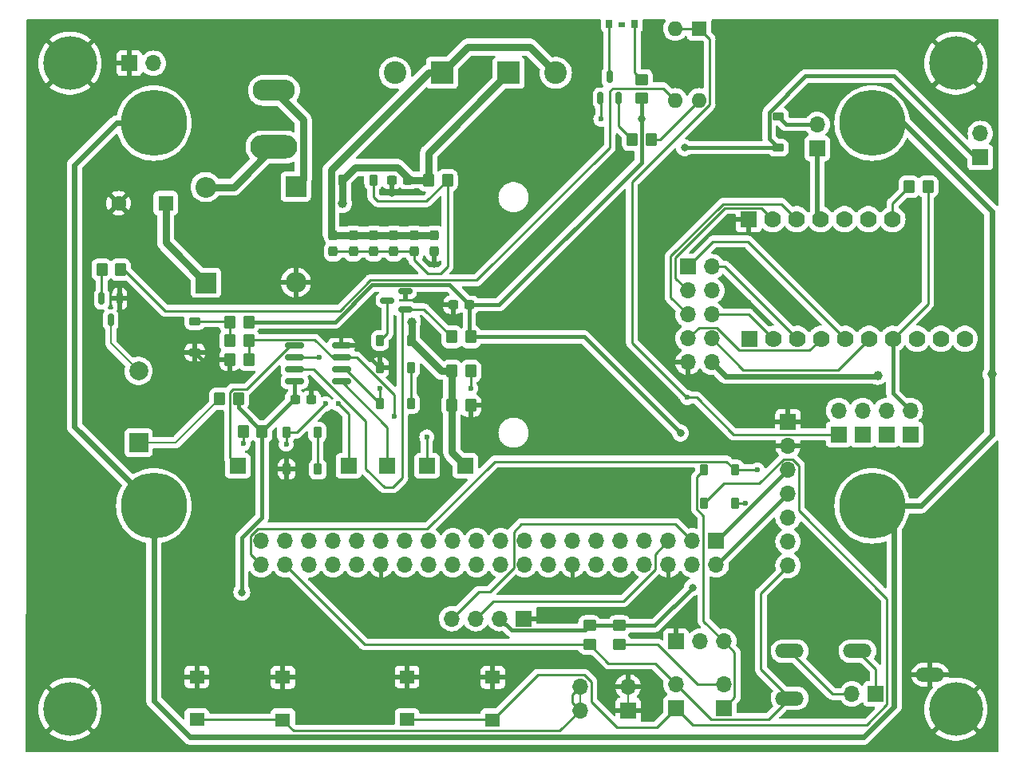
<source format=gbr>
%TF.GenerationSoftware,KiCad,Pcbnew,7.0.2*%
%TF.CreationDate,2024-04-06T10:43:08-07:00*%
%TF.ProjectId,MK-KS-MkIII,4d4b2d4b-532d-44d6-9b49-49492e6b6963,1.0*%
%TF.SameCoordinates,PX3a67068PY9f701d0*%
%TF.FileFunction,Copper,L1,Top*%
%TF.FilePolarity,Positive*%
%FSLAX46Y46*%
G04 Gerber Fmt 4.6, Leading zero omitted, Abs format (unit mm)*
G04 Created by KiCad (PCBNEW 7.0.2) date 2024-04-06 10:43:08*
%MOMM*%
%LPD*%
G01*
G04 APERTURE LIST*
G04 Aperture macros list*
%AMRoundRect*
0 Rectangle with rounded corners*
0 $1 Rounding radius*
0 $2 $3 $4 $5 $6 $7 $8 $9 X,Y pos of 4 corners*
0 Add a 4 corners polygon primitive as box body*
4,1,4,$2,$3,$4,$5,$6,$7,$8,$9,$2,$3,0*
0 Add four circle primitives for the rounded corners*
1,1,$1+$1,$2,$3*
1,1,$1+$1,$4,$5*
1,1,$1+$1,$6,$7*
1,1,$1+$1,$8,$9*
0 Add four rect primitives between the rounded corners*
20,1,$1+$1,$2,$3,$4,$5,0*
20,1,$1+$1,$4,$5,$6,$7,0*
20,1,$1+$1,$6,$7,$8,$9,0*
20,1,$1+$1,$8,$9,$2,$3,0*%
G04 Aperture macros list end*
%TA.AperFunction,EtchedComponent*%
%ADD10C,0.200000*%
%TD*%
%TA.AperFunction,ComponentPad*%
%ADD11R,1.700000X1.700000*%
%TD*%
%TA.AperFunction,ComponentPad*%
%ADD12O,1.700000X1.700000*%
%TD*%
%TA.AperFunction,ComponentPad*%
%ADD13R,2.200000X2.200000*%
%TD*%
%TA.AperFunction,ComponentPad*%
%ADD14O,2.200000X2.200000*%
%TD*%
%TA.AperFunction,ComponentPad*%
%ADD15R,1.778000X1.778000*%
%TD*%
%TA.AperFunction,ComponentPad*%
%ADD16C,1.778000*%
%TD*%
%TA.AperFunction,ComponentPad*%
%ADD17R,1.600000X1.600000*%
%TD*%
%TA.AperFunction,ComponentPad*%
%ADD18O,1.600000X1.600000*%
%TD*%
%TA.AperFunction,SMDPad,CuDef*%
%ADD19RoundRect,0.250000X0.450000X-0.350000X0.450000X0.350000X-0.450000X0.350000X-0.450000X-0.350000X0*%
%TD*%
%TA.AperFunction,SMDPad,CuDef*%
%ADD20RoundRect,0.250000X-0.350000X-0.450000X0.350000X-0.450000X0.350000X0.450000X-0.350000X0.450000X0*%
%TD*%
%TA.AperFunction,SMDPad,CuDef*%
%ADD21RoundRect,0.250000X0.350000X0.450000X-0.350000X0.450000X-0.350000X-0.450000X0.350000X-0.450000X0*%
%TD*%
%TA.AperFunction,SMDPad,CuDef*%
%ADD22RoundRect,0.150000X-0.150000X0.512500X-0.150000X-0.512500X0.150000X-0.512500X0.150000X0.512500X0*%
%TD*%
%TA.AperFunction,SMDPad,CuDef*%
%ADD23RoundRect,0.150000X0.150000X-0.512500X0.150000X0.512500X-0.150000X0.512500X-0.150000X-0.512500X0*%
%TD*%
%TA.AperFunction,SMDPad,CuDef*%
%ADD24RoundRect,0.150000X0.587500X0.150000X-0.587500X0.150000X-0.587500X-0.150000X0.587500X-0.150000X0*%
%TD*%
%TA.AperFunction,ComponentPad*%
%ADD25O,3.016000X1.508000*%
%TD*%
%TA.AperFunction,SMDPad,CuDef*%
%ADD26RoundRect,0.225000X0.375000X-0.225000X0.375000X0.225000X-0.375000X0.225000X-0.375000X-0.225000X0*%
%TD*%
%TA.AperFunction,SMDPad,CuDef*%
%ADD27RoundRect,0.225000X-0.225000X-0.375000X0.225000X-0.375000X0.225000X0.375000X-0.225000X0.375000X0*%
%TD*%
%TA.AperFunction,SMDPad,CuDef*%
%ADD28RoundRect,0.237500X0.300000X0.237500X-0.300000X0.237500X-0.300000X-0.237500X0.300000X-0.237500X0*%
%TD*%
%TA.AperFunction,SMDPad,CuDef*%
%ADD29RoundRect,0.237500X0.237500X-0.300000X0.237500X0.300000X-0.237500X0.300000X-0.237500X-0.300000X0*%
%TD*%
%TA.AperFunction,ComponentPad*%
%ADD30C,1.600000*%
%TD*%
%TA.AperFunction,ComponentPad*%
%ADD31R,2.000000X2.000000*%
%TD*%
%TA.AperFunction,ComponentPad*%
%ADD32C,2.000000*%
%TD*%
%TA.AperFunction,SMDPad,CuDef*%
%ADD33RoundRect,0.225000X0.225000X0.375000X-0.225000X0.375000X-0.225000X-0.375000X0.225000X-0.375000X0*%
%TD*%
%TA.AperFunction,ComponentPad*%
%ADD34C,3.600000*%
%TD*%
%TA.AperFunction,ConnectorPad*%
%ADD35C,5.700000*%
%TD*%
%TA.AperFunction,ComponentPad*%
%ADD36R,2.400000X2.400000*%
%TD*%
%TA.AperFunction,ComponentPad*%
%ADD37C,2.400000*%
%TD*%
%TA.AperFunction,SMDPad,CuDef*%
%ADD38R,0.710000X0.900000*%
%TD*%
%TA.AperFunction,SMDPad,CuDef*%
%ADD39R,0.800000X0.600000*%
%TD*%
%TA.AperFunction,ComponentPad*%
%ADD40C,4.700000*%
%TD*%
%TA.AperFunction,ConnectorPad*%
%ADD41C,7.000000*%
%TD*%
%TA.AperFunction,ComponentPad*%
%ADD42O,5.000000X2.500000*%
%TD*%
%TA.AperFunction,ComponentPad*%
%ADD43O,4.500000X2.250000*%
%TD*%
%TA.AperFunction,SMDPad,CuDef*%
%ADD44R,1.600000X1.400000*%
%TD*%
%TA.AperFunction,SMDPad,CuDef*%
%ADD45RoundRect,0.237500X-0.237500X0.300000X-0.237500X-0.300000X0.237500X-0.300000X0.237500X0.300000X0*%
%TD*%
%TA.AperFunction,SMDPad,CuDef*%
%ADD46RoundRect,0.150000X0.825000X0.150000X-0.825000X0.150000X-0.825000X-0.150000X0.825000X-0.150000X0*%
%TD*%
%TA.AperFunction,SMDPad,CuDef*%
%ADD47RoundRect,0.237500X-0.300000X-0.237500X0.300000X-0.237500X0.300000X0.237500X-0.300000X0.237500X0*%
%TD*%
%TA.AperFunction,ViaPad*%
%ADD48C,0.600000*%
%TD*%
%TA.AperFunction,ViaPad*%
%ADD49C,0.800000*%
%TD*%
%TA.AperFunction,ViaPad*%
%ADD50C,1.000000*%
%TD*%
%TA.AperFunction,Conductor*%
%ADD51C,0.250000*%
%TD*%
%TA.AperFunction,Conductor*%
%ADD52C,0.400000*%
%TD*%
%TA.AperFunction,Conductor*%
%ADD53C,0.600000*%
%TD*%
%TA.AperFunction,Conductor*%
%ADD54C,0.800000*%
%TD*%
%TA.AperFunction,Conductor*%
%ADD55C,0.200000*%
%TD*%
%TA.AperFunction,Conductor*%
%ADD56C,0.500000*%
%TD*%
G04 APERTURE END LIST*
D10*
%TO.C,SW1*%
X59222600Y635800D02*
X59222600Y1651800D01*
X54142600Y635800D02*
X54142600Y1651800D01*
%TD*%
D11*
%TO.P,JP9,1,A*%
%TO.N,GND*%
X6311000Y68576000D03*
D12*
%TO.P,JP9,2,B*%
%TO.N,Earth*%
X8851000Y68576000D03*
%TD*%
D11*
%TO.P,OP1,1,A*%
%TO.N,GND*%
X64288600Y7199800D03*
D12*
%TO.P,OP1,2,C*%
%TO.N,/SLG*%
X66828600Y7199800D03*
%TO.P,OP1,3,B*%
%TO.N,/DOT-*%
X69368600Y7199800D03*
%TD*%
D13*
%TO.P,D2,1,K*%
%TO.N,/LPI-*%
X23955600Y55486800D03*
D14*
%TO.P,D2,2,A*%
%TO.N,GND*%
X23955600Y45326800D03*
%TD*%
D13*
%TO.P,D1,1,K*%
%TO.N,/LOOP_PWR*%
X14405600Y45276800D03*
D14*
%TO.P,D1,2,A*%
%TO.N,/LPI+*%
X14405600Y55436800D03*
%TD*%
D15*
%TO.P,U1,1L,GND*%
%TO.N,GND*%
X72004600Y52028800D03*
%TO.P,U1,1R,RTS*%
%TO.N,/RTS*%
X72050600Y39328800D03*
D16*
%TO.P,U1,2L,TXD*%
%TO.N,/TXD*%
X74544600Y52028800D03*
%TO.P,U1,2R,CTS*%
%TO.N,/CTS*%
X74590600Y39328800D03*
%TO.P,U1,3L,RXD*%
%TO.N,/RXD*%
X77084600Y52028800D03*
%TO.P,U1,3R,DSR*%
%TO.N,/DSR*%
X77130600Y39328800D03*
%TO.P,U1,4L,VBUS*%
%TO.N,/VBUS*%
X79624600Y52028800D03*
%TO.P,U1,4R,DTR*%
%TO.N,/DTR*%
X79670600Y39328800D03*
%TO.P,U1,5L,CBUS0*%
%TO.N,unconnected-(U1-CBUS0-Pad5L)*%
X82164600Y52028800D03*
%TO.P,U1,5R,DCD*%
%TO.N,Net-(J4-Pin_1)*%
X82210600Y39328800D03*
%TO.P,U1,6L,CBUS3*%
%TO.N,unconnected-(U1-CBUS3-Pad6L)*%
X84704600Y52028800D03*
%TO.P,U1,6R,RI*%
%TO.N,/RI*%
X84750600Y39328800D03*
%TO.P,U1,7L,Reset#*%
%TO.N,/RESET-*%
X87244600Y52028800D03*
%TO.P,U1,7R,3V3*%
%TO.N,/V3.3I*%
X87290600Y39328800D03*
%TO.P,U1,V1*%
%TO.N,N/C*%
X94910600Y39328800D03*
%TO.P,U1,V2*%
X92370600Y39328800D03*
%TO.P,U1,V3*%
X89830600Y39328800D03*
%TD*%
D17*
%TO.P,SW4,1*%
%TO.N,/SNDR_EN*%
X66748600Y72266800D03*
D18*
%TO.P,SW4,2*%
X64208600Y72266800D03*
%TO.P,SW4,3*%
%TO.N,/SEB*%
X64208600Y64646800D03*
%TO.P,SW4,4*%
%TO.N,/SEL*%
X66748600Y64646800D03*
%TD*%
D19*
%TO.P,R15,1*%
%TO.N,/PDL_DASH-*%
X55113600Y6873800D03*
%TO.P,R15,2*%
%TO.N,+3.3V*%
X55113600Y8873800D03*
%TD*%
D20*
%TO.P,R14,1*%
%TO.N,/LOOP_PWR*%
X38036600Y56170800D03*
%TO.P,R14,2*%
%TO.N,Net-(D3-A)*%
X40036600Y56170800D03*
%TD*%
D19*
%TO.P,R13,1*%
%TO.N,/KEY_PDL-*%
X58265600Y6873800D03*
%TO.P,R13,2*%
%TO.N,+3.3V*%
X58265600Y8873800D03*
%TD*%
D20*
%TO.P,R12,1*%
%TO.N,/SNDR_EN-*%
X40501600Y39525467D03*
%TO.P,R12,2*%
%TO.N,+5V*%
X42501600Y39525467D03*
%TD*%
D21*
%TO.P,R11,1*%
%TO.N,GND*%
X42501600Y32250800D03*
%TO.P,R11,2*%
%TO.N,/LP2*%
X40501600Y32250800D03*
%TD*%
D20*
%TO.P,R10,2*%
%TO.N,/LOOP_STATE*%
X42501600Y35888134D03*
%TO.P,R10,1*%
%TO.N,/LP2*%
X40501600Y35888134D03*
%TD*%
D21*
%TO.P,R9,1*%
%TO.N,+3.3V*%
X20380600Y29484800D03*
%TO.P,R9,2*%
%TO.N,Net-(D5-A)*%
X18380600Y29484800D03*
%TD*%
D20*
%TO.P,R8,1*%
%TO.N,GND*%
X16957600Y37105800D03*
%TO.P,R8,2*%
%TO.N,/OFFSET_REF_V*%
X18957600Y37105800D03*
%TD*%
D21*
%TO.P,R7,1*%
%TO.N,/OFFSET_REF_V*%
X18957600Y39107800D03*
%TO.P,R7,2*%
%TO.N,Net-(D6-A)*%
X16957600Y39107800D03*
%TD*%
D20*
%TO.P,R6,1*%
%TO.N,Net-(D6-A)*%
X16957600Y41109800D03*
%TO.P,R6,2*%
%TO.N,+5V*%
X18957600Y41109800D03*
%TD*%
D21*
%TO.P,R5,1*%
%TO.N,+3.3V*%
X17863600Y32965800D03*
%TO.P,R5,2*%
%TO.N,/BZ+*%
X15863600Y32965800D03*
%TD*%
D19*
%TO.P,R4,1*%
%TO.N,+5V*%
X60638600Y64862800D03*
%TO.P,R4,2*%
%TO.N,Net-(LED1-A)*%
X60638600Y66862800D03*
%TD*%
D21*
%TO.P,R3,1*%
%TO.N,/SEB*%
X5371600Y46665800D03*
%TO.P,R3,2*%
%TO.N,Net-(Q3-B)*%
X3371600Y46665800D03*
%TD*%
%TO.P,R2,1*%
%TO.N,/SEL*%
X61638600Y60464800D03*
%TO.P,R2,2*%
%TO.N,Net-(Q2-B)*%
X59638600Y60464800D03*
%TD*%
D20*
%TO.P,R1,1*%
%TO.N,/RESET-*%
X89020600Y55469800D03*
%TO.P,R1,2*%
%TO.N,/V3.3I*%
X91020600Y55469800D03*
%TD*%
D22*
%TO.P,Q3,1,E*%
%TO.N,GND*%
X5269600Y43591800D03*
%TO.P,Q3,2,B*%
%TO.N,Net-(Q3-B)*%
X3369600Y43591800D03*
%TO.P,Q3,3,C*%
%TO.N,/BZ-*%
X4319600Y41316800D03*
%TD*%
D23*
%TO.P,Q2,3,C*%
%TO.N,Net-(LED1-K)*%
X57234600Y67127300D03*
%TO.P,Q2,2,B*%
%TO.N,Net-(Q2-B)*%
X58184600Y64852300D03*
%TO.P,Q2,1,E*%
%TO.N,/SLG*%
X56284600Y64852300D03*
%TD*%
D24*
%TO.P,Q1,1,G*%
%TO.N,/SNDR_EN-*%
X35552600Y42457800D03*
%TO.P,Q1,2,S*%
%TO.N,GND*%
X35552600Y44357800D03*
%TO.P,Q1,3,D*%
%TO.N,Net-(D9-K)*%
X33677600Y43407800D03*
%TD*%
D11*
%TO.P,JP8,1,A*%
%TO.N,/VBUS*%
X79261600Y59553800D03*
D12*
%TO.P,JP8,2,B*%
%TO.N,/V5I*%
X79261600Y62093800D03*
%TD*%
%TO.P,JP7,2,B*%
%TO.N,/V3.3I*%
X89151600Y31711800D03*
D11*
%TO.P,JP7,1,A*%
%TO.N,+3.3V*%
X89151600Y29171800D03*
%TD*%
D12*
%TO.P,JP6,2,B*%
%TO.N,/DSR*%
X86611600Y31711800D03*
D11*
%TO.P,JP6,1,A*%
%TO.N,/KEY_PDL_DOT-*%
X86611600Y29171800D03*
%TD*%
%TO.P,J6,1,Pin_1*%
%TO.N,GND*%
X48130600Y9626800D03*
D12*
%TO.P,J6,2,Pin_2*%
%TO.N,+3.3V*%
X45590600Y9626800D03*
%TO.P,J6,3,Pin_3*%
%TO.N,/SCL*%
X43050600Y9626800D03*
%TO.P,J6,4,Pin_4*%
%TO.N,/SDA*%
X40510600Y9626800D03*
%TD*%
D11*
%TO.P,J5,1,P3V3*%
%TO.N,+3.3V*%
X68561600Y17874800D03*
D12*
%TO.P,J5,2,P5V*%
%TO.N,+5V*%
X68561600Y15334800D03*
%TO.P,J5,3,BCM2*%
%TO.N,/SDA*%
X66021600Y17874800D03*
%TO.P,J5,4,P5V*%
%TO.N,+5V*%
X66021600Y15334800D03*
%TO.P,J5,5,BCM3*%
%TO.N,/SCL*%
X63481600Y17874800D03*
%TO.P,J5,6,GND*%
%TO.N,GND*%
X63481600Y15334800D03*
%TO.P,J5,7,BCM4*%
%TO.N,unconnected-(J5-BCM4-Pad7)*%
X60941600Y17874800D03*
%TO.P,J5,8,BCM14*%
%TO.N,unconnected-(J5-BCM14-Pad8)*%
X60941600Y15334800D03*
%TO.P,J5,9,GND*%
%TO.N,GND*%
X58401600Y17874800D03*
%TO.P,J5,10,BCM15*%
%TO.N,unconnected-(J5-BCM15-Pad10)*%
X58401600Y15334800D03*
%TO.P,J5,11,BCM17*%
%TO.N,unconnected-(J5-BCM17-Pad11)*%
X55861600Y17874800D03*
%TO.P,J5,12,BCM18*%
%TO.N,unconnected-(J5-BCM18-Pad12)*%
X55861600Y15334800D03*
%TO.P,J5,13,BCM27*%
%TO.N,unconnected-(J5-BCM27-Pad13)*%
X53321600Y17874800D03*
%TO.P,J5,14,GND*%
%TO.N,GND*%
X53321600Y15334800D03*
%TO.P,J5,15,BCM22*%
%TO.N,unconnected-(J5-BCM22-Pad15)*%
X50781600Y17874800D03*
%TO.P,J5,16,BCM23*%
%TO.N,unconnected-(J5-BCM23-Pad16)*%
X50781600Y15334800D03*
%TO.P,J5,17,P3V3*%
%TO.N,unconnected-(J5-P3V3-Pad17)*%
X48241600Y17874800D03*
%TO.P,J5,18,BCM24*%
%TO.N,unconnected-(J5-BCM24-Pad18)*%
X48241600Y15334800D03*
%TO.P,J5,19,BCM10*%
%TO.N,unconnected-(J5-BCM10-Pad19)*%
X45701600Y17874800D03*
%TO.P,J5,20,GND*%
%TO.N,GND*%
X45701600Y15334800D03*
%TO.P,J5,21,BCM9*%
%TO.N,unconnected-(J5-BCM9-Pad21)*%
X43161600Y17874800D03*
%TO.P,J5,22,BCM25*%
%TO.N,unconnected-(J5-BCM25-Pad22)*%
X43161600Y15334800D03*
%TO.P,J5,23,BCM11*%
%TO.N,unconnected-(J5-BCM11-Pad23)*%
X40621600Y17874800D03*
%TO.P,J5,24,BCM8*%
%TO.N,unconnected-(J5-BCM8-Pad24)*%
X40621600Y15334800D03*
%TO.P,J5,25,GND*%
%TO.N,GND*%
X38081600Y17874800D03*
%TO.P,J5,26,BCM7*%
%TO.N,unconnected-(J5-BCM7-Pad26)*%
X38081600Y15334800D03*
%TO.P,J5,27,BCM0*%
%TO.N,unconnected-(J5-BCM0-Pad27)*%
X35541600Y17874800D03*
%TO.P,J5,28,BCM1*%
%TO.N,unconnected-(J5-BCM1-Pad28)*%
X35541600Y15334800D03*
%TO.P,J5,29,BCM5*%
%TO.N,unconnected-(J5-BCM5-Pad29)*%
X33001600Y17874800D03*
%TO.P,J5,30,GND*%
%TO.N,GND*%
X33001600Y15334800D03*
%TO.P,J5,31,BCM6*%
%TO.N,unconnected-(J5-BCM6-Pad31)*%
X30461600Y17874800D03*
%TO.P,J5,32,BCM12*%
%TO.N,unconnected-(J5-BCM12-Pad32)*%
X30461600Y15334800D03*
%TO.P,J5,33,BCM13*%
%TO.N,unconnected-(J5-BCM13-Pad33)*%
X27921600Y17874800D03*
%TO.P,J5,34,GND*%
%TO.N,unconnected-(J5-GND-Pad34)*%
X27921600Y15334800D03*
%TO.P,J5,35,BCM19*%
%TO.N,unconnected-(J5-BCM19-Pad35)*%
X25381600Y17874800D03*
%TO.P,J5,36,BCM16*%
%TO.N,unconnected-(J5-BCM16-Pad36)*%
X25381600Y15334800D03*
%TO.P,J5,37,BCM26*%
%TO.N,/SNDR_EN*%
X22841600Y17874800D03*
%TO.P,J5,38,BCM20*%
%TO.N,/PDL_DASH-*%
X22841600Y15334800D03*
%TO.P,J5,39,GND*%
%TO.N,GND*%
X20301600Y17874800D03*
%TO.P,J5,40,BCM21*%
%TO.N,/KEY_PDL_DOT-*%
X20301600Y15334800D03*
%TD*%
D11*
%TO.P,J4,1,Pin_1*%
%TO.N,Net-(J4-Pin_1)*%
X65555600Y46990000D03*
D12*
%TO.P,J4,2,Pin_2*%
%TO.N,/TXD*%
X65555600Y44450000D03*
%TO.P,J4,3,Pin_3*%
%TO.N,/RXD*%
X65555600Y41910000D03*
%TO.P,J4,4,Pin_4*%
%TO.N,/DTR*%
X65555600Y39370000D03*
%TO.P,J4,5,Pin_5*%
%TO.N,GND*%
X65555600Y36830000D03*
%TO.P,J4,6,Pin_6*%
%TO.N,/DSR*%
X68095600Y46990000D03*
%TO.P,J4,7,Pin_7*%
%TO.N,/RTS*%
X68095600Y44450000D03*
%TO.P,J4,8,Pin_8*%
%TO.N,/CTS*%
X68095600Y41910000D03*
%TO.P,J4,9,Pin_9*%
%TO.N,/RI*%
X68095600Y39370000D03*
%TO.P,J4,10,Pin_10*%
%TO.N,Earth*%
X68095600Y36830000D03*
%TD*%
D25*
%TO.P,J3,1*%
%TO.N,GND*%
X91240600Y3665800D03*
%TO.P,J3,2*%
%TO.N,/KEY_PDL-*%
X76340600Y6165800D03*
%TO.P,J3,3*%
%TO.N,/PDL_DASH-*%
X76340600Y1165800D03*
%TO.P,J3,4*%
%TO.N,/KOB_KEY-*%
X83540600Y6165800D03*
%TD*%
D11*
%TO.P,J1,1,Pin_1*%
%TO.N,GND*%
X76174600Y30486800D03*
D12*
%TO.P,J1,2,Pin_2*%
X76174600Y27946800D03*
%TO.P,J1,3,Pin_3*%
%TO.N,+3.3V*%
X76174600Y25406800D03*
%TO.P,J1,4,Pin_4*%
%TO.N,+5V*%
X76174600Y22866800D03*
%TO.P,J1,5,Pin_5*%
%TO.N,/SNDR_EN*%
X76174600Y20326800D03*
%TO.P,J1,6,Pin_6*%
%TO.N,/KEY_PDL_DOT-*%
X76174600Y17786800D03*
%TO.P,J1,7,Pin_7*%
%TO.N,/PDL_DASH-*%
X76174600Y15246800D03*
%TD*%
D26*
%TO.P,D12,1,K*%
%TO.N,+5V*%
X75149600Y59617300D03*
%TO.P,D12,2,A*%
%TO.N,/V5I*%
X75149600Y62917300D03*
%TD*%
D27*
%TO.P,D11,1,K*%
%TO.N,/DOT-*%
X67267100Y25390800D03*
%TO.P,D11,2,A*%
%TO.N,/KEY_PDL_DOT-*%
X70567100Y25390800D03*
%TD*%
%TO.P,D10,1,K*%
%TO.N,/DASH-*%
X67267100Y21841800D03*
%TO.P,D10,2,A*%
%TO.N,/PDL_DASH-*%
X70567100Y21841800D03*
%TD*%
%TO.P,D9,1,K*%
%TO.N,Net-(D9-K)*%
X32881200Y39118800D03*
%TO.P,D9,2,A*%
%TO.N,/LP2*%
X36181200Y39118800D03*
%TD*%
D26*
%TO.P,D6,1,K*%
%TO.N,GND*%
X13218600Y37876800D03*
%TO.P,D6,2,A*%
%TO.N,Net-(D6-A)*%
X13218600Y41176800D03*
%TD*%
D27*
%TO.P,D4,1,K*%
%TO.N,GND*%
X22980600Y25477800D03*
%TO.P,D4,2,A*%
%TO.N,Net-(D4-A)*%
X26280600Y25477800D03*
%TD*%
D28*
%TO.P,C10,1*%
%TO.N,GND*%
X25586500Y32880000D03*
%TO.P,C10,2*%
%TO.N,+3.3V*%
X23861500Y32880000D03*
%TD*%
D29*
%TO.P,C3,1*%
%TO.N,Net-(D3-A)*%
X27907600Y48591300D03*
%TO.P,C3,2*%
%TO.N,/LP1*%
X27907600Y50316300D03*
%TD*%
D28*
%TO.P,C2,1*%
%TO.N,/LOOP_PWR*%
X35861100Y56172800D03*
%TO.P,C2,2*%
%TO.N,GND*%
X34136100Y56172800D03*
%TD*%
D17*
%TO.P,C1,1*%
%TO.N,/LOOP_PWR*%
X10155251Y53717800D03*
D30*
%TO.P,C1,2*%
%TO.N,GND*%
X5155251Y53717800D03*
%TD*%
D31*
%TO.P,BZ1,1,-*%
%TO.N,/BZ+*%
X7272600Y28313800D03*
D32*
%TO.P,BZ1,2,+*%
%TO.N,/BZ-*%
X7272600Y35913800D03*
%TD*%
D33*
%TO.P,D7,1,K*%
%TO.N,Net-(D7-K)*%
X36181200Y32435600D03*
%TO.P,D7,2,A*%
%TO.N,/LOOP_STATE*%
X32881200Y32435600D03*
%TD*%
D29*
%TO.P,C7,1*%
%TO.N,Net-(D3-A)*%
X36508400Y48591300D03*
%TO.P,C7,2*%
%TO.N,/LP1*%
X36508400Y50316300D03*
%TD*%
D11*
%TO.P,TP5,1,Pin_1*%
%TO.N,/KOB_KEY-*%
X33649200Y25830800D03*
%TD*%
D29*
%TO.P,C5,1*%
%TO.N,Net-(D3-A)*%
X32208000Y48591300D03*
%TO.P,C5,2*%
%TO.N,/LP1*%
X32208000Y50316300D03*
%TD*%
D34*
%TO.P,M_KSI4,1,1*%
%TO.N,GND*%
X0Y0D03*
D35*
X0Y0D03*
%TD*%
D27*
%TO.P,D3,1,K*%
%TO.N,/LOOP_PWR*%
X28877100Y56169800D03*
%TO.P,D3,2,A*%
%TO.N,Net-(D3-A)*%
X32177100Y56169800D03*
%TD*%
D11*
%TO.P,JP3,1,A*%
%TO.N,/DASH-*%
X64280600Y112800D03*
D12*
%TO.P,JP3,2,B*%
%TO.N,/PDL_DASH-*%
X64280600Y2652800D03*
%TD*%
D36*
%TO.P,ST1,1,Pin_1*%
%TO.N,/LP1*%
X39470000Y67555000D03*
D37*
%TO.P,ST1,2,Pin_2*%
%TO.N,/LP2*%
X34470000Y67555000D03*
%TD*%
D29*
%TO.P,C4,1*%
%TO.N,Net-(D3-A)*%
X30057800Y48591300D03*
%TO.P,C4,2*%
%TO.N,/LP1*%
X30057800Y50316300D03*
%TD*%
D27*
%TO.P,D8,1,K*%
%TO.N,GND*%
X32881200Y36272600D03*
%TO.P,D8,2,A*%
%TO.N,Net-(D7-K)*%
X36181200Y36272600D03*
%TD*%
D11*
%TO.P,TP1,1,Pin_1*%
%TO.N,/LP2*%
X41923600Y25830800D03*
%TD*%
D38*
%TO.P,LED1,1,K*%
%TO.N,Net-(LED1-K)*%
X57197000Y72794000D03*
%TO.P,LED1,2,A*%
%TO.N,Net-(LED1-A)*%
X59897000Y72794000D03*
D39*
%TO.P,LED1,3*%
%TO.N,N/C*%
X58547000Y72644000D03*
%TD*%
D11*
%TO.P,OPa1,1,Pin_1*%
%TO.N,+5V*%
X96577600Y58585800D03*
D12*
%TO.P,OPa1,2,Pin_2*%
%TO.N,/LOOP_PWR*%
X96577600Y61125800D03*
%TD*%
D11*
%TO.P,TP2,1,Pin_1*%
%TO.N,/SNDR_EN*%
X17811200Y25830800D03*
%TD*%
D34*
%TO.P,M_KSI1,1,1*%
%TO.N,GND*%
X0Y68580000D03*
D35*
X0Y68580000D03*
%TD*%
D11*
%TO.P,TP4,1,Pin_1*%
%TO.N,/LOOP_STATE*%
X29548600Y25830800D03*
%TD*%
D40*
%TO.P,SHLD-1,1,1*%
%TO.N,Earth*%
X8890000Y62230000D03*
D41*
X8890000Y62230000D03*
%TD*%
D40*
%TO.P,SHLD-2,1,1*%
%TO.N,Earth*%
X85090000Y62230000D03*
D41*
X85090000Y62230000D03*
%TD*%
D12*
%TO.P,SW1,1,A*%
%TO.N,GND*%
X59222600Y2413800D03*
D11*
X59222600Y-126200D03*
D12*
%TO.P,SW1,2,B*%
%TO.N,/DOT-*%
X54142600Y2413800D03*
X54142600Y-126200D03*
%TD*%
D11*
%TO.P,JP2,1,A*%
%TO.N,/DOT-*%
X69350600Y112800D03*
D12*
%TO.P,JP2,2,B*%
%TO.N,/KEY_PDL-*%
X69350600Y2652800D03*
%TD*%
D11*
%TO.P,JP1,1,A*%
%TO.N,/KOB_KEY-*%
X85488600Y1620800D03*
D12*
%TO.P,JP1,2,B*%
%TO.N,/KEY_PDL-*%
X82948600Y1620800D03*
%TD*%
D42*
%TO.P,J2,1,In*%
%TO.N,/LPI+*%
X21640800Y59693700D03*
D43*
%TO.P,J2,2,Ext*%
%TO.N,/LPI-*%
X21640800Y65693700D03*
%TD*%
D44*
%TO.P,SW3,1,1*%
%TO.N,GND*%
X35747600Y3413800D03*
X44847600Y3377800D03*
%TO.P,SW3,2,2*%
%TO.N,/DASH-*%
X35747600Y-1086200D03*
X44847600Y-1122200D03*
%TD*%
D34*
%TO.P,M_KSI2,1,1*%
%TO.N,GND*%
X93980000Y68580000D03*
D35*
X93980000Y68580000D03*
%TD*%
D36*
%TO.P,ST2,1,Pin_1*%
%TO.N,/LOOP_PWR*%
X46535000Y67555000D03*
D37*
%TO.P,ST2,2,Pin_2*%
%TO.N,/LP1*%
X51535000Y67555000D03*
%TD*%
D40*
%TO.P,SHLD-4,1,1*%
%TO.N,Earth*%
X8890000Y21590000D03*
D41*
X8890000Y21590000D03*
%TD*%
D29*
%TO.P,C6,1*%
%TO.N,Net-(D3-A)*%
X34358200Y48591300D03*
%TO.P,C6,2*%
%TO.N,/LP1*%
X34358200Y50316300D03*
%TD*%
D11*
%TO.P,TP3,1,Pin_1*%
%TO.N,/OFFSET_REF_V*%
X37855600Y25830800D03*
%TD*%
D44*
%TO.P,SW2,1,1*%
%TO.N,GND*%
X13467600Y3413800D03*
X22567600Y3377800D03*
%TO.P,SW2,2,2*%
%TO.N,/DOT-*%
X13467600Y-1086200D03*
X22567600Y-1122200D03*
%TD*%
D34*
%TO.P,M_KSI3,1,1*%
%TO.N,GND*%
X93980000Y0D03*
D35*
X93980000Y0D03*
%TD*%
D12*
%TO.P,JP5,2,B*%
%TO.N,/CTS*%
X84071600Y31711800D03*
D11*
%TO.P,JP5,1,A*%
%TO.N,/PDL_DASH-*%
X84071600Y29171800D03*
%TD*%
D45*
%TO.P,C8,1*%
%TO.N,/LP1*%
X38658600Y50316300D03*
%TO.P,C8,2*%
%TO.N,GND*%
X38658600Y48591300D03*
%TD*%
D12*
%TO.P,JP4,2,B*%
%TO.N,/RTS*%
X81531600Y31711800D03*
D11*
%TO.P,JP4,1,A*%
%TO.N,/SNDR_EN*%
X81531600Y29171800D03*
%TD*%
D40*
%TO.P,SHLD-3,1,1*%
%TO.N,Earth*%
X85090000Y21590000D03*
D41*
X85090000Y21590000D03*
%TD*%
D33*
%TO.P,D5,1,K*%
%TO.N,Net-(D4-A)*%
X26235600Y29381800D03*
%TO.P,D5,2,A*%
%TO.N,Net-(D5-A)*%
X22935600Y29381800D03*
%TD*%
D46*
%TO.P,U4,1,1OUT*%
%TO.N,/KOB_KEY-*%
X28774600Y34812800D03*
%TO.P,U4,2*%
%TO.N,/LOOP_STATE*%
X28774600Y36082800D03*
%TO.P,U4,3*%
%TO.N,/OFFSET_REF_V*%
X28774600Y37352800D03*
%TO.P,U4,4,GND*%
%TO.N,GND*%
X28774600Y38622800D03*
%TO.P,U4,5,2IN+*%
%TO.N,/SNDR_EN*%
X23824600Y38622800D03*
%TO.P,U4,6,2IN-*%
%TO.N,Net-(D5-A)*%
X23824600Y37352800D03*
%TO.P,U4,7,2OUT*%
%TO.N,/SNDR_EN-*%
X23824600Y36082800D03*
%TO.P,U4,8,VCC*%
%TO.N,+3.3V*%
X23824600Y34812800D03*
%TD*%
D47*
%TO.P,C9,1*%
%TO.N,GND*%
X40639100Y42942800D03*
%TO.P,C9,2*%
%TO.N,+5V*%
X42364100Y42942800D03*
%TD*%
D48*
%TO.N,GND*%
X83485000Y46589000D03*
X66611000Y55749000D03*
X54437000Y44754000D03*
D49*
X93578000Y21030000D03*
X93566000Y32925000D03*
X93566000Y37029000D03*
X29175000Y70662000D03*
X61775000Y11784000D03*
X35799000Y9522000D03*
X38672000Y43531000D03*
X47259000Y47307000D03*
D50*
%TO.N,Earth*%
X97792000Y35552000D03*
X85680000Y35440000D03*
D49*
%TO.N,GND*%
X71941000Y43096000D03*
X71941000Y47101000D03*
X65474000Y67052000D03*
X69452000Y67077000D03*
X34103000Y59685000D03*
X34147000Y52557000D03*
X42195000Y47230000D03*
X70267000Y12575000D03*
X73007000Y14868000D03*
X54913000Y23469000D03*
X61537000Y23444000D03*
X78188000Y8202000D03*
X80985000Y12925000D03*
X21124000Y34241000D03*
X31083000Y38051000D03*
X44607000Y32245000D03*
X38668000Y47229000D03*
X34145000Y54802000D03*
X14850000Y37111000D03*
X25601000Y34253000D03*
X22980000Y23451000D03*
X13469000Y5257000D03*
X22564000Y5263000D03*
X35739000Y5263000D03*
X44837000Y5252000D03*
D48*
%TO.N,Net-(D5-A)*%
X18390000Y28194000D03*
X22931000Y28157000D03*
%TO.N,/OFFSET_REF_V*%
X37860000Y28898000D03*
X34411000Y31123000D03*
D49*
%TO.N,+3.3V*%
X18229000Y12426000D03*
D48*
%TO.N,Net-(D5-A)*%
X26459000Y37361000D03*
X27096000Y32410000D03*
D49*
%TO.N,+5V*%
X64755000Y29315000D03*
D48*
%TO.N,/LOOP_STATE*%
X28486000Y32410000D03*
X32886000Y34053000D03*
X42504000Y34053000D03*
D50*
%TO.N,/LP2*%
X36230700Y41119000D03*
%TO.N,/LOOP_PWR*%
X28926600Y53700000D03*
D49*
%TO.N,+5V*%
X60629000Y62673000D03*
X65200000Y59614000D03*
D48*
%TO.N,/SNDR_EN*%
X65490000Y33087000D03*
%TO.N,/PDL_DASH-*%
X71689420Y21882580D03*
%TO.N,/KEY_PDL_DOT-*%
X72905000Y25396000D03*
D49*
%TO.N,+3.3V*%
X66028000Y12935000D03*
D48*
%TO.N,/SLG*%
X56321000Y62649000D03*
%TD*%
D51*
%TO.N,/DASH-*%
X66025400Y-1632000D02*
X64280600Y112800D01*
X84545800Y-1632000D02*
X66025400Y-1632000D01*
X86678000Y500200D02*
X84545800Y-1632000D01*
X86678000Y11748000D02*
X86678000Y500200D01*
X77329600Y21096400D02*
X86678000Y11748000D01*
X77329600Y25885217D02*
X77329600Y21096400D01*
X69395400Y23970100D02*
X73104483Y23970100D01*
X73104483Y23970100D02*
X75696183Y26561800D01*
X75696183Y26561800D02*
X76653017Y26561800D01*
X67267100Y21841800D02*
X69395400Y23970100D01*
X76653017Y26561800D02*
X77329600Y25885217D01*
D52*
%TO.N,GND*%
X93566000Y37029000D02*
X93566000Y32925000D01*
D51*
%TO.N,/SEB*%
X62935400Y65920000D02*
X64208600Y64646800D01*
X57576000Y65920000D02*
X62935400Y65920000D01*
X43158800Y45542800D02*
X57270000Y59654000D01*
X57270000Y59654000D02*
X57270000Y65614000D01*
X28630822Y42310000D02*
X31863622Y45542800D01*
X57270000Y65614000D02*
X57576000Y65920000D01*
X10099400Y42310000D02*
X28630822Y42310000D01*
X5557600Y46851800D02*
X10099400Y42310000D01*
X31863622Y45542800D02*
X43158800Y45542800D01*
D52*
%TO.N,GND*%
X33001600Y12319400D02*
X35799000Y9522000D01*
X33001600Y15334800D02*
X33001600Y12319400D01*
X63481600Y13490600D02*
X61775000Y11784000D01*
X63481600Y15334800D02*
X63481600Y13490600D01*
%TO.N,+3.3V*%
X61981800Y8873800D02*
X58265600Y8873800D01*
X66028000Y12920000D02*
X61981800Y8873800D01*
X66028000Y12935000D02*
X66028000Y12920000D01*
%TO.N,+5V*%
X45517800Y42942800D02*
X42364100Y42942800D01*
X60629000Y58054000D02*
X45517800Y42942800D01*
X60629000Y62673000D02*
X60629000Y58054000D01*
D53*
%TO.N,Earth*%
X97792000Y35552000D02*
X97792000Y29114000D01*
X97792000Y52851401D02*
X97792000Y35552000D01*
X85607000Y35367000D02*
X85680000Y35440000D01*
X69558600Y35367000D02*
X85607000Y35367000D01*
X68095600Y36830000D02*
X69558600Y35367000D01*
X12756400Y-2975000D02*
X8890000Y891400D01*
X84157394Y-2975000D02*
X12756400Y-2975000D01*
X87439999Y307605D02*
X84157394Y-2975000D01*
X8890000Y891400D02*
X8890000Y21590000D01*
X85090000Y21590000D02*
X87439999Y19240001D01*
X87439999Y19240001D02*
X87439999Y307605D01*
D51*
%TO.N,/DOT-*%
X51968800Y-2300000D02*
X54142600Y-126200D01*
X23745400Y-2300000D02*
X51968800Y-2300000D01*
X22567600Y-1122200D02*
X23745400Y-2300000D01*
D53*
%TO.N,Earth*%
X97792000Y29114000D02*
X90268000Y21590000D01*
X90268000Y21590000D02*
X85090000Y21590000D01*
X88413401Y62230000D02*
X97792000Y52851401D01*
X85090000Y62230000D02*
X88413401Y62230000D01*
D52*
%TO.N,+5V*%
X74169600Y63392899D02*
X74169600Y60597300D01*
X74169600Y60597300D02*
X75149600Y59617300D01*
X77996701Y67220000D02*
X74169600Y63392899D01*
X87419400Y67220000D02*
X77996701Y67220000D01*
X96315600Y58323800D02*
X87419400Y67220000D01*
D53*
%TO.N,Earth*%
X458000Y30022000D02*
X8890000Y21590000D01*
X458000Y57785000D02*
X458000Y30022000D01*
X4903000Y62230000D02*
X458000Y57785000D01*
X8890000Y62230000D02*
X4903000Y62230000D01*
D52*
%TO.N,GND*%
X72560000Y14868000D02*
X70267000Y12575000D01*
X73007000Y14868000D02*
X72560000Y14868000D01*
X54938000Y23444000D02*
X54913000Y23469000D01*
X61537000Y23444000D02*
X54938000Y23444000D01*
D51*
%TO.N,/SNDR_EN*%
X23413800Y38622800D02*
X23824600Y38622800D01*
X17283711Y33970800D02*
X18761800Y33970800D01*
X16958600Y33645689D02*
X17283711Y33970800D01*
X16958600Y26683400D02*
X16958600Y33645689D01*
X18761800Y33970800D02*
X23413800Y38622800D01*
X17811200Y25830800D02*
X16958600Y26683400D01*
D52*
%TO.N,GND*%
X31083000Y38070800D02*
X30531000Y38622800D01*
X31083000Y38051000D02*
X31083000Y38070800D01*
X31102800Y38051000D02*
X31083000Y38051000D01*
X32881200Y36272600D02*
X31102800Y38051000D01*
X30531000Y38622800D02*
X28774600Y38622800D01*
X44601200Y32250800D02*
X44607000Y32245000D01*
X42501600Y32250800D02*
X44601200Y32250800D01*
X38658600Y47238400D02*
X38668000Y47229000D01*
X38658600Y48591300D02*
X38658600Y47238400D01*
D51*
%TO.N,Net-(D3-A)*%
X36508400Y47675600D02*
X36508400Y48591300D01*
X39295000Y46267000D02*
X37917000Y46267000D01*
X40036600Y47008600D02*
X39295000Y46267000D01*
X37917000Y46267000D02*
X36508400Y47675600D01*
X40036600Y56170800D02*
X40036600Y47008600D01*
D52*
%TO.N,GND*%
X34136100Y54810900D02*
X34145000Y54802000D01*
X34136100Y56172800D02*
X34136100Y54810900D01*
X14844800Y37105800D02*
X13989600Y37105800D01*
X14850000Y37111000D02*
X14844800Y37105800D01*
X14855200Y37105800D02*
X14850000Y37111000D01*
X13989600Y37105800D02*
X13218600Y37876800D01*
X16957600Y37105800D02*
X14855200Y37105800D01*
X25586500Y34238500D02*
X25601000Y34253000D01*
X25586500Y32880000D02*
X25586500Y34238500D01*
X22980600Y23451600D02*
X22980000Y23451000D01*
X22980600Y25477800D02*
X22980600Y23451600D01*
X13467600Y5255600D02*
X13469000Y5257000D01*
X13467600Y3413800D02*
X13467600Y5255600D01*
X22567600Y5259400D02*
X22564000Y5263000D01*
X22567600Y3377800D02*
X22567600Y5259400D01*
X35747600Y5254400D02*
X35739000Y5263000D01*
X35747600Y3413800D02*
X35747600Y5254400D01*
X44847600Y5241400D02*
X44837000Y5252000D01*
X44847600Y3377800D02*
X44847600Y5241400D01*
D51*
%TO.N,/DASH-*%
X54519817Y3670000D02*
X49639800Y3670000D01*
X55297600Y2892217D02*
X54519817Y3670000D01*
X49639800Y3670000D02*
X44847600Y-1122200D01*
X55297600Y780400D02*
X55297600Y2892217D01*
X62233800Y-1934000D02*
X58012000Y-1934000D01*
X58012000Y-1934000D02*
X55297600Y780400D01*
X64280600Y112800D02*
X62233800Y-1934000D01*
%TO.N,/PDL_DASH-*%
X57130400Y4857000D02*
X55113600Y6873800D01*
X62076400Y4857000D02*
X57130400Y4857000D01*
X64280600Y2652800D02*
X62076400Y4857000D01*
%TO.N,/DOT-*%
X53292600Y1563800D02*
X54142600Y2413800D01*
X53292600Y723800D02*
X53292600Y1563800D01*
X54142600Y-126200D02*
X53292600Y723800D01*
%TO.N,Net-(D3-A)*%
X32661000Y53936000D02*
X37801800Y53936000D01*
X32177100Y54419900D02*
X32661000Y53936000D01*
X32177100Y56169800D02*
X32177100Y54419900D01*
X37801800Y53936000D02*
X40036600Y56170800D01*
D52*
%TO.N,+5V*%
X65203300Y59617300D02*
X75149600Y59617300D01*
X65200000Y59614000D02*
X65203300Y59617300D01*
D54*
%TO.N,/LP1*%
X48787000Y70303000D02*
X51535000Y67555000D01*
X39470000Y67555000D02*
X42218000Y70303000D01*
X42218000Y70303000D02*
X48787000Y70303000D01*
D52*
%TO.N,+5V*%
X28144800Y41109800D02*
X18957600Y41109800D01*
X32072800Y45037800D02*
X28144800Y41109800D01*
X40269100Y45037800D02*
X32072800Y45037800D01*
X42364100Y42942800D02*
X40269100Y45037800D01*
D51*
%TO.N,Net-(D5-A)*%
X22935600Y28161600D02*
X22935600Y29381800D01*
X22931000Y28157000D02*
X22935600Y28161600D01*
X18380600Y28203400D02*
X18390000Y28194000D01*
X18380600Y29484800D02*
X18380600Y28203400D01*
D54*
%TO.N,/LOOP_PWR*%
X10155251Y49527149D02*
X14405600Y45276800D01*
X10155251Y53717800D02*
X10155251Y49527149D01*
D51*
%TO.N,/OFFSET_REF_V*%
X34411000Y33383600D02*
X34411000Y31123000D01*
X33130000Y34658000D02*
X33136600Y34658000D01*
X30435200Y37352800D02*
X33130000Y34658000D01*
X28774600Y37352800D02*
X30435200Y37352800D01*
X33136600Y34658000D02*
X34411000Y33383600D01*
X37855600Y28893600D02*
X37855600Y25830800D01*
X37860000Y28898000D02*
X37855600Y28893600D01*
D52*
%TO.N,+3.3V*%
X18229000Y18212178D02*
X18229000Y12426000D01*
X20380600Y20363778D02*
X18229000Y18212178D01*
X20380600Y29484800D02*
X20380600Y20363778D01*
D51*
%TO.N,Net-(D5-A)*%
X26459000Y37361000D02*
X23832800Y37361000D01*
X24067800Y29381800D02*
X27096000Y32410000D01*
X22935600Y29381800D02*
X24067800Y29381800D01*
%TO.N,Net-(D4-A)*%
X26280600Y25477800D02*
X26280600Y29336800D01*
%TO.N,/DTR*%
X66710600Y40525000D02*
X65555600Y39370000D01*
X68574017Y40525000D02*
X66710600Y40525000D01*
X79670600Y39328800D02*
X78466800Y38125000D01*
X78466800Y38125000D02*
X70974017Y38125000D01*
X70974017Y38125000D02*
X68574017Y40525000D01*
%TO.N,/RI*%
X71423600Y36042000D02*
X81463800Y36042000D01*
X81463800Y36042000D02*
X84750600Y39328800D01*
X68095600Y39370000D02*
X71423600Y36042000D01*
%TO.N,/SNDR_EN*%
X70379200Y29171800D02*
X81531600Y29171800D01*
X66464000Y33087000D02*
X70379200Y29171800D01*
X65490000Y33087000D02*
X66464000Y33087000D01*
%TO.N,/CTS*%
X72009400Y41910000D02*
X68095600Y41910000D01*
X74590600Y39328800D02*
X72009400Y41910000D01*
%TO.N,/DSR*%
X69469400Y46990000D02*
X77130600Y39328800D01*
X68095600Y46990000D02*
X69469400Y46990000D01*
%TO.N,Net-(J4-Pin_1)*%
X71886400Y49653000D02*
X82210600Y39328800D01*
X65555600Y46990000D02*
X68218600Y49653000D01*
X68218600Y49653000D02*
X71886400Y49653000D01*
%TO.N,/RXD*%
X63732000Y43733600D02*
X65555600Y41910000D01*
X63732000Y48084512D02*
X63732000Y43733600D01*
X69300288Y53652800D02*
X63732000Y48084512D01*
X75460600Y53652800D02*
X69300288Y53652800D01*
X77084600Y52028800D02*
X75460600Y53652800D01*
%TO.N,/TXD*%
X69478400Y53222800D02*
X64229000Y47973400D01*
X64229000Y45776600D02*
X65555600Y44450000D01*
X73350600Y53222800D02*
X69478400Y53222800D01*
X64229000Y47973400D02*
X64229000Y45776600D01*
X74544600Y52028800D02*
X73350600Y53222800D01*
%TO.N,/SNDR_EN*%
X67853600Y71161800D02*
X66748600Y72266800D01*
X59614000Y55949494D02*
X67853600Y64189094D01*
X59614000Y38919000D02*
X59614000Y55949494D01*
X65402000Y33131000D02*
X59614000Y38919000D01*
X67853600Y64189094D02*
X67853600Y71161800D01*
D52*
%TO.N,+5V*%
X54544533Y39525467D02*
X42501600Y39525467D01*
X64755000Y29315000D02*
X54544533Y39525467D01*
D51*
%TO.N,/LOOP_STATE*%
X29548600Y31347400D02*
X28486000Y32410000D01*
X29548600Y25830800D02*
X29548600Y31347400D01*
%TO.N,/SNDR_EN-*%
X31369000Y25549000D02*
X31369000Y30559000D01*
X33357000Y23561000D02*
X31369000Y25549000D01*
X31369000Y30559000D02*
X25845200Y36082800D01*
X25845200Y36082800D02*
X23824600Y36082800D01*
X34254000Y23561000D02*
X33357000Y23561000D01*
X35256200Y24563200D02*
X34254000Y23561000D01*
X35256200Y42161400D02*
X35256200Y24563200D01*
X35552600Y42457800D02*
X35256200Y42161400D01*
%TO.N,/LOOP_STATE*%
X32886000Y34053000D02*
X32886000Y32440400D01*
X42501600Y34055400D02*
X42504000Y34053000D01*
X42501600Y35888134D02*
X42501600Y34055400D01*
D54*
%TO.N,/LP2*%
X36230700Y41119000D02*
X36230700Y39168300D01*
%TO.N,/LOOP_PWR*%
X28926600Y53700000D02*
X28926600Y56120300D01*
%TO.N,/LPI+*%
X17383900Y55436800D02*
X21640800Y59693700D01*
X14405600Y55436800D02*
X17383900Y55436800D01*
%TO.N,/LPI-*%
X24740800Y62593700D02*
X24740800Y56272000D01*
X21640800Y65693700D02*
X24740800Y62593700D01*
%TO.N,/LP1*%
X38014000Y67555000D02*
X39470000Y67555000D01*
X27677100Y50546800D02*
X27677100Y57218100D01*
X27677100Y57218100D02*
X38014000Y67555000D01*
X27907600Y50316300D02*
X27677100Y50546800D01*
X30057800Y50316300D02*
X27907600Y50316300D01*
X32208000Y50316300D02*
X30057800Y50316300D01*
X34358200Y50316300D02*
X32208000Y50316300D01*
X36508400Y50316300D02*
X34358200Y50316300D01*
X38658600Y50316300D02*
X36508400Y50316300D01*
D51*
%TO.N,Net-(D3-A)*%
X30057800Y48591300D02*
X27907600Y48591300D01*
X32208000Y48591300D02*
X30057800Y48591300D01*
X34358200Y48591300D02*
X32208000Y48591300D01*
X36508400Y48591300D02*
X34358200Y48591300D01*
D54*
%TO.N,/LOOP_PWR*%
X34723136Y57519800D02*
X30227100Y57519800D01*
X35861100Y56381836D02*
X34723136Y57519800D01*
X30227100Y57519800D02*
X28877100Y56169800D01*
X35861100Y56172800D02*
X35861100Y56381836D01*
X38036600Y56170800D02*
X35863100Y56170800D01*
X46535000Y67555000D02*
X38036600Y59056600D01*
X38036600Y59056600D02*
X38036600Y56170800D01*
D52*
%TO.N,+5V*%
X60629000Y62673000D02*
X60629000Y64853200D01*
D51*
%TO.N,Net-(LED1-A)*%
X59897000Y67604400D02*
X59897000Y72794000D01*
X60638600Y66862800D02*
X59897000Y67604400D01*
%TO.N,Net-(LED1-K)*%
X57197000Y67164900D02*
X57197000Y72794000D01*
%TO.N,Net-(Q2-B)*%
X58184600Y61918800D02*
X59638600Y60464800D01*
X58184600Y64852300D02*
X58184600Y61918800D01*
%TO.N,/SEL*%
X62566600Y60464800D02*
X61638600Y60464800D01*
X66748600Y64646800D02*
X62566600Y60464800D01*
%TO.N,/SNDR_EN*%
X66748600Y72266800D02*
X64208600Y72266800D01*
%TO.N,/KOB_KEY-*%
X28774600Y34812800D02*
X33649200Y29938200D01*
X33649200Y29938200D02*
X33649200Y25830800D01*
%TO.N,Net-(D9-K)*%
X33677600Y39915200D02*
X32881200Y39118800D01*
X33677600Y43407800D02*
X33677600Y39915200D01*
D52*
%TO.N,+5V*%
X42364100Y42942800D02*
X42364100Y39662967D01*
D51*
%TO.N,/SNDR_EN-*%
X40501600Y39525467D02*
X37569267Y42457800D01*
X37569267Y42457800D02*
X35552600Y42457800D01*
D54*
%TO.N,/LP2*%
X40501600Y27252800D02*
X41923600Y25830800D01*
X40501600Y32250800D02*
X40501600Y27252800D01*
X40501600Y35888134D02*
X39411866Y35888134D01*
X39411866Y35888134D02*
X36181200Y39118800D01*
X40501600Y35888134D02*
X40501600Y32250800D01*
D51*
%TO.N,Net-(D7-K)*%
X36181200Y36272600D02*
X36181200Y32435600D01*
%TO.N,/LOOP_STATE*%
X29234000Y36082800D02*
X32881200Y32435600D01*
%TO.N,/OFFSET_REF_V*%
X25966200Y39227800D02*
X27841200Y37352800D01*
X27841200Y37352800D02*
X28774600Y37352800D01*
X19077600Y39227800D02*
X25966200Y39227800D01*
D52*
%TO.N,+3.3V*%
X23826000Y32930200D02*
X20380600Y29484800D01*
X23826000Y34811400D02*
X23826000Y32930200D01*
D51*
%TO.N,/OFFSET_REF_V*%
X18957600Y37105800D02*
X18957600Y39107800D01*
%TO.N,Net-(D6-A)*%
X16957600Y41109800D02*
X16957600Y39107800D01*
X13218600Y41176800D02*
X16890600Y41176800D01*
%TO.N,Net-(Q3-B)*%
X3369600Y43591800D02*
X3369600Y46663800D01*
D55*
%TO.N,/BZ-*%
X4319600Y38866800D02*
X7272600Y35913800D01*
X4319600Y41316800D02*
X4319600Y38866800D01*
D52*
%TO.N,+3.3V*%
X17863600Y32001800D02*
X20380600Y29484800D01*
X17863600Y32965800D02*
X17863600Y32001800D01*
D55*
%TO.N,/BZ+*%
X11211600Y28313800D02*
X7272600Y28313800D01*
X15863600Y32965800D02*
X11211600Y28313800D01*
D51*
%TO.N,/KEY_PDL_DOT-*%
X19146600Y16489800D02*
X20301600Y15334800D01*
X19901000Y19170000D02*
X19146600Y18415600D01*
X70567100Y25390800D02*
X69662100Y26295800D01*
X69662100Y26295800D02*
X45038600Y26295800D01*
X45038600Y26295800D02*
X37912800Y19170000D01*
X37912800Y19170000D02*
X19901000Y19170000D01*
X19146600Y18415600D02*
X19146600Y16489800D01*
%TO.N,/PDL_DASH-*%
X71689420Y21882580D02*
X70607880Y21882580D01*
%TO.N,/KEY_PDL_DOT-*%
X72905000Y25396000D02*
X70572300Y25396000D01*
%TO.N,/PDL_DASH-*%
X31302600Y6873800D02*
X22841600Y15334800D01*
X55113600Y6873800D02*
X31302600Y6873800D01*
%TO.N,/SDA*%
X64242400Y19654000D02*
X66021600Y17874800D01*
X47895000Y19654000D02*
X64242400Y19654000D01*
X44532000Y12451000D02*
X47086600Y15005600D01*
X43334800Y12451000D02*
X44532000Y12451000D01*
X47086600Y15005600D02*
X47086600Y18845600D01*
X47086600Y18845600D02*
X47895000Y19654000D01*
X40510600Y9626800D02*
X43334800Y12451000D01*
%TO.N,/SCL*%
X62096600Y14856383D02*
X62096600Y16489800D01*
X58716217Y11476000D02*
X62096600Y14856383D01*
X62096600Y16489800D02*
X63481600Y17874800D01*
X44899800Y11476000D02*
X58716217Y11476000D01*
X43050600Y9626800D02*
X44899800Y11476000D01*
D52*
%TO.N,+3.3V*%
X76174600Y25406800D02*
X68642600Y17874800D01*
%TO.N,+5V*%
X76174600Y22866800D02*
X68642600Y15334800D01*
D51*
%TO.N,/DOT-*%
X66512100Y24635800D02*
X67267100Y25390800D01*
X66512100Y21247267D02*
X66512100Y24635800D01*
X67210000Y20549367D02*
X66512100Y21247267D01*
X67210000Y9358400D02*
X67210000Y20549367D01*
X69368600Y7199800D02*
X67210000Y9358400D01*
D52*
%TO.N,/V3.3I*%
X87290600Y33572800D02*
X89151600Y31711800D01*
X87290600Y39328800D02*
X87290600Y33572800D01*
D51*
X91020600Y43058800D02*
X87290600Y39328800D01*
X91020600Y55469800D02*
X91020600Y43058800D01*
D52*
%TO.N,/V5I*%
X75973100Y62093800D02*
X75149600Y62917300D01*
X79261600Y62093800D02*
X75973100Y62093800D01*
D56*
%TO.N,/VBUS*%
X79261600Y59553800D02*
X79261600Y52391800D01*
D51*
%TO.N,/RESET-*%
X87244600Y53693800D02*
X87244600Y52028800D01*
X89020600Y55469800D02*
X87244600Y53693800D01*
%TO.N,/SLG*%
X56321000Y62649000D02*
X56321000Y64815900D01*
D52*
%TO.N,+3.3V*%
X54636600Y8396800D02*
X55113600Y8873800D01*
X46820600Y8396800D02*
X54636600Y8396800D01*
X45590600Y9626800D02*
X46820600Y8396800D01*
X58265600Y8873800D02*
X55113600Y8873800D01*
D51*
%TO.N,/PDL_DASH-*%
X74132600Y-1042200D02*
X76340600Y1165800D01*
X67975600Y-1042200D02*
X74132600Y-1042200D01*
X64280600Y2652800D02*
X67975600Y-1042200D01*
%TO.N,/KEY_PDL-*%
X62330800Y6873800D02*
X58265600Y6873800D01*
X66551800Y2652800D02*
X62330800Y6873800D01*
X69350600Y2652800D02*
X66551800Y2652800D01*
%TO.N,/DOT-*%
X70505600Y6062800D02*
X69368600Y7199800D01*
X70505600Y1267800D02*
X70505600Y6062800D01*
X69350600Y112800D02*
X70505600Y1267800D01*
%TO.N,/KEY_PDL-*%
X80885600Y1620800D02*
X76340600Y6165800D01*
X82948600Y1620800D02*
X80885600Y1620800D01*
%TO.N,/KOB_KEY-*%
X85488600Y1620800D02*
X85488600Y4217800D01*
X85488600Y4217800D02*
X83540600Y6165800D01*
%TO.N,/DASH-*%
X35747600Y-1086200D02*
X44811600Y-1086200D01*
%TO.N,/PDL_DASH-*%
X73274600Y12314600D02*
X76200000Y15240000D01*
X76313600Y1210800D02*
X73274600Y4249800D01*
X73274600Y4249800D02*
X73274600Y12314600D01*
%TO.N,/DOT-*%
X13467600Y-1086200D02*
X22531600Y-1086200D01*
%TD*%
%TA.AperFunction,Conductor*%
%TO.N,GND*%
G36*
X56284539Y73218794D02*
G01*
X56330294Y73165990D01*
X56341500Y73114479D01*
X56341500Y72299440D01*
X56341500Y72299422D01*
X56341501Y72296128D01*
X56341853Y72292848D01*
X56341854Y72292841D01*
X56347909Y72236517D01*
X56398204Y72101669D01*
X56444289Y72040108D01*
X56484455Y71986453D01*
X56521809Y71958490D01*
X56563681Y71902557D01*
X56571499Y71859223D01*
X56571499Y68084010D01*
X56554231Y68020890D01*
X56482855Y67900200D01*
X56437002Y67742373D01*
X56434291Y67707929D01*
X56434290Y67707914D01*
X56434100Y67705494D01*
X56434100Y66549106D01*
X56434290Y66546686D01*
X56434291Y66546672D01*
X56437002Y66512228D01*
X56482855Y66354403D01*
X56572737Y66202421D01*
X56589920Y66134697D01*
X56567760Y66068435D01*
X56513294Y66024671D01*
X56466005Y66015300D01*
X56068906Y66015300D01*
X56066486Y66015110D01*
X56066471Y66015109D01*
X56032027Y66012398D01*
X55874202Y65966545D01*
X55732734Y65882881D01*
X55616519Y65766666D01*
X55532855Y65625198D01*
X55487002Y65467373D01*
X55484291Y65432929D01*
X55484290Y65432914D01*
X55484100Y65430494D01*
X55484100Y64274106D01*
X55484290Y64271686D01*
X55484291Y64271672D01*
X55487002Y64237228D01*
X55532855Y64079403D01*
X55616519Y63937935D01*
X55659181Y63895273D01*
X55692666Y63833950D01*
X55695500Y63807592D01*
X55695500Y63193856D01*
X55676494Y63127884D01*
X55595433Y62998875D01*
X55595211Y62998522D01*
X55556617Y62888227D01*
X55535631Y62828252D01*
X55515434Y62649000D01*
X55535631Y62469749D01*
X55535631Y62469747D01*
X55535632Y62469745D01*
X55595211Y62299478D01*
X55595212Y62299477D01*
X55691185Y62146736D01*
X55818735Y62019186D01*
X55818737Y62019185D01*
X55818738Y62019184D01*
X55971478Y61923211D01*
X56141745Y61863632D01*
X56242365Y61852295D01*
X56320999Y61843435D01*
X56320999Y61843436D01*
X56321000Y61843435D01*
X56500255Y61863632D01*
X56500256Y61863633D01*
X56506616Y61864349D01*
X56575438Y61852295D01*
X56626817Y61804946D01*
X56644500Y61741129D01*
X56644500Y59964454D01*
X56624815Y59897415D01*
X56608181Y59876773D01*
X42936028Y46204619D01*
X42874705Y46171134D01*
X42848347Y46168300D01*
X40380251Y46168300D01*
X40313212Y46187985D01*
X40267457Y46240789D01*
X40257513Y46309947D01*
X40286538Y46373503D01*
X40292550Y46379961D01*
X40420390Y46507802D01*
X40436487Y46520696D01*
X40438474Y46522813D01*
X40438477Y46522814D01*
X40484564Y46571893D01*
X40487149Y46574561D01*
X40506720Y46594130D01*
X40509165Y46597284D01*
X40516754Y46606171D01*
X40546662Y46638018D01*
X40556312Y46655573D01*
X40567000Y46671843D01*
X40579273Y46687664D01*
X40596622Y46727759D01*
X40601757Y46738238D01*
X40622796Y46776507D01*
X40622797Y46776508D01*
X40627778Y46795910D01*
X40634078Y46814313D01*
X40642038Y46832705D01*
X40648870Y46875852D01*
X40651239Y46887285D01*
X40662100Y46929581D01*
X40662099Y46949608D01*
X40663625Y46969009D01*
X40666760Y46988796D01*
X40662650Y47032276D01*
X40662100Y47043945D01*
X40662100Y54367500D01*
X45444551Y54367500D01*
X45451611Y54277795D01*
X45451993Y54268074D01*
X45451993Y54244473D01*
X45451359Y54242316D01*
X45452418Y54239039D01*
X45456113Y54215712D01*
X45457258Y54206042D01*
X45464317Y54116349D01*
X45485323Y54028852D01*
X45487222Y54019304D01*
X45490914Y53995994D01*
X45490625Y53993763D01*
X45492184Y53990693D01*
X45499484Y53968228D01*
X45502128Y53958855D01*
X45519118Y53888089D01*
X45523127Y53871389D01*
X45531523Y53851118D01*
X45557573Y53788229D01*
X45560942Y53779098D01*
X45568223Y53756692D01*
X45568287Y53754442D01*
X45570318Y53751637D01*
X45581008Y53730654D01*
X45585075Y53721832D01*
X45619534Y53638641D01*
X45619535Y53638640D01*
X45666525Y53561959D01*
X45671284Y53553461D01*
X45682013Y53532403D01*
X45682426Y53530204D01*
X45684864Y53527757D01*
X45698739Y53508660D01*
X45704146Y53500567D01*
X45751164Y53423841D01*
X45809610Y53355410D01*
X45815637Y53347765D01*
X45829510Y53328671D01*
X45830264Y53326557D01*
X45833048Y53324527D01*
X45849737Y53307838D01*
X45856342Y53300693D01*
X45914776Y53232276D01*
X45951486Y53200923D01*
X45983192Y53173843D01*
X45990341Y53167234D01*
X46007025Y53150550D01*
X46008099Y53148583D01*
X46011170Y53147011D01*
X46030261Y53133140D01*
X46037905Y53127113D01*
X46104702Y53070064D01*
X46106341Y53068664D01*
X46183095Y53021629D01*
X46191168Y53016234D01*
X46210255Y53002366D01*
X46211628Y53000585D01*
X46214899Y52999516D01*
X46235949Y52988792D01*
X46244439Y52984037D01*
X46321141Y52937034D01*
X46404332Y52902576D01*
X46413160Y52898506D01*
X46434133Y52887821D01*
X46435775Y52886270D01*
X46439190Y52885723D01*
X46461594Y52878443D01*
X46470720Y52875077D01*
X46553889Y52840627D01*
X46641365Y52819626D01*
X46650735Y52816984D01*
X46673190Y52809687D01*
X46675039Y52808423D01*
X46678497Y52808416D01*
X46701787Y52804727D01*
X46711330Y52802829D01*
X46798852Y52781817D01*
X46888582Y52774755D01*
X46898228Y52773613D01*
X46921537Y52769921D01*
X46923565Y52768960D01*
X46926975Y52769493D01*
X46950573Y52769493D01*
X46960288Y52769112D01*
X47050000Y52762051D01*
X47139711Y52769112D01*
X47149427Y52769493D01*
X47173024Y52769493D01*
X47175177Y52768861D01*
X47178460Y52769921D01*
X47201767Y52773613D01*
X47211408Y52774755D01*
X47301148Y52781817D01*
X47388693Y52802835D01*
X47398217Y52804729D01*
X47421504Y52808417D01*
X47423738Y52808129D01*
X47426807Y52809686D01*
X47449258Y52816982D01*
X47458618Y52819623D01*
X47546111Y52840627D01*
X47629294Y52875083D01*
X47638410Y52878446D01*
X47660802Y52885723D01*
X47663055Y52885788D01*
X47665865Y52887821D01*
X47686830Y52898502D01*
X47695652Y52902570D01*
X47778859Y52937034D01*
X47855554Y52984034D01*
X47864044Y52988788D01*
X47885094Y52999513D01*
X47887297Y52999927D01*
X47889746Y53002366D01*
X47908836Y53016236D01*
X47916916Y53021637D01*
X47993659Y53068664D01*
X48062108Y53127126D01*
X48069738Y53133140D01*
X48088826Y53147009D01*
X48090940Y53147764D01*
X48092975Y53150552D01*
X48109657Y53167234D01*
X48116783Y53173823D01*
X48185224Y53232276D01*
X48243677Y53300717D01*
X48250266Y53307843D01*
X48266948Y53324525D01*
X48268918Y53325601D01*
X48270491Y53328674D01*
X48284360Y53347762D01*
X48290374Y53355392D01*
X48348836Y53423841D01*
X48395863Y53500584D01*
X48401264Y53508664D01*
X48415134Y53527754D01*
X48416915Y53529128D01*
X48417987Y53532406D01*
X48428712Y53553456D01*
X48433471Y53561953D01*
X48433475Y53561959D01*
X48480466Y53638641D01*
X48514930Y53721848D01*
X48518998Y53730670D01*
X48529679Y53751635D01*
X48531228Y53753276D01*
X48531777Y53756698D01*
X48539054Y53779090D01*
X48542417Y53788206D01*
X48576873Y53871389D01*
X48597877Y53958882D01*
X48600518Y53968242D01*
X48607814Y53990693D01*
X48609076Y53992539D01*
X48609083Y53995996D01*
X48612771Y54019283D01*
X48614665Y54028807D01*
X48635683Y54116352D01*
X48642745Y54206092D01*
X48643887Y54215733D01*
X48647579Y54239040D01*
X48648539Y54241067D01*
X48648007Y54244471D01*
X48648006Y54268069D01*
X48648386Y54277762D01*
X48655449Y54367500D01*
X48648386Y54457238D01*
X48648006Y54466932D01*
X48648007Y54490531D01*
X48648638Y54492681D01*
X48647579Y54495963D01*
X48643887Y54519272D01*
X48642745Y54528918D01*
X48635683Y54618648D01*
X48614671Y54706170D01*
X48612773Y54715713D01*
X48609084Y54739003D01*
X48609372Y54741236D01*
X48607813Y54744310D01*
X48600516Y54766765D01*
X48597872Y54776142D01*
X48597869Y54776153D01*
X48576873Y54863611D01*
X48542423Y54946780D01*
X48539057Y54955906D01*
X48531777Y54978310D01*
X48531712Y54980556D01*
X48529679Y54983367D01*
X48518994Y55004340D01*
X48514921Y55013176D01*
X48480466Y55096359D01*
X48433463Y55173061D01*
X48428708Y55181551D01*
X48417984Y55202601D01*
X48417571Y55204798D01*
X48415134Y55207245D01*
X48401266Y55226332D01*
X48395871Y55234405D01*
X48348836Y55311159D01*
X48322704Y55341756D01*
X48290387Y55379595D01*
X48284360Y55387239D01*
X48270489Y55406330D01*
X48269734Y55408444D01*
X48266950Y55410475D01*
X48250266Y55427159D01*
X48243657Y55434308D01*
X48199421Y55486101D01*
X48185224Y55502724D01*
X48116807Y55561158D01*
X48109662Y55567763D01*
X48092973Y55584452D01*
X48091899Y55586419D01*
X48088829Y55587990D01*
X48069735Y55601863D01*
X48062090Y55607890D01*
X48046408Y55621284D01*
X47993659Y55666336D01*
X47916935Y55713353D01*
X47908840Y55718761D01*
X47889743Y55732636D01*
X47888370Y55734417D01*
X47885097Y55735487D01*
X47864039Y55746216D01*
X47855541Y55750975D01*
X47778859Y55797966D01*
X47695684Y55832419D01*
X47686846Y55836492D01*
X47665863Y55847182D01*
X47664224Y55848729D01*
X47660808Y55849277D01*
X47638402Y55856558D01*
X47629271Y55859927D01*
X47629261Y55859931D01*
X47546111Y55894373D01*
X47546107Y55894374D01*
X47458645Y55915372D01*
X47449272Y55918016D01*
X47426807Y55925316D01*
X47424959Y55926580D01*
X47421506Y55926586D01*
X47398196Y55930278D01*
X47388648Y55932177D01*
X47301151Y55953183D01*
X47211458Y55960242D01*
X47201788Y55961387D01*
X47178461Y55965082D01*
X47176438Y55966041D01*
X47173028Y55965507D01*
X47149427Y55965507D01*
X47139711Y55965889D01*
X47050000Y55972949D01*
X46960288Y55965889D01*
X46950573Y55965507D01*
X46926971Y55965507D01*
X46924815Y55966141D01*
X46921537Y55965082D01*
X46898209Y55961387D01*
X46888540Y55960242D01*
X46798848Y55953183D01*
X46711352Y55932177D01*
X46701803Y55930277D01*
X46678491Y55926585D01*
X46676262Y55926874D01*
X46673193Y55925317D01*
X46650723Y55918015D01*
X46641347Y55915370D01*
X46553889Y55894374D01*
X46470736Y55859931D01*
X46461606Y55856563D01*
X46439187Y55849278D01*
X46436943Y55849214D01*
X46434140Y55847185D01*
X46413155Y55836493D01*
X46404315Y55832418D01*
X46321141Y55797966D01*
X46244465Y55750979D01*
X46235966Y55746220D01*
X46214897Y55735486D01*
X46212701Y55735074D01*
X46210256Y55732638D01*
X46191155Y55718760D01*
X46183060Y55713350D01*
X46106340Y55666336D01*
X46037911Y55607892D01*
X46030268Y55601867D01*
X46011169Y55587990D01*
X46009056Y55587237D01*
X46007027Y55584453D01*
X45990336Y55567762D01*
X45983187Y55561153D01*
X45914776Y55502724D01*
X45856347Y55434313D01*
X45849738Y55427164D01*
X45833047Y55410473D01*
X45831080Y55409400D01*
X45829510Y55406331D01*
X45815633Y55387232D01*
X45809608Y55379589D01*
X45751164Y55311160D01*
X45704150Y55234440D01*
X45698740Y55226345D01*
X45684862Y55207244D01*
X45683081Y55205872D01*
X45682014Y55202603D01*
X45671280Y55181534D01*
X45666521Y55173035D01*
X45619534Y55096359D01*
X45585082Y55013185D01*
X45581007Y55004345D01*
X45570315Y54983360D01*
X45568767Y54981722D01*
X45568222Y54978313D01*
X45560937Y54955894D01*
X45557569Y54946764D01*
X45523126Y54863611D01*
X45502130Y54776153D01*
X45499485Y54766777D01*
X45492183Y54744307D01*
X45490920Y54742461D01*
X45490915Y54739009D01*
X45487223Y54715697D01*
X45485323Y54706148D01*
X45464317Y54618652D01*
X45457258Y54528960D01*
X45456113Y54519291D01*
X45452418Y54495963D01*
X45451458Y54493940D01*
X45451993Y54490529D01*
X45451993Y54466927D01*
X45451611Y54457212D01*
X45444551Y54367500D01*
X40662100Y54367500D01*
X40662100Y54939743D01*
X40681785Y55006782D01*
X40721001Y55045280D01*
X40855256Y55128088D01*
X40979312Y55252144D01*
X41071414Y55401466D01*
X41126599Y55568003D01*
X41137100Y55670791D01*
X41137099Y56670808D01*
X41126599Y56773597D01*
X41071414Y56940134D01*
X40990511Y57071300D01*
X40979311Y57089458D01*
X40855257Y57213512D01*
X40705934Y57305614D01*
X40539397Y57360800D01*
X40439741Y57370981D01*
X40439722Y57370982D01*
X40436609Y57371300D01*
X40433460Y57371300D01*
X39639741Y57371300D01*
X39639721Y57371300D01*
X39636592Y57371299D01*
X39633460Y57370980D01*
X39633458Y57370979D01*
X39533803Y57360800D01*
X39367265Y57305614D01*
X39217942Y57213512D01*
X39148780Y57144349D01*
X39087457Y57110864D01*
X39017765Y57115848D01*
X38961832Y57157720D01*
X38937415Y57223184D01*
X38937099Y57232030D01*
X38937099Y58632239D01*
X38956784Y58699278D01*
X38973418Y58719920D01*
X46071681Y65818182D01*
X46133004Y65851667D01*
X46159362Y65854501D01*
X47779561Y65854501D01*
X47782872Y65854501D01*
X47842483Y65860909D01*
X47977331Y65911204D01*
X48092546Y65997454D01*
X48178796Y66112669D01*
X48229091Y66247517D01*
X48235500Y66307127D01*
X48235499Y68802872D01*
X48229091Y68862483D01*
X48178796Y68997331D01*
X48092546Y69112546D01*
X48003462Y69179235D01*
X47961592Y69235167D01*
X47956608Y69304858D01*
X47990093Y69366181D01*
X48051416Y69399666D01*
X48077774Y69402500D01*
X48362639Y69402500D01*
X48429678Y69382815D01*
X48450320Y69366181D01*
X49829784Y67986717D01*
X49863269Y67925394D01*
X49862994Y67871444D01*
X49848777Y67809157D01*
X49829731Y67555000D01*
X49848777Y67300846D01*
X49905492Y67052363D01*
X49998608Y66815109D01*
X50082675Y66669500D01*
X50126041Y66594388D01*
X50284950Y66395123D01*
X50471783Y66221768D01*
X50682366Y66078195D01*
X50911996Y65967611D01*
X51155542Y65892487D01*
X51407565Y65854500D01*
X51662435Y65854500D01*
X51914458Y65892487D01*
X52158004Y65967611D01*
X52387634Y66078195D01*
X52598217Y66221768D01*
X52785050Y66395123D01*
X52943959Y66594388D01*
X53071393Y66815112D01*
X53164508Y67052363D01*
X53221222Y67300843D01*
X53240268Y67555000D01*
X53221222Y67809157D01*
X53164508Y68057637D01*
X53071393Y68294888D01*
X53051738Y68328931D01*
X52999904Y68418712D01*
X52943959Y68515612D01*
X52785050Y68714877D01*
X52598217Y68888232D01*
X52387634Y69031805D01*
X52158004Y69142389D01*
X51914458Y69217513D01*
X51662435Y69255500D01*
X51407565Y69255500D01*
X51407564Y69255500D01*
X51209136Y69225592D01*
X51139912Y69235065D01*
X51102974Y69260526D01*
X49480764Y70882735D01*
X49468125Y70897533D01*
X49459890Y70908868D01*
X49459888Y70908871D01*
X49409482Y70954257D01*
X49404773Y70958726D01*
X49392679Y70970820D01*
X49392676Y70970823D01*
X49390380Y70973119D01*
X49387863Y70975157D01*
X49387859Y70975161D01*
X49374557Y70985933D01*
X49369625Y70990146D01*
X49319215Y71035534D01*
X49307076Y71042542D01*
X49291043Y71053561D01*
X49280149Y71062383D01*
X49280147Y71062384D01*
X49280146Y71062385D01*
X49219713Y71093177D01*
X49214008Y71096275D01*
X49155283Y71130180D01*
X49141953Y71134511D01*
X49123974Y71141958D01*
X49111487Y71148321D01*
X49045976Y71165875D01*
X49039754Y71167718D01*
X48975254Y71188675D01*
X48961315Y71190140D01*
X48942187Y71193685D01*
X48928645Y71197314D01*
X48860909Y71200864D01*
X48854447Y71201372D01*
X48837413Y71203162D01*
X48837404Y71203163D01*
X48834192Y71203500D01*
X48830947Y71203500D01*
X48813826Y71203500D01*
X48807337Y71203670D01*
X48781804Y71205008D01*
X48739612Y71207219D01*
X48739611Y71207219D01*
X48732076Y71206026D01*
X48725771Y71205027D01*
X48706374Y71203500D01*
X42298626Y71203500D01*
X42279228Y71205027D01*
X42265388Y71207219D01*
X42197664Y71203670D01*
X42191175Y71203500D01*
X42170808Y71203500D01*
X42167595Y71203163D01*
X42167587Y71203162D01*
X42150553Y71201372D01*
X42144091Y71200864D01*
X42076352Y71197313D01*
X42062805Y71193684D01*
X42043689Y71190141D01*
X42029743Y71188675D01*
X41965241Y71167717D01*
X41959020Y71165874D01*
X41893510Y71148320D01*
X41881016Y71141954D01*
X41863056Y71134515D01*
X41849718Y71130181D01*
X41790996Y71096278D01*
X41785295Y71093182D01*
X41724847Y71062382D01*
X41713952Y71053559D01*
X41697929Y71042546D01*
X41685785Y71035534D01*
X41635397Y70990165D01*
X41630465Y70985952D01*
X41617134Y70975157D01*
X41617121Y70975146D01*
X41614620Y70973120D01*
X41612339Y70970840D01*
X41612321Y70970823D01*
X41600199Y70958702D01*
X41595498Y70954240D01*
X41545108Y70908868D01*
X41536872Y70897532D01*
X41524238Y70882740D01*
X39933318Y69291819D01*
X39871995Y69258334D01*
X39845637Y69255500D01*
X38225439Y69255500D01*
X38225420Y69255500D01*
X38222128Y69255499D01*
X38218848Y69255147D01*
X38218840Y69255146D01*
X38162515Y69249091D01*
X38027669Y69198796D01*
X37912454Y69112546D01*
X37826204Y68997332D01*
X37775909Y68862484D01*
X37770418Y68811408D01*
X37769500Y68802873D01*
X37769500Y68799551D01*
X37769500Y68516902D01*
X37749815Y68449863D01*
X37700615Y68407232D01*
X37701123Y68406236D01*
X37697103Y68404188D01*
X37697011Y68404108D01*
X37696790Y68404029D01*
X37677021Y68393956D01*
X37659052Y68386513D01*
X37645717Y68382180D01*
X37586996Y68348278D01*
X37581295Y68345182D01*
X37520845Y68314381D01*
X37509950Y68305558D01*
X37493922Y68294542D01*
X37481784Y68287534D01*
X37431376Y68242148D01*
X37426451Y68237941D01*
X37413136Y68227157D01*
X37410620Y68225119D01*
X37408337Y68222837D01*
X37408319Y68222820D01*
X37396209Y68210711D01*
X37391508Y68206249D01*
X37341108Y68160868D01*
X37332869Y68149528D01*
X37320235Y68134736D01*
X36362938Y67177439D01*
X36301615Y67143954D01*
X36231923Y67148938D01*
X36175990Y67190810D01*
X36151573Y67256274D01*
X36154367Y67292716D01*
X36156222Y67300843D01*
X36175268Y67555000D01*
X36156222Y67809157D01*
X36099508Y68057637D01*
X36006393Y68294888D01*
X35986738Y68328931D01*
X35934904Y68418712D01*
X35878959Y68515612D01*
X35720050Y68714877D01*
X35533217Y68888232D01*
X35322634Y69031805D01*
X35093004Y69142389D01*
X34849458Y69217513D01*
X34597435Y69255500D01*
X34342565Y69255500D01*
X34090542Y69217513D01*
X33846996Y69142389D01*
X33677326Y69060680D01*
X33617366Y69031805D01*
X33566802Y68997331D01*
X33406781Y68888231D01*
X33219950Y68714877D01*
X33061038Y68515608D01*
X32933608Y68294892D01*
X32840492Y68057638D01*
X32783777Y67809155D01*
X32764731Y67555000D01*
X32783777Y67300846D01*
X32840492Y67052363D01*
X32933608Y66815109D01*
X33017675Y66669500D01*
X33061041Y66594388D01*
X33219950Y66395123D01*
X33406783Y66221768D01*
X33617366Y66078195D01*
X33846996Y65967611D01*
X34090542Y65892487D01*
X34342565Y65854500D01*
X34597434Y65854500D01*
X34597435Y65854500D01*
X34745924Y65876882D01*
X34815146Y65867409D01*
X34868261Y65822015D01*
X34888401Y65755111D01*
X34869173Y65687939D01*
X34852085Y65666586D01*
X27097364Y57911865D01*
X27082572Y57899231D01*
X27071232Y57890992D01*
X27025851Y57840592D01*
X27021389Y57835891D01*
X27009280Y57823781D01*
X27009263Y57823763D01*
X27006981Y57821480D01*
X27004946Y57818968D01*
X27004943Y57818964D01*
X26994159Y57805649D01*
X26989952Y57800724D01*
X26944566Y57750316D01*
X26937558Y57738178D01*
X26926542Y57722150D01*
X26917719Y57711255D01*
X26886918Y57650805D01*
X26883822Y57645104D01*
X26849922Y57586387D01*
X26845588Y57573048D01*
X26838144Y57555078D01*
X26831780Y57542588D01*
X26814226Y57477083D01*
X26812384Y57470866D01*
X26791425Y57406357D01*
X26789960Y57392414D01*
X26786415Y57373286D01*
X26782786Y57359745D01*
X26779236Y57292009D01*
X26778728Y57285547D01*
X26776600Y57265292D01*
X26776600Y57262048D01*
X26776600Y57244926D01*
X26776430Y57238437D01*
X26772881Y57170712D01*
X26775073Y57156873D01*
X26776600Y57137474D01*
X26776600Y50627427D01*
X26775073Y50608029D01*
X26772880Y50594190D01*
X26776430Y50526465D01*
X26776600Y50519976D01*
X26776600Y50499608D01*
X26776937Y50496396D01*
X26776938Y50496387D01*
X26778728Y50479353D01*
X26779236Y50472891D01*
X26782786Y50405155D01*
X26786415Y50391613D01*
X26789960Y50372485D01*
X26791425Y50358546D01*
X26812382Y50294046D01*
X26814225Y50287824D01*
X26831779Y50222313D01*
X26838142Y50209826D01*
X26845589Y50191847D01*
X26849919Y50178520D01*
X26849920Y50178518D01*
X26849921Y50178516D01*
X26883834Y50119776D01*
X26886923Y50114087D01*
X26917092Y50054877D01*
X26918585Y50051948D01*
X26932100Y49995657D01*
X26932100Y49970275D01*
X26932100Y49970257D01*
X26932101Y49967124D01*
X26932420Y49963992D01*
X26932421Y49963991D01*
X26942425Y49866048D01*
X26996691Y49702285D01*
X27087261Y49555448D01*
X27101228Y49541481D01*
X27134713Y49480158D01*
X27129729Y49410466D01*
X27101228Y49366119D01*
X27087261Y49352153D01*
X26996691Y49205316D01*
X26942425Y49041554D01*
X26932419Y48943610D01*
X26932417Y48943590D01*
X26932100Y48940477D01*
X26932100Y48937330D01*
X26932100Y48937329D01*
X26932100Y48245274D01*
X26932100Y48245255D01*
X26932101Y48242124D01*
X26932420Y48238992D01*
X26932421Y48238991D01*
X26942425Y48141048D01*
X26996691Y47977285D01*
X27087261Y47830448D01*
X27209247Y47708462D01*
X27356084Y47617892D01*
X27519846Y47563626D01*
X27617790Y47553620D01*
X27617791Y47553620D01*
X27620923Y47553300D01*
X28194276Y47553301D01*
X28295353Y47563626D01*
X28459116Y47617892D01*
X28605950Y47708460D01*
X28727940Y47830450D01*
X28775093Y47906898D01*
X28827041Y47953621D01*
X28880632Y47965800D01*
X29084768Y47965800D01*
X29151807Y47946115D01*
X29190307Y47906897D01*
X29237461Y47830448D01*
X29359447Y47708462D01*
X29506284Y47617892D01*
X29670046Y47563626D01*
X29767990Y47553620D01*
X29767991Y47553620D01*
X29771123Y47553300D01*
X30344476Y47553301D01*
X30445553Y47563626D01*
X30609316Y47617892D01*
X30756150Y47708460D01*
X30878140Y47830450D01*
X30925293Y47906898D01*
X30977241Y47953621D01*
X31030832Y47965800D01*
X31234968Y47965800D01*
X31302007Y47946115D01*
X31340507Y47906897D01*
X31387661Y47830448D01*
X31509647Y47708462D01*
X31656484Y47617892D01*
X31820246Y47563626D01*
X31918190Y47553620D01*
X31918191Y47553620D01*
X31921323Y47553300D01*
X32494676Y47553301D01*
X32595753Y47563626D01*
X32759516Y47617892D01*
X32906350Y47708460D01*
X33028340Y47830450D01*
X33075493Y47906898D01*
X33127441Y47953621D01*
X33181032Y47965800D01*
X33385168Y47965800D01*
X33452207Y47946115D01*
X33490707Y47906897D01*
X33537861Y47830448D01*
X33659847Y47708462D01*
X33806684Y47617892D01*
X33970446Y47563626D01*
X34068390Y47553620D01*
X34068391Y47553620D01*
X34071523Y47553300D01*
X34644876Y47553301D01*
X34745953Y47563626D01*
X34909716Y47617892D01*
X35056550Y47708460D01*
X35178540Y47830450D01*
X35225693Y47906898D01*
X35277641Y47953621D01*
X35331232Y47965800D01*
X35535368Y47965800D01*
X35602407Y47946115D01*
X35640907Y47906897D01*
X35688061Y47830448D01*
X35810048Y47708461D01*
X35826223Y47698484D01*
X35872948Y47646536D01*
X35885066Y47596842D01*
X35885690Y47576974D01*
X35891279Y47557740D01*
X35895225Y47538684D01*
X35897735Y47518808D01*
X35913814Y47478196D01*
X35917597Y47467149D01*
X35929782Y47425209D01*
X35939980Y47407965D01*
X35948536Y47390500D01*
X35955914Y47371868D01*
X35955915Y47371867D01*
X35981580Y47336541D01*
X35987993Y47326778D01*
X36010226Y47289184D01*
X36010229Y47289181D01*
X36010230Y47289180D01*
X36024395Y47275015D01*
X36037027Y47260225D01*
X36048806Y47244013D01*
X36082458Y47216174D01*
X36091099Y47208311D01*
X36919428Y46379981D01*
X36952913Y46318658D01*
X36947929Y46248966D01*
X36906057Y46193033D01*
X36840593Y46168616D01*
X36831747Y46168300D01*
X31946366Y46168300D01*
X31925858Y46170565D01*
X31855735Y46168361D01*
X31851841Y46168300D01*
X31824272Y46168300D01*
X31820416Y46167814D01*
X31820413Y46167813D01*
X31820357Y46167806D01*
X31820284Y46167797D01*
X31808665Y46166883D01*
X31764994Y46165511D01*
X31745750Y46159920D01*
X31726706Y46155976D01*
X31706830Y46153465D01*
X31666222Y46137387D01*
X31655176Y46133606D01*
X31613232Y46121418D01*
X31613229Y46121417D01*
X31595987Y46111221D01*
X31578526Y46102667D01*
X31559889Y46095288D01*
X31524553Y46069615D01*
X31514796Y46063205D01*
X31477202Y46040971D01*
X31463035Y46026804D01*
X31448246Y46014174D01*
X31432035Y46002396D01*
X31404194Y45968742D01*
X31396333Y45960103D01*
X28408050Y42971819D01*
X28346727Y42938334D01*
X28320369Y42935500D01*
X10409853Y42935500D01*
X10342814Y42955185D01*
X10322172Y42971819D01*
X6508418Y46785573D01*
X6474933Y46846896D01*
X6472099Y46873254D01*
X6472099Y47162660D01*
X6472099Y47162661D01*
X6472099Y47165808D01*
X6461599Y47268597D01*
X6406414Y47435134D01*
X6333529Y47553300D01*
X6314311Y47584458D01*
X6190257Y47708512D01*
X6040934Y47800614D01*
X5874397Y47855800D01*
X5774741Y47865981D01*
X5774722Y47865982D01*
X5771609Y47866300D01*
X5768460Y47866300D01*
X4974741Y47866300D01*
X4974721Y47866300D01*
X4971592Y47866299D01*
X4968460Y47865980D01*
X4968458Y47865979D01*
X4868803Y47855800D01*
X4702265Y47800614D01*
X4552944Y47708513D01*
X4459280Y47614849D01*
X4397957Y47581365D01*
X4328265Y47586349D01*
X4283919Y47614849D01*
X4190256Y47708512D01*
X4190255Y47708513D01*
X4190254Y47708514D01*
X4040934Y47800614D01*
X3874397Y47855800D01*
X3774741Y47865981D01*
X3774722Y47865982D01*
X3771609Y47866300D01*
X3768460Y47866300D01*
X2974741Y47866300D01*
X2974721Y47866300D01*
X2971592Y47866299D01*
X2968460Y47865980D01*
X2968458Y47865979D01*
X2868803Y47855800D01*
X2702265Y47800614D01*
X2552942Y47708512D01*
X2428888Y47584458D01*
X2336786Y47435135D01*
X2281600Y47268598D01*
X2271419Y47168942D01*
X2271417Y47168922D01*
X2271100Y47165809D01*
X2271100Y47162662D01*
X2271100Y47162661D01*
X2271100Y46168941D01*
X2271100Y46168922D01*
X2271101Y46165792D01*
X2271420Y46162660D01*
X2271421Y46162659D01*
X2281600Y46063004D01*
X2336786Y45896466D01*
X2428888Y45747143D01*
X2552942Y45623089D01*
X2685195Y45541515D01*
X2731920Y45489567D01*
X2744099Y45435976D01*
X2744099Y44600108D01*
X2724414Y44533069D01*
X2707783Y44512429D01*
X2701518Y44506165D01*
X2617855Y44364698D01*
X2572002Y44206873D01*
X2569291Y44172429D01*
X2569290Y44172414D01*
X2569100Y44169994D01*
X2569100Y43013606D01*
X2569290Y43011186D01*
X2569291Y43011172D01*
X2572002Y42976728D01*
X2617855Y42818903D01*
X2684762Y42705769D01*
X2701519Y42677435D01*
X2817735Y42561219D01*
X2919258Y42501179D01*
X2959202Y42477556D01*
X3117027Y42431703D01*
X3117031Y42431702D01*
X3153906Y42428800D01*
X3156351Y42428800D01*
X3551005Y42428800D01*
X3618044Y42409115D01*
X3663799Y42356311D01*
X3673743Y42287153D01*
X3657737Y42241679D01*
X3567855Y42089698D01*
X3522002Y41931873D01*
X3519291Y41897429D01*
X3519290Y41897414D01*
X3519100Y41894994D01*
X3519100Y40738606D01*
X3519290Y40736186D01*
X3519291Y40736172D01*
X3522002Y40701728D01*
X3567855Y40543903D01*
X3651519Y40402435D01*
X3682780Y40371174D01*
X3716266Y40309852D01*
X3719100Y40283492D01*
X3719100Y38914289D01*
X3718039Y38898104D01*
X3713917Y38866801D01*
X3718417Y38832623D01*
X3719100Y38827439D01*
X3721029Y38812788D01*
X3734556Y38710038D01*
X3795063Y38563960D01*
X3891316Y38438519D01*
X3916368Y38419297D01*
X3928564Y38408601D01*
X5816083Y36521082D01*
X5849568Y36459759D01*
X5848608Y36402961D01*
X5848538Y36402683D01*
X5848537Y36402681D01*
X5834787Y36348384D01*
X5787491Y36161617D01*
X5766956Y35913801D01*
X5787491Y35665984D01*
X5787491Y35665981D01*
X5787492Y35665979D01*
X5848537Y35424919D01*
X5874967Y35364665D01*
X5948425Y35197196D01*
X5948427Y35197193D01*
X6084436Y34989015D01*
X6252856Y34806062D01*
X6252859Y34806060D01*
X6449085Y34653330D01*
X6449087Y34653329D01*
X6449091Y34653326D01*
X6667790Y34534972D01*
X6902986Y34454229D01*
X7148265Y34413300D01*
X7396935Y34413300D01*
X7642214Y34454229D01*
X7877410Y34534972D01*
X8096109Y34653326D01*
X8292344Y34806062D01*
X8460764Y34989015D01*
X8596773Y35197193D01*
X8696663Y35424919D01*
X8757708Y35665979D01*
X8778243Y35913800D01*
X8757708Y36161621D01*
X8696663Y36402681D01*
X8596773Y36630407D01*
X8460764Y36838585D01*
X8444916Y36855800D01*
X15857601Y36855800D01*
X15857601Y36608971D01*
X15857921Y36602689D01*
X15868093Y36503105D01*
X15923242Y36336678D01*
X16015283Y36187455D01*
X16139254Y36063484D01*
X16288477Y35971443D01*
X16454903Y35916294D01*
X16554490Y35906120D01*
X16560768Y35905801D01*
X16707599Y35905801D01*
X16707600Y35905802D01*
X16707600Y36855800D01*
X15857601Y36855800D01*
X8444916Y36855800D01*
X8292344Y37021538D01*
X8268824Y37039844D01*
X8096114Y37174271D01*
X8096110Y37174274D01*
X8096109Y37174274D01*
X7877410Y37292628D01*
X7877406Y37292630D01*
X7877405Y37292630D01*
X7642215Y37373371D01*
X7396935Y37414300D01*
X7148265Y37414300D01*
X6902987Y37373372D01*
X6796993Y37336984D01*
X6727194Y37333835D01*
X6669050Y37366585D01*
X6408835Y37626800D01*
X12118601Y37626800D01*
X12118601Y37606635D01*
X12118921Y37600353D01*
X12128743Y37504195D01*
X12182053Y37343314D01*
X12271026Y37199068D01*
X12390867Y37079227D01*
X12535113Y36990254D01*
X12695993Y36936944D01*
X12792154Y36927120D01*
X12798432Y36926801D01*
X12968599Y36926801D01*
X12968600Y36926802D01*
X12968600Y37626800D01*
X13468600Y37626800D01*
X13468600Y36926801D01*
X13638765Y36926801D01*
X13645047Y36927122D01*
X13741205Y36936944D01*
X13902086Y36990254D01*
X14046332Y37079227D01*
X14166173Y37199068D01*
X14255146Y37343314D01*
X14308456Y37504194D01*
X14318280Y37600355D01*
X14318600Y37606633D01*
X14318600Y37626800D01*
X13468600Y37626800D01*
X12968600Y37626800D01*
X12118601Y37626800D01*
X6408835Y37626800D01*
X5908835Y38126800D01*
X12118600Y38126800D01*
X12968600Y38126800D01*
X12968600Y38826800D01*
X13468600Y38826800D01*
X13468600Y38126800D01*
X14318599Y38126800D01*
X14318599Y38146966D01*
X14318278Y38153248D01*
X14308456Y38249406D01*
X14255146Y38410287D01*
X14166173Y38554533D01*
X14046332Y38674374D01*
X13902086Y38763347D01*
X13741206Y38816657D01*
X13645045Y38826481D01*
X13638768Y38826800D01*
X13468600Y38826800D01*
X12968600Y38826800D01*
X12798435Y38826800D01*
X12792151Y38826479D01*
X12695994Y38816657D01*
X12535113Y38763347D01*
X12390867Y38674374D01*
X12271026Y38554533D01*
X12182053Y38410287D01*
X12128743Y38249407D01*
X12118919Y38153246D01*
X12118600Y38146968D01*
X12118600Y38126800D01*
X5908835Y38126800D01*
X4956419Y39079216D01*
X4922934Y39140539D01*
X4920100Y39166897D01*
X4920100Y40283492D01*
X4939785Y40350531D01*
X4956420Y40371174D01*
X4966306Y40381062D01*
X4987681Y40402435D01*
X5071344Y40543902D01*
X5117198Y40701731D01*
X5120100Y40738606D01*
X5120100Y41894994D01*
X5117198Y41931869D01*
X5106758Y41967802D01*
X5071344Y42089698D01*
X4979707Y42244648D01*
X4980910Y42245360D01*
X4956357Y42290327D01*
X4961341Y42360019D01*
X4993352Y42407741D01*
X5019600Y42432005D01*
X5019600Y43341800D01*
X5519599Y43341800D01*
X5519599Y42432004D01*
X5522092Y42432200D01*
X5679797Y42478018D01*
X5821157Y42561618D01*
X5937282Y42677743D01*
X6020882Y42819103D01*
X6066699Y42976807D01*
X6069408Y43011224D01*
X6069600Y43016104D01*
X6069600Y43341800D01*
X5519599Y43341800D01*
X5019600Y43341800D01*
X4469600Y43341800D01*
X4469600Y43016104D01*
X4469791Y43011224D01*
X4472500Y42976807D01*
X4518317Y42819103D01*
X4608317Y42666921D01*
X4625500Y42599197D01*
X4603340Y42532934D01*
X4548874Y42489171D01*
X4501585Y42479800D01*
X4138195Y42479800D01*
X4071156Y42499485D01*
X4025401Y42552289D01*
X4015457Y42621447D01*
X4031463Y42666921D01*
X4044058Y42688218D01*
X4121344Y42818902D01*
X4167198Y42976731D01*
X4170100Y43013606D01*
X4170100Y43841800D01*
X4469600Y43841800D01*
X5019599Y43841800D01*
X5019600Y44751597D01*
X5017112Y44751400D01*
X4859399Y44705581D01*
X4718042Y44621983D01*
X4601917Y44505858D01*
X4518317Y44364498D01*
X4472500Y44206794D01*
X4469791Y44172377D01*
X4469600Y44167497D01*
X4469600Y43841800D01*
X4170100Y43841800D01*
X4170100Y44169994D01*
X4167198Y44206869D01*
X4121344Y44364698D01*
X4037681Y44506165D01*
X4031419Y44512428D01*
X3997934Y44573750D01*
X3995100Y44600108D01*
X3995100Y44751598D01*
X5519599Y44751598D01*
X5519599Y43841801D01*
X5519601Y43841800D01*
X6069600Y43841800D01*
X6069600Y44167497D01*
X6069408Y44172377D01*
X6066699Y44206794D01*
X6020882Y44364498D01*
X5937282Y44505858D01*
X5821157Y44621983D01*
X5679797Y44705583D01*
X5522091Y44751401D01*
X5519599Y44751598D01*
X3995100Y44751598D01*
X3995100Y45433509D01*
X4014785Y45500548D01*
X4054002Y45539047D01*
X4190256Y45623088D01*
X4283920Y45716753D01*
X4345241Y45750236D01*
X4414933Y45745252D01*
X4459279Y45716753D01*
X4528842Y45647190D01*
X4552945Y45623087D01*
X4584213Y45603801D01*
X4702266Y45530986D01*
X4781743Y45504650D01*
X4868802Y45475801D01*
X4968458Y45465620D01*
X4968459Y45465620D01*
X4971591Y45465300D01*
X5771608Y45465301D01*
X5874397Y45475801D01*
X5932947Y45495204D01*
X6002775Y45497605D01*
X6059631Y45465179D01*
X7830559Y43694250D01*
X9598596Y41926213D01*
X9611496Y41910112D01*
X9662623Y41862100D01*
X9665420Y41859389D01*
X9684929Y41839880D01*
X9688109Y41837413D01*
X9696971Y41829845D01*
X9728818Y41799938D01*
X9746370Y41790289D01*
X9762638Y41779603D01*
X9778464Y41767327D01*
X9818546Y41749983D01*
X9829033Y41744845D01*
X9867307Y41723803D01*
X9875810Y41721621D01*
X9886708Y41718822D01*
X9905113Y41712522D01*
X9923504Y41704563D01*
X9966650Y41697730D01*
X9978068Y41695365D01*
X10020381Y41684500D01*
X10040416Y41684500D01*
X10059815Y41682973D01*
X10079596Y41679840D01*
X10123074Y41683950D01*
X10134744Y41684500D01*
X12004728Y41684500D01*
X12071767Y41664815D01*
X12117522Y41612011D01*
X12128086Y41547898D01*
X12118419Y41453278D01*
X12118417Y41453258D01*
X12118100Y41450145D01*
X12118100Y41446998D01*
X12118100Y41446997D01*
X12118100Y40906606D01*
X12118100Y40906587D01*
X12118101Y40903456D01*
X12118420Y40900324D01*
X12118421Y40900323D01*
X12128250Y40804093D01*
X12181597Y40643101D01*
X12270631Y40498756D01*
X12390555Y40378832D01*
X12534900Y40289798D01*
X12695892Y40236451D01*
X12792122Y40226620D01*
X12792123Y40226620D01*
X12795255Y40226300D01*
X13641944Y40226301D01*
X13741308Y40236451D01*
X13902297Y40289797D01*
X13959829Y40325283D01*
X14046641Y40378830D01*
X14046641Y40378831D01*
X14046644Y40378832D01*
X14166568Y40498756D01*
X14166569Y40498759D01*
X14176815Y40509004D01*
X14178848Y40506972D01*
X14214598Y40539124D01*
X14268184Y40551300D01*
X15763381Y40551300D01*
X15830420Y40531615D01*
X15876175Y40478811D01*
X15881087Y40466305D01*
X15922786Y40340466D01*
X15957928Y40283492D01*
X16022497Y40178807D01*
X16020031Y40177287D01*
X16043035Y40135158D01*
X16038051Y40065466D01*
X16021359Y40039495D01*
X16022497Y40038793D01*
X15922786Y39877135D01*
X15867600Y39710598D01*
X15857419Y39610942D01*
X15857417Y39610922D01*
X15857100Y39607809D01*
X15857100Y39604662D01*
X15857100Y39604661D01*
X15857100Y38610941D01*
X15857100Y38610922D01*
X15857101Y38607792D01*
X15857420Y38604660D01*
X15857421Y38604659D01*
X15867600Y38505004D01*
X15922786Y38338466D01*
X16022497Y38176807D01*
X16020151Y38175361D01*
X16043388Y38132805D01*
X16038404Y38063113D01*
X16021745Y38037187D01*
X16022892Y38036479D01*
X15923241Y37874921D01*
X15868093Y37708497D01*
X15857919Y37608910D01*
X15857600Y37602632D01*
X15857600Y37355800D01*
X17083600Y37355800D01*
X17150639Y37336115D01*
X17196394Y37283311D01*
X17207600Y37231800D01*
X17207600Y35905801D01*
X17354429Y35905801D01*
X17360711Y35906122D01*
X17460295Y35916294D01*
X17626722Y35971443D01*
X17775944Y36063484D01*
X17869564Y36157104D01*
X17930887Y36190590D01*
X18000578Y36185606D01*
X18044925Y36157107D01*
X18106943Y36095089D01*
X18138945Y36063087D01*
X18172671Y36042285D01*
X18288266Y35970986D01*
X18391653Y35936727D01*
X18454802Y35915801D01*
X18554458Y35905620D01*
X18554459Y35905620D01*
X18557591Y35905300D01*
X19357608Y35905301D01*
X19460397Y35915801D01*
X19504876Y35930541D01*
X19574704Y35932943D01*
X19634746Y35897212D01*
X19665939Y35834692D01*
X19658380Y35765233D01*
X19631562Y35725154D01*
X18539028Y34632619D01*
X18477705Y34599134D01*
X18451347Y34596300D01*
X17366451Y34596300D01*
X17345947Y34598564D01*
X17275855Y34596361D01*
X17271961Y34596300D01*
X17244361Y34596300D01*
X17240500Y34595813D01*
X17240489Y34595812D01*
X17240356Y34595795D01*
X17228740Y34594882D01*
X17185079Y34593510D01*
X17165840Y34587920D01*
X17146791Y34583975D01*
X17126919Y34581465D01*
X17086304Y34565385D01*
X17075260Y34561604D01*
X17033322Y34549418D01*
X17016075Y34539219D01*
X16998611Y34530664D01*
X16979978Y34523286D01*
X16944637Y34497611D01*
X16934879Y34491201D01*
X16897290Y34468971D01*
X16883121Y34454802D01*
X16868333Y34442172D01*
X16852124Y34430395D01*
X16824283Y34396742D01*
X16816422Y34388104D01*
X16584011Y34155693D01*
X16522688Y34122208D01*
X16457327Y34125668D01*
X16399832Y34144720D01*
X16366396Y34155800D01*
X16266741Y34165981D01*
X16266722Y34165982D01*
X16263609Y34166300D01*
X16260460Y34166300D01*
X15466741Y34166300D01*
X15466721Y34166300D01*
X15463592Y34166299D01*
X15460460Y34165980D01*
X15460458Y34165979D01*
X15360803Y34155800D01*
X15194265Y34100614D01*
X15044942Y34008512D01*
X14920888Y33884458D01*
X14828786Y33735135D01*
X14773600Y33568598D01*
X14763419Y33468942D01*
X14763417Y33468922D01*
X14763100Y33465809D01*
X14763100Y33462661D01*
X14763100Y32765899D01*
X14743415Y32698860D01*
X14726781Y32678218D01*
X13794180Y31745616D01*
X11917717Y29869152D01*
X10999184Y28950619D01*
X10937861Y28917134D01*
X10911503Y28914300D01*
X8897099Y28914300D01*
X8830060Y28933985D01*
X8784305Y28986789D01*
X8773099Y29038300D01*
X8773099Y29358361D01*
X8773099Y29358362D01*
X8773099Y29361672D01*
X8766691Y29421283D01*
X8716396Y29556131D01*
X8630146Y29671346D01*
X8514931Y29757596D01*
X8380083Y29807891D01*
X8320473Y29814300D01*
X8317150Y29814300D01*
X6228039Y29814300D01*
X6228020Y29814300D01*
X6224728Y29814299D01*
X6221448Y29813947D01*
X6221440Y29813946D01*
X6165115Y29807891D01*
X6030269Y29757596D01*
X5915054Y29671346D01*
X5828804Y29556132D01*
X5778509Y29421284D01*
X5772727Y29367501D01*
X5772100Y29361673D01*
X5772100Y29358352D01*
X5772100Y29358351D01*
X5772100Y27269240D01*
X5772101Y27269224D01*
X5772101Y27265928D01*
X5772453Y27262648D01*
X5772454Y27262641D01*
X5778509Y27206316D01*
X5793571Y27165934D01*
X5828804Y27071469D01*
X5915054Y26956254D01*
X6030269Y26870004D01*
X6165117Y26819709D01*
X6224727Y26813300D01*
X8320472Y26813301D01*
X8380083Y26819709D01*
X8514931Y26870004D01*
X8630146Y26956254D01*
X8716396Y27071469D01*
X8766691Y27206317D01*
X8773100Y27265927D01*
X8773100Y27589300D01*
X8792785Y27656339D01*
X8845589Y27702094D01*
X8897100Y27713300D01*
X11164113Y27713300D01*
X11180297Y27712240D01*
X11211600Y27708118D01*
X11368362Y27728756D01*
X11514441Y27789264D01*
X11539402Y27808417D01*
X11556192Y27821300D01*
X11592527Y27849183D01*
X11639882Y27885518D01*
X11659109Y27910577D01*
X11669790Y27922757D01*
X15476015Y31728982D01*
X15537339Y31762467D01*
X15563697Y31765301D01*
X16209100Y31765301D01*
X16276139Y31745616D01*
X16321894Y31692812D01*
X16333100Y31641301D01*
X16333100Y26766144D01*
X16330835Y26745634D01*
X16333039Y26675528D01*
X16333100Y26671633D01*
X16333100Y26644050D01*
X16333588Y26640181D01*
X16333589Y26640175D01*
X16333604Y26640057D01*
X16334518Y26628433D01*
X16335890Y26584774D01*
X16341479Y26565540D01*
X16345425Y26546484D01*
X16347935Y26526608D01*
X16364014Y26485996D01*
X16367797Y26474949D01*
X16379982Y26433009D01*
X16390180Y26415765D01*
X16398736Y26398300D01*
X16406114Y26379668D01*
X16406115Y26379667D01*
X16431780Y26344341D01*
X16438191Y26334582D01*
X16443429Y26325726D01*
X16460700Y26262600D01*
X16460700Y24936240D01*
X16460700Y24936222D01*
X16460701Y24932928D01*
X16461053Y24929648D01*
X16461054Y24929641D01*
X16467109Y24873316D01*
X16469132Y24867893D01*
X16517404Y24738469D01*
X16603654Y24623254D01*
X16718869Y24537004D01*
X16853717Y24486709D01*
X16913327Y24480300D01*
X18709072Y24480301D01*
X18768683Y24486709D01*
X18903531Y24537004D01*
X19018746Y24623254D01*
X19104996Y24738469D01*
X19155291Y24873317D01*
X19161700Y24932927D01*
X19161699Y26728672D01*
X19155291Y26788283D01*
X19104996Y26923131D01*
X19018746Y27038346D01*
X18903531Y27124596D01*
X18768683Y27174891D01*
X18709073Y27181300D01*
X18705751Y27181300D01*
X18649389Y27181300D01*
X18582350Y27200985D01*
X18536595Y27253789D01*
X18526651Y27322947D01*
X18555676Y27386503D01*
X18608431Y27422341D01*
X18739522Y27468211D01*
X18892262Y27564184D01*
X19019816Y27691738D01*
X19115789Y27844478D01*
X19175368Y28014745D01*
X19195565Y28194000D01*
X19195250Y28196800D01*
X19177503Y28354309D01*
X19189557Y28423131D01*
X19213042Y28455874D01*
X19292919Y28535751D01*
X19354242Y28569236D01*
X19423934Y28564252D01*
X19468280Y28535751D01*
X19561944Y28442088D01*
X19621196Y28405542D01*
X19667921Y28353595D01*
X19680100Y28300003D01*
X19680100Y20705298D01*
X19660415Y20638259D01*
X19643781Y20617617D01*
X17751290Y18725127D01*
X17745838Y18719995D01*
X17700816Y18680108D01*
X17666649Y18630610D01*
X17662213Y18624581D01*
X17625121Y18577236D01*
X17620961Y18567992D01*
X17609941Y18548453D01*
X17604182Y18540109D01*
X17582853Y18483873D01*
X17579989Y18476959D01*
X17555303Y18422108D01*
X17553475Y18412131D01*
X17547454Y18390530D01*
X17543859Y18381050D01*
X17536609Y18321351D01*
X17535483Y18313952D01*
X17524641Y18254788D01*
X17528274Y18194745D01*
X17528500Y18187258D01*
X17528500Y13041392D01*
X17508815Y12974353D01*
X17496655Y12958425D01*
X17496467Y12958217D01*
X17401820Y12794285D01*
X17343326Y12614258D01*
X17323540Y12426000D01*
X17343326Y12237743D01*
X17401820Y12057716D01*
X17496466Y11893784D01*
X17623129Y11753111D01*
X17776269Y11641849D01*
X17949197Y11564856D01*
X18134352Y11525500D01*
X18134354Y11525500D01*
X18323648Y11525500D01*
X18447083Y11551738D01*
X18508803Y11564856D01*
X18681730Y11641849D01*
X18834871Y11753112D01*
X18961533Y11893784D01*
X19056179Y12057716D01*
X19114674Y12237744D01*
X19134460Y12426000D01*
X19114674Y12614256D01*
X19056179Y12794284D01*
X19056179Y12794285D01*
X18993172Y12903415D01*
X18961533Y12958216D01*
X18961345Y12958425D01*
X18961013Y12959116D01*
X18955017Y12969502D01*
X18955810Y12969960D01*
X18931119Y13021418D01*
X18929500Y13041392D01*
X18929500Y14546559D01*
X18949185Y14613598D01*
X19001989Y14659353D01*
X19071147Y14669297D01*
X19134703Y14640272D01*
X19155070Y14617688D01*
X19263105Y14463399D01*
X19430199Y14296305D01*
X19623770Y14160765D01*
X19837937Y14060897D01*
X20049659Y14004167D01*
X20066192Y13999737D01*
X20301599Y13979141D01*
X20301599Y13979142D01*
X20301600Y13979141D01*
X20537008Y13999737D01*
X20765263Y14060897D01*
X20979430Y14160765D01*
X21173001Y14296305D01*
X21340095Y14463399D01*
X21470027Y14648962D01*
X21524601Y14692584D01*
X21594099Y14699778D01*
X21656454Y14668255D01*
X21673172Y14648962D01*
X21803105Y14463399D01*
X21970199Y14296305D01*
X22163770Y14160765D01*
X22377937Y14060897D01*
X22606192Y13999737D01*
X22841600Y13979141D01*
X23077008Y13999737D01*
X23177473Y14026657D01*
X23247321Y14024994D01*
X23297247Y13994563D01*
X30801796Y6490013D01*
X30814696Y6473912D01*
X30816813Y6471924D01*
X30816814Y6471923D01*
X30844333Y6446081D01*
X30865823Y6425900D01*
X30868620Y6423189D01*
X30888129Y6403680D01*
X30891309Y6401213D01*
X30900171Y6393645D01*
X30932018Y6363738D01*
X30949572Y6354088D01*
X30965836Y6343404D01*
X30976831Y6334876D01*
X30981664Y6331127D01*
X31006509Y6320376D01*
X31021752Y6313779D01*
X31032231Y6308646D01*
X31070508Y6287603D01*
X31089906Y6282623D01*
X31108308Y6276323D01*
X31126704Y6268362D01*
X31169861Y6261527D01*
X31181264Y6259166D01*
X31223581Y6248300D01*
X31243616Y6248300D01*
X31263013Y6246774D01*
X31282796Y6243640D01*
X31326274Y6247750D01*
X31337944Y6248300D01*
X53882542Y6248300D01*
X53949581Y6228615D01*
X53988081Y6189396D01*
X54070888Y6055143D01*
X54194942Y5931089D01*
X54194944Y5931088D01*
X54344266Y5838986D01*
X54450722Y5803710D01*
X54510802Y5783801D01*
X54610458Y5773620D01*
X54610459Y5773620D01*
X54613591Y5773300D01*
X55278146Y5773301D01*
X55345185Y5753617D01*
X55365827Y5736982D01*
X56629596Y4473213D01*
X56642496Y4457112D01*
X56693623Y4409100D01*
X56696420Y4406389D01*
X56715929Y4386880D01*
X56719109Y4384413D01*
X56727971Y4376845D01*
X56759818Y4346938D01*
X56777372Y4337288D01*
X56793636Y4326604D01*
X56802292Y4319890D01*
X56809464Y4314327D01*
X56821467Y4309133D01*
X56849552Y4296979D01*
X56860031Y4291846D01*
X56898308Y4270803D01*
X56917706Y4265823D01*
X56936108Y4259523D01*
X56954504Y4251562D01*
X56997661Y4244727D01*
X57009064Y4242366D01*
X57051381Y4231500D01*
X57071416Y4231500D01*
X57090813Y4229974D01*
X57110596Y4226840D01*
X57154074Y4230950D01*
X57165744Y4231500D01*
X61765948Y4231500D01*
X61832987Y4211815D01*
X61853629Y4195181D01*
X62940362Y3108448D01*
X62973847Y3047125D01*
X62972456Y2988674D01*
X62945536Y2888207D01*
X62924940Y2652800D01*
X62945536Y2417393D01*
X62986106Y2265985D01*
X63006697Y2189137D01*
X63106565Y1974970D01*
X63242105Y1781399D01*
X63242108Y1781396D01*
X63364030Y1659474D01*
X63397515Y1598151D01*
X63392531Y1528459D01*
X63350659Y1472526D01*
X63319683Y1455611D01*
X63188269Y1406596D01*
X63073054Y1320346D01*
X62986804Y1205132D01*
X62936509Y1070284D01*
X62932138Y1029624D01*
X62930100Y1010673D01*
X62930100Y1007351D01*
X62930100Y-301746D01*
X62910415Y-368785D01*
X62893781Y-389427D01*
X62011028Y-1272181D01*
X61949705Y-1305666D01*
X61923347Y-1308500D01*
X60660900Y-1308500D01*
X60593861Y-1288815D01*
X60548106Y-1236011D01*
X60538162Y-1166853D01*
X60544718Y-1141167D01*
X60566199Y-1083573D01*
X60572245Y-1027332D01*
X60572600Y-1020718D01*
X60572600Y-376200D01*
X59656286Y-376200D01*
X59682093Y-336044D01*
X59722600Y-198089D01*
X59722600Y-54311D01*
X59682093Y83644D01*
X59656286Y123800D01*
X60572600Y123800D01*
X60572600Y768319D01*
X60572245Y774933D01*
X60566199Y831172D01*
X60515952Y965890D01*
X60429788Y1080989D01*
X60314688Y1167153D01*
X60182612Y1216415D01*
X60126679Y1258287D01*
X60102262Y1323751D01*
X60117114Y1392024D01*
X60138265Y1420279D01*
X60260709Y1542723D01*
X60396200Y1736224D01*
X60496030Y1950308D01*
X60553236Y2163800D01*
X59656286Y2163800D01*
X59682093Y2203956D01*
X59722600Y2341911D01*
X59722600Y2485689D01*
X59682093Y2623644D01*
X59656286Y2663800D01*
X60553236Y2663800D01*
X60553235Y2663801D01*
X60496030Y2877293D01*
X60396199Y3091379D01*
X60260709Y3284879D01*
X60093681Y3451907D01*
X59900176Y3587401D01*
X59686092Y3687231D01*
X59472600Y3744436D01*
X59472600Y2849302D01*
X59364915Y2898480D01*
X59258363Y2913800D01*
X59186837Y2913800D01*
X59080285Y2898480D01*
X58972599Y2849302D01*
X58972599Y3744436D01*
X58972598Y3744436D01*
X58759107Y3687231D01*
X58545021Y3587400D01*
X58351521Y3451910D01*
X58184490Y3284879D01*
X58049000Y3091379D01*
X57949169Y2877293D01*
X57891964Y2663801D01*
X57891964Y2663800D01*
X58788914Y2663800D01*
X58763107Y2623644D01*
X58722600Y2485689D01*
X58722600Y2341911D01*
X58763107Y2203956D01*
X58788914Y2163800D01*
X57891964Y2163800D01*
X57949169Y1950308D01*
X58048999Y1736224D01*
X58184493Y1542719D01*
X58306934Y1420278D01*
X58340419Y1358955D01*
X58335435Y1289263D01*
X58293563Y1233330D01*
X58262587Y1216415D01*
X58130511Y1167153D01*
X58015411Y1080989D01*
X57929247Y965890D01*
X57879000Y831172D01*
X57872954Y774933D01*
X57872600Y768319D01*
X57872600Y123800D01*
X58788914Y123800D01*
X58763107Y83644D01*
X58722600Y-54311D01*
X58722600Y-198089D01*
X58763107Y-336044D01*
X58788914Y-376200D01*
X57872600Y-376200D01*
X57872600Y-610647D01*
X57852915Y-677686D01*
X57800111Y-723441D01*
X57730953Y-733385D01*
X57667397Y-704360D01*
X57660919Y-698328D01*
X55959418Y1003172D01*
X55925933Y1064495D01*
X55923099Y1090853D01*
X55923099Y1929120D01*
X55923099Y2809487D01*
X55925363Y2829975D01*
X55925087Y2838752D01*
X55923161Y2900073D01*
X55923100Y2903967D01*
X55923100Y2927673D01*
X55923100Y2931567D01*
X55922598Y2935536D01*
X55921680Y2947193D01*
X55920309Y2990844D01*
X55914720Y3010077D01*
X55910774Y3029135D01*
X55908264Y3049009D01*
X55892188Y3089611D01*
X55888404Y3100665D01*
X55876219Y3142604D01*
X55876218Y3142605D01*
X55876218Y3142607D01*
X55866017Y3159856D01*
X55857460Y3177322D01*
X55850086Y3195949D01*
X55824413Y3231285D01*
X55818002Y3241045D01*
X55816209Y3244076D01*
X55795770Y3278638D01*
X55781606Y3292802D01*
X55768969Y3307597D01*
X55757195Y3323803D01*
X55748944Y3330629D01*
X55723535Y3351649D01*
X55714905Y3359503D01*
X55020619Y4053789D01*
X55007723Y4069887D01*
X54956592Y4117902D01*
X54953795Y4120613D01*
X54937044Y4137364D01*
X54934288Y4140120D01*
X54931107Y4142588D01*
X54922239Y4150163D01*
X54890399Y4180062D01*
X54872841Y4189715D01*
X54856581Y4200396D01*
X54840753Y4212673D01*
X54800668Y4230020D01*
X54790178Y4235159D01*
X54751908Y4256198D01*
X54732508Y4261179D01*
X54714101Y4267481D01*
X54695714Y4275438D01*
X54652575Y4282271D01*
X54641141Y4284639D01*
X54598836Y4295500D01*
X54578801Y4295500D01*
X54559403Y4297027D01*
X54551979Y4298203D01*
X54539622Y4300160D01*
X54539621Y4300160D01*
X54513301Y4297672D01*
X54496142Y4296050D01*
X54484473Y4295500D01*
X49722540Y4295500D01*
X49702036Y4297764D01*
X49631944Y4295561D01*
X49628050Y4295500D01*
X49600450Y4295500D01*
X49596599Y4295014D01*
X49596568Y4295012D01*
X49596440Y4294995D01*
X49584828Y4294082D01*
X49541168Y4292710D01*
X49521928Y4287120D01*
X49502881Y4283175D01*
X49483009Y4280665D01*
X49442399Y4264587D01*
X49431354Y4260806D01*
X49389411Y4248620D01*
X49372169Y4238422D01*
X49354697Y4229862D01*
X49336066Y4222486D01*
X49300738Y4196819D01*
X49290980Y4190409D01*
X49253379Y4168171D01*
X49239210Y4154002D01*
X49224422Y4141372D01*
X49208213Y4129595D01*
X49180372Y4095942D01*
X49172511Y4087304D01*
X45199826Y114619D01*
X45138503Y81134D01*
X45112145Y78300D01*
X44003039Y78300D01*
X44003020Y78300D01*
X43999728Y78299D01*
X43996448Y77947D01*
X43996440Y77946D01*
X43940115Y71891D01*
X43805269Y21596D01*
X43690054Y-64654D01*
X43603804Y-179868D01*
X43553510Y-314715D01*
X43553509Y-314717D01*
X43549720Y-349955D01*
X43522983Y-414505D01*
X43465591Y-454354D01*
X43426431Y-460700D01*
X37172012Y-460700D01*
X37104973Y-441015D01*
X37059218Y-388211D01*
X37048190Y-343336D01*
X37048099Y-341639D01*
X37048099Y-338328D01*
X37041691Y-278717D01*
X36991396Y-143869D01*
X36905146Y-28654D01*
X36789931Y57596D01*
X36655083Y107891D01*
X36595473Y114300D01*
X36592150Y114300D01*
X34903039Y114300D01*
X34903020Y114300D01*
X34899728Y114299D01*
X34896448Y113947D01*
X34896440Y113946D01*
X34840115Y107891D01*
X34705269Y57596D01*
X34590054Y-28654D01*
X34503804Y-143868D01*
X34453509Y-278716D01*
X34449639Y-314716D01*
X34447100Y-338327D01*
X34447100Y-1006184D01*
X34447101Y-1550500D01*
X34427416Y-1617539D01*
X34374613Y-1663294D01*
X34323101Y-1674500D01*
X24055852Y-1674500D01*
X23988813Y-1654815D01*
X23968171Y-1638181D01*
X23904418Y-1574428D01*
X23870933Y-1513105D01*
X23868099Y-1486747D01*
X23868099Y-377639D01*
X23868099Y-377638D01*
X23868099Y-374328D01*
X23861691Y-314717D01*
X23811396Y-179869D01*
X23725146Y-64654D01*
X23609931Y21596D01*
X23475083Y71891D01*
X23415473Y78300D01*
X23412150Y78300D01*
X21723039Y78300D01*
X21723020Y78300D01*
X21719728Y78299D01*
X21716448Y77947D01*
X21716440Y77946D01*
X21660115Y71891D01*
X21525269Y21596D01*
X21410054Y-64654D01*
X21323804Y-179868D01*
X21273510Y-314715D01*
X21273509Y-314717D01*
X21269720Y-349955D01*
X21242983Y-414505D01*
X21185591Y-454354D01*
X21146431Y-460700D01*
X14892012Y-460700D01*
X14824973Y-441015D01*
X14779218Y-388211D01*
X14768190Y-343336D01*
X14768099Y-341639D01*
X14768099Y-338328D01*
X14761691Y-278717D01*
X14711396Y-143869D01*
X14625146Y-28654D01*
X14509931Y57596D01*
X14375083Y107891D01*
X14315473Y114300D01*
X14312150Y114300D01*
X12623039Y114300D01*
X12623020Y114300D01*
X12619728Y114299D01*
X12616448Y113947D01*
X12616440Y113946D01*
X12560115Y107891D01*
X12425269Y57596D01*
X12310054Y-28654D01*
X12223804Y-143868D01*
X12173509Y-278716D01*
X12169639Y-314716D01*
X12167100Y-338327D01*
X12167100Y-341649D01*
X12167100Y-954259D01*
X12147415Y-1021298D01*
X12094611Y-1067053D01*
X12025453Y-1076997D01*
X11961897Y-1047972D01*
X11955419Y-1041940D01*
X9726819Y1186659D01*
X9693334Y1247982D01*
X9690500Y1274340D01*
X9690500Y3163800D01*
X12167600Y3163800D01*
X12167600Y2669282D01*
X12167954Y2662668D01*
X12174000Y2606429D01*
X12224247Y2471711D01*
X12310411Y2356612D01*
X12425510Y2270448D01*
X12560228Y2220201D01*
X12616467Y2214155D01*
X12623082Y2213800D01*
X13217600Y2213800D01*
X13217600Y3163800D01*
X13717600Y3163800D01*
X13717600Y2213800D01*
X14312118Y2213800D01*
X14318732Y2214155D01*
X14374971Y2220201D01*
X14509689Y2270448D01*
X14624788Y2356612D01*
X14710952Y2471711D01*
X14761199Y2606429D01*
X14767245Y2662668D01*
X14767600Y2669282D01*
X14767600Y3127800D01*
X21267600Y3127800D01*
X21267600Y2633282D01*
X21267954Y2626668D01*
X21274000Y2570429D01*
X21324247Y2435711D01*
X21410411Y2320612D01*
X21525510Y2234448D01*
X21660228Y2184201D01*
X21716467Y2178155D01*
X21723082Y2177800D01*
X22317600Y2177800D01*
X22317600Y3127800D01*
X22817600Y3127800D01*
X22817600Y2177800D01*
X23412118Y2177800D01*
X23418732Y2178155D01*
X23474971Y2184201D01*
X23609689Y2234448D01*
X23724788Y2320612D01*
X23810952Y2435711D01*
X23861199Y2570429D01*
X23867245Y2626668D01*
X23867600Y2633282D01*
X23867600Y3127800D01*
X22817600Y3127800D01*
X22317600Y3127800D01*
X21267600Y3127800D01*
X14767600Y3127800D01*
X14767600Y3163800D01*
X34447600Y3163800D01*
X34447600Y2669282D01*
X34447954Y2662668D01*
X34454000Y2606429D01*
X34504247Y2471711D01*
X34590411Y2356612D01*
X34705510Y2270448D01*
X34840228Y2220201D01*
X34896467Y2214155D01*
X34903082Y2213800D01*
X35497600Y2213800D01*
X35497600Y3163800D01*
X35997600Y3163800D01*
X35997600Y2213800D01*
X36592118Y2213800D01*
X36598732Y2214155D01*
X36654971Y2220201D01*
X36789689Y2270448D01*
X36904788Y2356612D01*
X36990952Y2471711D01*
X37041199Y2606429D01*
X37047245Y2662668D01*
X37047600Y2669282D01*
X37047600Y3127800D01*
X43547600Y3127800D01*
X43547600Y2633282D01*
X43547954Y2626668D01*
X43554000Y2570429D01*
X43604247Y2435711D01*
X43690411Y2320612D01*
X43805510Y2234448D01*
X43940228Y2184201D01*
X43996467Y2178155D01*
X44003082Y2177800D01*
X44597600Y2177800D01*
X44597600Y3127800D01*
X45097600Y3127800D01*
X45097600Y2177800D01*
X45692118Y2177800D01*
X45698732Y2178155D01*
X45754971Y2184201D01*
X45889689Y2234448D01*
X46004788Y2320612D01*
X46090952Y2435711D01*
X46141199Y2570429D01*
X46147245Y2626668D01*
X46147600Y2633282D01*
X46147600Y3127800D01*
X45097600Y3127800D01*
X44597600Y3127800D01*
X43547600Y3127800D01*
X37047600Y3127800D01*
X37047600Y3163800D01*
X35997600Y3163800D01*
X35497600Y3163800D01*
X34447600Y3163800D01*
X14767600Y3163800D01*
X13717600Y3163800D01*
X13217600Y3163800D01*
X12167600Y3163800D01*
X9690500Y3163800D01*
X9690500Y3627800D01*
X21267600Y3627800D01*
X22317600Y3627800D01*
X22317600Y4577800D01*
X22817600Y4577800D01*
X22817600Y3627800D01*
X23867600Y3627800D01*
X43547600Y3627800D01*
X44597600Y3627800D01*
X44597600Y4577800D01*
X45097600Y4577800D01*
X45097600Y3627800D01*
X46147600Y3627800D01*
X46147600Y4122319D01*
X46147245Y4128933D01*
X46141199Y4185172D01*
X46090952Y4319890D01*
X46004788Y4434989D01*
X45889689Y4521153D01*
X45754971Y4571400D01*
X45698732Y4577446D01*
X45692118Y4577800D01*
X45097600Y4577800D01*
X44597600Y4577800D01*
X44003082Y4577800D01*
X43996467Y4577446D01*
X43940228Y4571400D01*
X43805510Y4521153D01*
X43690411Y4434989D01*
X43604247Y4319890D01*
X43554000Y4185172D01*
X43547954Y4128933D01*
X43547600Y4122319D01*
X43547600Y3627800D01*
X23867600Y3627800D01*
X23867600Y3663800D01*
X34447600Y3663800D01*
X35497600Y3663800D01*
X35497600Y4613800D01*
X35997600Y4613800D01*
X35997600Y3663800D01*
X37047600Y3663800D01*
X37047600Y4158319D01*
X37047245Y4164933D01*
X37041199Y4221172D01*
X36990952Y4355890D01*
X36904788Y4470989D01*
X36789689Y4557153D01*
X36654971Y4607400D01*
X36598732Y4613446D01*
X36592118Y4613800D01*
X35997600Y4613800D01*
X35497600Y4613800D01*
X34903082Y4613800D01*
X34896467Y4613446D01*
X34840228Y4607400D01*
X34705510Y4557153D01*
X34590411Y4470989D01*
X34504247Y4355890D01*
X34454000Y4221172D01*
X34447954Y4164933D01*
X34447600Y4158319D01*
X34447600Y3663800D01*
X23867600Y3663800D01*
X23867600Y4122319D01*
X23867245Y4128933D01*
X23861199Y4185172D01*
X23810952Y4319890D01*
X23724788Y4434989D01*
X23609689Y4521153D01*
X23474971Y4571400D01*
X23418732Y4577446D01*
X23412118Y4577800D01*
X22817600Y4577800D01*
X22317600Y4577800D01*
X21723082Y4577800D01*
X21716467Y4577446D01*
X21660228Y4571400D01*
X21525510Y4521153D01*
X21410411Y4434989D01*
X21324247Y4319890D01*
X21274000Y4185172D01*
X21267954Y4128933D01*
X21267600Y4122319D01*
X21267600Y3627800D01*
X9690500Y3627800D01*
X9690500Y3663800D01*
X12167600Y3663800D01*
X13217600Y3663800D01*
X13217600Y4613800D01*
X13717600Y4613800D01*
X13717600Y3663800D01*
X14767600Y3663800D01*
X14767600Y4158319D01*
X14767245Y4164933D01*
X14761199Y4221172D01*
X14710952Y4355890D01*
X14624788Y4470989D01*
X14509689Y4557153D01*
X14374971Y4607400D01*
X14318732Y4613446D01*
X14312118Y4613800D01*
X13717600Y4613800D01*
X13217600Y4613800D01*
X12623082Y4613800D01*
X12616467Y4613446D01*
X12560228Y4607400D01*
X12425510Y4557153D01*
X12310411Y4470989D01*
X12224247Y4355890D01*
X12174000Y4221172D01*
X12167954Y4164933D01*
X12167600Y4158319D01*
X12167600Y3663800D01*
X9690500Y3663800D01*
X9690500Y17569651D01*
X9710185Y17636690D01*
X9762989Y17682445D01*
X9784364Y17689933D01*
X10052684Y17757143D01*
X10422772Y17889562D01*
X10778097Y18057619D01*
X11115239Y18259694D01*
X11430951Y18493842D01*
X11722192Y18757808D01*
X11986158Y19049049D01*
X12220306Y19364761D01*
X12422381Y19701903D01*
X12590438Y20057228D01*
X12722857Y20427316D01*
X12818364Y20808600D01*
X12876038Y21197409D01*
X12895325Y21590000D01*
X12876038Y21982591D01*
X12818364Y22371400D01*
X12722857Y22752684D01*
X12685578Y22856871D01*
X12591461Y23119913D01*
X12591460Y23119914D01*
X12590438Y23122772D01*
X12422381Y23478097D01*
X12220306Y23815239D01*
X11986158Y24130951D01*
X11722192Y24422192D01*
X11701663Y24440798D01*
X11651009Y24486709D01*
X11430951Y24686158D01*
X11115239Y24920306D01*
X11099664Y24929641D01*
X10780713Y25120813D01*
X10778097Y25122381D01*
X10775350Y25123681D01*
X10775343Y25123684D01*
X10425517Y25289140D01*
X10425511Y25289143D01*
X10422772Y25290438D01*
X10419924Y25291458D01*
X10419912Y25291462D01*
X10055543Y25421835D01*
X10055525Y25421841D01*
X10052684Y25422857D01*
X10049746Y25423593D01*
X10049736Y25423596D01*
X9674353Y25517625D01*
X9674339Y25517628D01*
X9671400Y25518364D01*
X9668404Y25518809D01*
X9668386Y25518812D01*
X9285607Y25575591D01*
X9285599Y25575592D01*
X9282591Y25576038D01*
X9279558Y25576187D01*
X9279548Y25576188D01*
X8893033Y25595176D01*
X8890000Y25595325D01*
X8886967Y25595176D01*
X8500451Y25576188D01*
X8500439Y25576187D01*
X8497409Y25576038D01*
X8494402Y25575593D01*
X8494392Y25575591D01*
X8111613Y25518812D01*
X8111591Y25518808D01*
X8108600Y25518364D01*
X8105664Y25517629D01*
X8105646Y25517625D01*
X7730263Y25423596D01*
X7730247Y25423592D01*
X7727316Y25422857D01*
X7724480Y25421843D01*
X7724456Y25421835D01*
X7360087Y25291462D01*
X7360068Y25291455D01*
X7357228Y25290438D01*
X7354495Y25289146D01*
X7354482Y25289140D01*
X7004656Y25123684D01*
X7004641Y25123677D01*
X7001903Y25122381D01*
X6764813Y24980275D01*
X6764651Y24980178D01*
X6697030Y24962598D01*
X6630638Y24984366D01*
X6613222Y24998856D01*
X1294819Y30317259D01*
X1261334Y30378582D01*
X1258500Y30404940D01*
X1258500Y53717800D01*
X3850284Y53717800D01*
X3870109Y53491198D01*
X3928984Y53271474D01*
X4025117Y53065316D01*
X4076223Y52992329D01*
X4076225Y52992328D01*
X4757296Y53673401D01*
X4770086Y53592652D01*
X4827610Y53479755D01*
X4917206Y53390159D01*
X5030103Y53332635D01*
X5110850Y53319847D01*
X4429777Y52638775D01*
X4429777Y52638774D01*
X4502766Y52587667D01*
X4708924Y52491534D01*
X4928648Y52432659D01*
X5155251Y52412834D01*
X5381853Y52432659D01*
X5601577Y52491534D01*
X5807731Y52587666D01*
X5880723Y52638775D01*
X5646276Y52873222D01*
X8854751Y52873222D01*
X8854752Y52869928D01*
X8855104Y52866648D01*
X8855105Y52866641D01*
X8861160Y52810316D01*
X8874850Y52773613D01*
X8911455Y52675469D01*
X8997705Y52560254D01*
X9112920Y52474004D01*
X9174085Y52451191D01*
X9230018Y52409321D01*
X9254435Y52343857D01*
X9254751Y52335010D01*
X9254751Y49607776D01*
X9253224Y49588378D01*
X9251031Y49574539D01*
X9254581Y49506814D01*
X9254751Y49500325D01*
X9254751Y49479957D01*
X9255088Y49476745D01*
X9255089Y49476736D01*
X9256879Y49459702D01*
X9257387Y49453240D01*
X9260937Y49385504D01*
X9264566Y49371962D01*
X9268111Y49352834D01*
X9269576Y49338895D01*
X9290533Y49274395D01*
X9292376Y49268173D01*
X9309930Y49202662D01*
X9316293Y49190175D01*
X9323740Y49172196D01*
X9328071Y49158866D01*
X9361976Y49100141D01*
X9365074Y49094436D01*
X9395866Y49034003D01*
X9395868Y49034000D01*
X9404690Y49023106D01*
X9415709Y49007073D01*
X9422717Y48994934D01*
X9468105Y48944524D01*
X9472318Y48939592D01*
X9485132Y48923769D01*
X9487431Y48921470D01*
X9499525Y48909376D01*
X9503994Y48904667D01*
X9549380Y48854261D01*
X9560718Y48846024D01*
X9575516Y48833385D01*
X12768781Y45640120D01*
X12802266Y45578797D01*
X12805100Y45552439D01*
X12805100Y44132240D01*
X12805100Y44132222D01*
X12805101Y44128928D01*
X12805453Y44125648D01*
X12805454Y44125641D01*
X12810803Y44075881D01*
X12811509Y44069317D01*
X12861804Y43934469D01*
X12948054Y43819254D01*
X13063269Y43733004D01*
X13198117Y43682709D01*
X13257727Y43676300D01*
X15553472Y43676301D01*
X15613083Y43682709D01*
X15747931Y43733004D01*
X15863146Y43819254D01*
X15949396Y43934469D01*
X15999691Y44069317D01*
X16006100Y44128927D01*
X16006100Y45076800D01*
X22370328Y45076800D01*
X22370411Y45075732D01*
X22429203Y44830844D01*
X22525582Y44598168D01*
X22657169Y44383436D01*
X22820730Y44191931D01*
X23012235Y44028370D01*
X23226967Y43896783D01*
X23459643Y43800404D01*
X23704531Y43741612D01*
X23705599Y43741529D01*
X23705600Y43741529D01*
X23705600Y44835117D01*
X23734419Y44817591D01*
X23880004Y44776800D01*
X23993222Y44776800D01*
X24105383Y44792216D01*
X24205600Y44835747D01*
X24205600Y43741529D01*
X24206668Y43741612D01*
X24451556Y43800404D01*
X24684232Y43896783D01*
X24898964Y44028370D01*
X25090469Y44191931D01*
X25254030Y44383436D01*
X25385617Y44598168D01*
X25481996Y44830844D01*
X25540788Y45075732D01*
X25540872Y45076800D01*
X24450452Y45076800D01*
X24499159Y45213847D01*
X24509477Y45364686D01*
X24478716Y45512715D01*
X24445510Y45576800D01*
X25540871Y45576800D01*
X25540871Y45576801D01*
X25540788Y45577869D01*
X25481996Y45822757D01*
X25385617Y46055433D01*
X25254030Y46270165D01*
X25090469Y46461670D01*
X24898964Y46625231D01*
X24684232Y46756818D01*
X24451556Y46853197D01*
X24206670Y46911988D01*
X24205600Y46912073D01*
X24205600Y45818484D01*
X24176781Y45836009D01*
X24031196Y45876800D01*
X23917978Y45876800D01*
X23805817Y45861384D01*
X23705600Y45817854D01*
X23705600Y46912073D01*
X23704529Y46911988D01*
X23459643Y46853197D01*
X23226967Y46756818D01*
X23012235Y46625231D01*
X22820730Y46461670D01*
X22657169Y46270165D01*
X22525582Y46055433D01*
X22429203Y45822757D01*
X22370411Y45577869D01*
X22370328Y45576801D01*
X22370329Y45576800D01*
X23460748Y45576800D01*
X23412041Y45439753D01*
X23401723Y45288914D01*
X23432484Y45140885D01*
X23465690Y45076800D01*
X22370328Y45076800D01*
X16006100Y45076800D01*
X16006099Y46424672D01*
X15999691Y46484283D01*
X15949396Y46619131D01*
X15863146Y46734346D01*
X15747931Y46820596D01*
X15613083Y46870891D01*
X15553473Y46877300D01*
X15550151Y46877300D01*
X14129961Y46877300D01*
X14062922Y46896985D01*
X14042280Y46913619D01*
X11092070Y49863830D01*
X11058585Y49925153D01*
X11055751Y49951511D01*
X11055751Y52335010D01*
X11075436Y52402049D01*
X11128240Y52447804D01*
X11136401Y52451186D01*
X11197582Y52474004D01*
X11312797Y52560254D01*
X11399047Y52675469D01*
X11449342Y52810317D01*
X11455751Y52869927D01*
X11455750Y54565672D01*
X11449342Y54625283D01*
X11399047Y54760131D01*
X11312797Y54875346D01*
X11197582Y54961596D01*
X11062734Y55011891D01*
X11003124Y55018300D01*
X10999801Y55018300D01*
X9310690Y55018300D01*
X9310671Y55018300D01*
X9307379Y55018299D01*
X9304099Y55017947D01*
X9304091Y55017946D01*
X9247766Y55011891D01*
X9112920Y54961596D01*
X8997705Y54875346D01*
X8911455Y54760132D01*
X8861160Y54625284D01*
X8860347Y54617717D01*
X8854751Y54565673D01*
X8854751Y54562352D01*
X8854751Y54562351D01*
X8854751Y52873240D01*
X8854751Y52873222D01*
X5646276Y52873222D01*
X5199652Y53319847D01*
X5280399Y53332635D01*
X5393296Y53390159D01*
X5482892Y53479755D01*
X5540416Y53592652D01*
X5553204Y53673400D01*
X6234276Y52992328D01*
X6285385Y53065320D01*
X6381517Y53271474D01*
X6440392Y53491198D01*
X6460217Y53717801D01*
X6440392Y53944403D01*
X6381517Y54164127D01*
X6285384Y54370285D01*
X6234276Y54443274D01*
X5553204Y53762204D01*
X5540416Y53842948D01*
X5482892Y53955845D01*
X5393296Y54045441D01*
X5280399Y54102965D01*
X5199651Y54115754D01*
X5880723Y54796826D01*
X5880722Y54796828D01*
X5807735Y54847934D01*
X5601577Y54944067D01*
X5381853Y55002942D01*
X5155251Y55022767D01*
X4928648Y55002942D01*
X4708923Y54944067D01*
X4502767Y54847935D01*
X4429778Y54796827D01*
X4429777Y54796827D01*
X5110851Y54115754D01*
X5030103Y54102965D01*
X4917206Y54045441D01*
X4827610Y53955845D01*
X4770086Y53842948D01*
X4757297Y53762200D01*
X4076224Y54443274D01*
X4076224Y54443273D01*
X4025116Y54370284D01*
X3928984Y54164128D01*
X3870109Y53944403D01*
X3850284Y53717800D01*
X1258500Y53717800D01*
X1258500Y55436800D01*
X12800151Y55436800D01*
X12819917Y55185651D01*
X12878726Y54940690D01*
X12917147Y54847935D01*
X12975134Y54707941D01*
X13106764Y54493141D01*
X13270376Y54301576D01*
X13461941Y54137964D01*
X13676741Y54006334D01*
X13909489Y53909927D01*
X14154452Y53851117D01*
X14405600Y53831351D01*
X14656748Y53851117D01*
X14901711Y53909927D01*
X15134459Y54006334D01*
X15349259Y54137964D01*
X15540824Y54301576D01*
X15704172Y54492833D01*
X15762679Y54531025D01*
X15798462Y54536300D01*
X17303274Y54536300D01*
X17322671Y54534774D01*
X17336512Y54532581D01*
X17404236Y54536130D01*
X17410726Y54536300D01*
X17427852Y54536300D01*
X17431092Y54536300D01*
X17434313Y54536639D01*
X17434321Y54536639D01*
X17451347Y54538429D01*
X17457806Y54538938D01*
X17525546Y54542487D01*
X17539093Y54546118D01*
X17558209Y54549661D01*
X17572156Y54551126D01*
X17636686Y54572094D01*
X17642851Y54573920D01*
X17708388Y54591480D01*
X17720874Y54597844D01*
X17738853Y54605291D01*
X17752184Y54609621D01*
X17810951Y54643552D01*
X17816577Y54646607D01*
X17877049Y54677417D01*
X17887942Y54686240D01*
X17903974Y54697258D01*
X17916116Y54704267D01*
X17966538Y54749669D01*
X17971440Y54753855D01*
X17987280Y54766681D01*
X18001679Y54781082D01*
X18006371Y54785535D01*
X18056788Y54830929D01*
X18065029Y54842274D01*
X18077660Y54857063D01*
X21127480Y57906881D01*
X21188804Y57940366D01*
X21215162Y57943200D01*
X22953977Y57943200D01*
X22956294Y57943200D01*
X23152430Y57957898D01*
X23408216Y58016280D01*
X23652443Y58112132D01*
X23654296Y58113203D01*
X23656585Y58113758D01*
X23661094Y58115527D01*
X23661336Y58114911D01*
X23722192Y58129678D01*
X23788220Y58106830D01*
X23831414Y58051912D01*
X23840300Y58005818D01*
X23840300Y57211300D01*
X23820615Y57144261D01*
X23767811Y57098506D01*
X23716300Y57087300D01*
X22811039Y57087300D01*
X22811020Y57087300D01*
X22807728Y57087299D01*
X22804448Y57086947D01*
X22804440Y57086946D01*
X22748115Y57080891D01*
X22613269Y57030596D01*
X22498054Y56944346D01*
X22411804Y56829132D01*
X22361509Y56694284D01*
X22357802Y56659800D01*
X22355100Y56634673D01*
X22355100Y56631352D01*
X22355100Y56631351D01*
X22355100Y54342240D01*
X22355100Y54342222D01*
X22355101Y54338928D01*
X22355453Y54335648D01*
X22355454Y54335641D01*
X22361509Y54279316D01*
X22382702Y54222496D01*
X22411804Y54144469D01*
X22498054Y54029254D01*
X22613269Y53943004D01*
X22748117Y53892709D01*
X22807727Y53886300D01*
X25103472Y53886301D01*
X25163083Y53892709D01*
X25297931Y53943004D01*
X25413146Y54029254D01*
X25499396Y54144469D01*
X25549691Y54279317D01*
X25556100Y54338927D01*
X25556099Y55849915D01*
X25566934Y55890351D01*
X25563951Y55891320D01*
X25567979Y55903716D01*
X25626474Y56083744D01*
X25641300Y56224808D01*
X25641300Y62513074D01*
X25642827Y62532473D01*
X25645019Y62546312D01*
X25641470Y62614037D01*
X25641300Y62620526D01*
X25641300Y62637651D01*
X25641300Y62640892D01*
X25639171Y62661147D01*
X25638662Y62667605D01*
X25635113Y62735346D01*
X25631484Y62748885D01*
X25627938Y62768014D01*
X25626474Y62781956D01*
X25605519Y62846449D01*
X25603676Y62852672D01*
X25586121Y62918186D01*
X25586063Y62918300D01*
X25579755Y62930680D01*
X25572312Y62948647D01*
X25567979Y62961984D01*
X25534049Y63020751D01*
X25530978Y63026408D01*
X25511644Y63064355D01*
X25500183Y63086850D01*
X25491362Y63097742D01*
X25480337Y63113784D01*
X25473335Y63125913D01*
X25473334Y63125914D01*
X25473333Y63125916D01*
X25427927Y63176345D01*
X25423732Y63181258D01*
X25412961Y63194558D01*
X25410919Y63197080D01*
X25396524Y63211475D01*
X25392055Y63216184D01*
X25346671Y63266589D01*
X25335331Y63274827D01*
X25320534Y63287465D01*
X24068213Y64539786D01*
X24034728Y64601109D01*
X24039712Y64670801D01*
X24061605Y64708000D01*
X24084923Y64735301D01*
X24218609Y64953457D01*
X24316522Y65189840D01*
X24376252Y65438630D01*
X24396326Y65693700D01*
X24376252Y65948770D01*
X24316522Y66197560D01*
X24310153Y66212935D01*
X24290946Y66259306D01*
X24218609Y66433943D01*
X24084923Y66652099D01*
X23918756Y66846656D01*
X23724199Y67012823D01*
X23506043Y67146509D01*
X23384350Y67196916D01*
X23269660Y67244423D01*
X23020871Y67304152D01*
X22832097Y67319009D01*
X22832082Y67319010D01*
X22829663Y67319200D01*
X20451937Y67319200D01*
X20449518Y67319010D01*
X20449502Y67319009D01*
X20260728Y67304152D01*
X20011939Y67244423D01*
X19775555Y67146508D01*
X19557402Y67012824D01*
X19362844Y66846656D01*
X19196676Y66652098D01*
X19073073Y66450396D01*
X19062991Y66433943D01*
X19052398Y66408370D01*
X18965077Y66197561D01*
X18905348Y65948772D01*
X18885274Y65693701D01*
X18905348Y65438629D01*
X18965077Y65189840D01*
X19018187Y65061624D01*
X19062991Y64953457D01*
X19196677Y64735301D01*
X19362844Y64540744D01*
X19557401Y64374577D01*
X19775557Y64240891D01*
X19948417Y64169290D01*
X20011939Y64142978D01*
X20065534Y64130111D01*
X20260730Y64083248D01*
X20451937Y64068200D01*
X21941439Y64068200D01*
X22008478Y64048515D01*
X22029120Y64031881D01*
X23803981Y62257020D01*
X23837466Y62195697D01*
X23840300Y62169339D01*
X23840300Y61381583D01*
X23820615Y61314544D01*
X23767811Y61268789D01*
X23698653Y61258845D01*
X23654305Y61274193D01*
X23652443Y61275268D01*
X23408218Y61371120D01*
X23152427Y61429503D01*
X22958608Y61444027D01*
X22958597Y61444028D01*
X22956294Y61444200D01*
X20325306Y61444200D01*
X20323003Y61444028D01*
X20322991Y61444027D01*
X20129172Y61429503D01*
X19873381Y61371120D01*
X19629158Y61275269D01*
X19401943Y61144087D01*
X19196815Y60980502D01*
X19018371Y60788186D01*
X18932433Y60662137D01*
X18902661Y60618469D01*
X18870571Y60571402D01*
X18854224Y60537457D01*
X18756737Y60335023D01*
X18679404Y60084315D01*
X18640300Y59824882D01*
X18640300Y59562518D01*
X18679404Y59303085D01*
X18756737Y59052377D01*
X18870572Y58815996D01*
X19018367Y58599221D01*
X19059588Y58554795D01*
X19090757Y58492264D01*
X19083171Y58422808D01*
X19056371Y58382773D01*
X17047220Y56373619D01*
X16985897Y56340134D01*
X16959539Y56337300D01*
X15798462Y56337300D01*
X15731423Y56356985D01*
X15704172Y56380768D01*
X15606352Y56495300D01*
X15540824Y56572024D01*
X15349259Y56735636D01*
X15134459Y56867266D01*
X15018085Y56915470D01*
X14901710Y56963674D01*
X14656749Y57022483D01*
X14531174Y57032366D01*
X14405600Y57042249D01*
X14405599Y57042249D01*
X14154450Y57022483D01*
X13909489Y56963674D01*
X13676739Y56867265D01*
X13461942Y56735637D01*
X13270376Y56572024D01*
X13106763Y56380458D01*
X12975135Y56165661D01*
X12878726Y55932911D01*
X12819917Y55687950D01*
X12800151Y55436800D01*
X1258500Y55436800D01*
X1258500Y57402061D01*
X1278185Y57469100D01*
X1294814Y57489737D01*
X4869996Y61064920D01*
X4931317Y61098403D01*
X5001009Y61093419D01*
X5056942Y61051547D01*
X5074426Y61019013D01*
X5092157Y60969459D01*
X5188538Y60700088D01*
X5188542Y60700076D01*
X5189562Y60697228D01*
X5190857Y60694489D01*
X5190860Y60694483D01*
X5336115Y60387368D01*
X5357619Y60341903D01*
X5559694Y60004761D01*
X5793842Y59689049D01*
X6057808Y59397808D01*
X6349049Y59133842D01*
X6664761Y58899694D01*
X7001903Y58697619D01*
X7357228Y58529562D01*
X7360086Y58528540D01*
X7360087Y58528539D01*
X7724456Y58398166D01*
X7724461Y58398165D01*
X7727316Y58397143D01*
X8108600Y58301636D01*
X8497409Y58243962D01*
X8890000Y58224675D01*
X9282591Y58243962D01*
X9671400Y58301636D01*
X10052684Y58397143D01*
X10422772Y58529562D01*
X10778097Y58697619D01*
X11115239Y58899694D01*
X11430951Y59133842D01*
X11722192Y59397808D01*
X11986158Y59689049D01*
X12220306Y60004761D01*
X12422381Y60341903D01*
X12590438Y60697228D01*
X12722857Y61067316D01*
X12818364Y61448600D01*
X12876038Y61837409D01*
X12895325Y62230000D01*
X12876038Y62622591D01*
X12818364Y63011400D01*
X12722857Y63392684D01*
X12713061Y63420061D01*
X12591461Y63759913D01*
X12591460Y63759914D01*
X12590438Y63762772D01*
X12422381Y64118097D01*
X12220306Y64455239D01*
X11986158Y64770951D01*
X11722192Y65062192D01*
X11430951Y65326158D01*
X11115239Y65560306D01*
X10778097Y65762381D01*
X10775350Y65763681D01*
X10775343Y65763684D01*
X10425517Y65929140D01*
X10425511Y65929143D01*
X10422772Y65930438D01*
X10419924Y65931458D01*
X10419912Y65931462D01*
X10055543Y66061835D01*
X10055525Y66061841D01*
X10052684Y66062857D01*
X10049746Y66063593D01*
X10049736Y66063596D01*
X9674353Y66157625D01*
X9674339Y66157628D01*
X9671400Y66158364D01*
X9668404Y66158809D01*
X9668386Y66158812D01*
X9285607Y66215591D01*
X9285599Y66215592D01*
X9282591Y66216038D01*
X9279558Y66216187D01*
X9279548Y66216188D01*
X8893033Y66235176D01*
X8890000Y66235325D01*
X8886967Y66235176D01*
X8500451Y66216188D01*
X8500439Y66216187D01*
X8497409Y66216038D01*
X8494402Y66215593D01*
X8494392Y66215591D01*
X8111613Y66158812D01*
X8111591Y66158808D01*
X8108600Y66158364D01*
X8105664Y66157629D01*
X8105646Y66157625D01*
X7730263Y66063596D01*
X7730247Y66063592D01*
X7727316Y66062857D01*
X7724480Y66061843D01*
X7724456Y66061835D01*
X7360087Y65931462D01*
X7360068Y65931455D01*
X7357228Y65930438D01*
X7354495Y65929146D01*
X7354482Y65929140D01*
X7004656Y65763684D01*
X7004641Y65763677D01*
X7001903Y65762381D01*
X6999294Y65760818D01*
X6999286Y65760813D01*
X6667366Y65561868D01*
X6667356Y65561862D01*
X6664761Y65560306D01*
X6662333Y65558507D01*
X6662325Y65558500D01*
X6351492Y65327970D01*
X6349049Y65326158D01*
X6346797Y65324118D01*
X6346791Y65324112D01*
X6060061Y65064235D01*
X6060050Y65064225D01*
X6057808Y65062192D01*
X6055775Y65059950D01*
X6055765Y65059939D01*
X5795888Y64773209D01*
X5795882Y64773203D01*
X5793842Y64770951D01*
X5792031Y64768510D01*
X5792030Y64768508D01*
X5561500Y64457675D01*
X5561493Y64457667D01*
X5559694Y64455239D01*
X5558138Y64452644D01*
X5558132Y64452634D01*
X5359187Y64120714D01*
X5359182Y64120706D01*
X5357619Y64118097D01*
X5356323Y64115359D01*
X5356316Y64115344D01*
X5190860Y63765518D01*
X5190854Y63765505D01*
X5189562Y63762772D01*
X5188545Y63759932D01*
X5188538Y63759913D01*
X5058165Y63395544D01*
X5058157Y63395520D01*
X5057143Y63392684D01*
X5056408Y63389753D01*
X5056404Y63389737D01*
X4989933Y63124370D01*
X4954549Y63064123D01*
X4892210Y63032570D01*
X4869649Y63030500D01*
X4812804Y63030500D01*
X4775490Y63021984D01*
X4761784Y63019655D01*
X4723746Y63015369D01*
X4687610Y63002724D01*
X4674253Y62998876D01*
X4672703Y62998522D01*
X4636937Y62990359D01*
X4602458Y62973755D01*
X4589618Y62968437D01*
X4553479Y62955791D01*
X4521064Y62935423D01*
X4508897Y62928699D01*
X4474414Y62912093D01*
X4444487Y62888227D01*
X4433152Y62880185D01*
X4400740Y62859819D01*
X4310164Y62769245D01*
X4310160Y62769239D01*
X-44262Y58414816D01*
X-171816Y58287263D01*
X-192183Y58254849D01*
X-200228Y58243511D01*
X-224092Y58213587D01*
X-240700Y58179101D01*
X-247424Y58166936D01*
X-267789Y58134525D01*
X-280435Y58098387D01*
X-285754Y58085547D01*
X-302361Y58051062D01*
X-310882Y58013732D01*
X-314730Y58000377D01*
X-327369Y57964257D01*
X-331655Y57926220D01*
X-333983Y57912520D01*
X-342500Y57875197D01*
X-342500Y29931805D01*
X-333983Y29894482D01*
X-331655Y29880781D01*
X-327369Y29842748D01*
X-314728Y29806620D01*
X-310881Y29793264D01*
X-302362Y29755942D01*
X-285750Y29721447D01*
X-280430Y29708602D01*
X-267791Y29672480D01*
X-267078Y29671346D01*
X-247424Y29640067D01*
X-240702Y29627905D01*
X-224092Y29593414D01*
X-200228Y29563490D01*
X-192182Y29552150D01*
X-171816Y29519738D01*
X5481144Y23866778D01*
X5514629Y23805455D01*
X5509645Y23735763D01*
X5499823Y23715352D01*
X5357619Y23478097D01*
X5356323Y23475359D01*
X5356316Y23475344D01*
X5190860Y23125518D01*
X5190854Y23125505D01*
X5189562Y23122772D01*
X5188545Y23119932D01*
X5188538Y23119913D01*
X5058165Y22755544D01*
X5058157Y22755520D01*
X5057143Y22752684D01*
X5056408Y22749753D01*
X5056404Y22749737D01*
X4962375Y22374354D01*
X4962371Y22374336D01*
X4961636Y22371400D01*
X4961192Y22368409D01*
X4961188Y22368387D01*
X4904409Y21985608D01*
X4904407Y21985598D01*
X4903962Y21982591D01*
X4903813Y21979561D01*
X4903812Y21979549D01*
X4900283Y21907710D01*
X4884675Y21590000D01*
X4884824Y21586968D01*
X4903812Y21200452D01*
X4903813Y21200442D01*
X4903962Y21197409D01*
X4904408Y21194401D01*
X4904409Y21194393D01*
X4961188Y20811614D01*
X4961191Y20811596D01*
X4961636Y20808600D01*
X4962372Y20805661D01*
X4962375Y20805647D01*
X5056404Y20430264D01*
X5056407Y20430254D01*
X5057143Y20427316D01*
X5058159Y20424475D01*
X5058165Y20424457D01*
X5188538Y20060088D01*
X5188542Y20060076D01*
X5189562Y20057228D01*
X5190857Y20054489D01*
X5190860Y20054483D01*
X5313350Y19795500D01*
X5357619Y19701903D01*
X5359187Y19699287D01*
X5505369Y19455396D01*
X5559694Y19364761D01*
X5793842Y19049049D01*
X6057808Y18757808D01*
X6349049Y18493842D01*
X6664761Y18259694D01*
X7001903Y18057619D01*
X7357228Y17889562D01*
X7727316Y17757143D01*
X7995630Y17689934D01*
X8055877Y17654551D01*
X8087430Y17592212D01*
X8089500Y17569651D01*
X8089500Y801205D01*
X8098017Y763882D01*
X8100345Y750181D01*
X8104631Y712148D01*
X8117272Y676020D01*
X8121119Y662664D01*
X8129638Y625342D01*
X8146250Y590847D01*
X8151570Y578002D01*
X8164209Y541880D01*
X8172636Y528470D01*
X8184576Y509467D01*
X8191298Y497305D01*
X8207908Y462814D01*
X8231771Y432891D01*
X8239818Y421550D01*
X8260185Y389136D01*
X8292174Y357148D01*
X12254138Y-3604816D01*
X12286543Y-3625177D01*
X12297886Y-3633225D01*
X12327811Y-3657090D01*
X12327812Y-3657090D01*
X12327813Y-3657091D01*
X12362296Y-3673697D01*
X12374458Y-3680418D01*
X12406878Y-3700789D01*
X12443020Y-3713435D01*
X12455858Y-3718754D01*
X12490339Y-3735359D01*
X12525237Y-3743324D01*
X12527649Y-3743875D01*
X12541011Y-3747724D01*
X12577145Y-3760368D01*
X12615200Y-3764655D01*
X12628881Y-3766980D01*
X12651875Y-3772229D01*
X12666204Y-3775500D01*
X12666205Y-3775500D01*
X84247589Y-3775500D01*
X84258403Y-3773031D01*
X84284914Y-3766980D01*
X84298591Y-3764655D01*
X84336649Y-3760368D01*
X84372793Y-3747720D01*
X84386115Y-3743882D01*
X84423455Y-3735360D01*
X84457943Y-3718750D01*
X84470785Y-3713431D01*
X84506916Y-3700789D01*
X84539326Y-3680423D01*
X84551497Y-3673697D01*
X84585981Y-3657091D01*
X84615909Y-3633222D01*
X84627228Y-3625190D01*
X84659656Y-3604816D01*
X84787210Y-3477262D01*
X84787209Y-3477261D01*
X84823520Y-3440951D01*
X84823529Y-3440941D01*
X88037825Y-226647D01*
X88069812Y-194660D01*
X88069812Y-194659D01*
X88069815Y-194657D01*
X88090189Y-162230D01*
X88098212Y-150922D01*
X88122091Y-120981D01*
X88138704Y-86481D01*
X88145422Y-74326D01*
X88165788Y-41917D01*
X88178432Y-5780D01*
X88183746Y7049D01*
X88200359Y41544D01*
X88208881Y78884D01*
X88212719Y92206D01*
X88225367Y128350D01*
X88229654Y166408D01*
X88231979Y180085D01*
X88239278Y212062D01*
X88240499Y217410D01*
X88240499Y3415800D01*
X89255011Y3415800D01*
X89259097Y3385634D01*
X89328850Y3170956D01*
X89435815Y2972184D01*
X89576552Y2795703D01*
X89746534Y2647195D01*
X89940312Y2531417D01*
X90151643Y2452103D01*
X90373735Y2411800D01*
X90990600Y2411800D01*
X90990600Y3165800D01*
X91490600Y3165800D01*
X91490600Y2408707D01*
X91520364Y2354198D01*
X91515380Y2284506D01*
X91493706Y2247564D01*
X91311347Y2032874D01*
X91307286Y2027532D01*
X91107194Y1732418D01*
X91103739Y1726675D01*
X90936732Y1411667D01*
X90933912Y1405571D01*
X90801947Y1074364D01*
X90799796Y1067980D01*
X90704413Y724443D01*
X90702974Y717905D01*
X90645290Y366045D01*
X90644564Y359372D01*
X90625261Y3357D01*
X90625261Y-3356D01*
X90644564Y-359371D01*
X90645290Y-366044D01*
X90702974Y-717904D01*
X90704413Y-724442D01*
X90799796Y-1067979D01*
X90801947Y-1074363D01*
X90933912Y-1405570D01*
X90936732Y-1411666D01*
X91103739Y-1726674D01*
X91107194Y-1732417D01*
X91307286Y-2027531D01*
X91311347Y-2032873D01*
X91440968Y-2185475D01*
X91440969Y-2185476D01*
X92682266Y-944179D01*
X92845130Y-1134870D01*
X93035819Y-1297733D01*
X91791889Y-2541663D01*
X91805641Y-2554690D01*
X91810740Y-2559022D01*
X92094593Y-2774801D01*
X92100139Y-2778561D01*
X92405644Y-2962377D01*
X92411583Y-2965525D01*
X92735161Y-3115229D01*
X92741403Y-3117716D01*
X93079280Y-3231560D01*
X93085744Y-3233355D01*
X93433946Y-3310000D01*
X93440580Y-3311087D01*
X93795029Y-3349636D01*
X93801726Y-3350000D01*
X94158274Y-3350000D01*
X94164970Y-3349636D01*
X94519419Y-3311087D01*
X94526053Y-3310000D01*
X94874255Y-3233355D01*
X94880719Y-3231560D01*
X95218596Y-3117716D01*
X95224838Y-3115229D01*
X95548416Y-2965525D01*
X95554355Y-2962377D01*
X95859860Y-2778561D01*
X95865406Y-2774801D01*
X96149252Y-2559027D01*
X96154376Y-2554674D01*
X96168109Y-2541664D01*
X96168109Y-2541663D01*
X94924180Y-1297733D01*
X95114870Y-1134870D01*
X95277733Y-944180D01*
X96519029Y-2185475D01*
X96519030Y-2185475D01*
X96648652Y-2032873D01*
X96652713Y-2027531D01*
X96852805Y-1732417D01*
X96856260Y-1726674D01*
X97023267Y-1411666D01*
X97026087Y-1405570D01*
X97158052Y-1074363D01*
X97160203Y-1067979D01*
X97255586Y-724442D01*
X97257025Y-717904D01*
X97314709Y-366044D01*
X97315435Y-359371D01*
X97334738Y-3356D01*
X97334738Y3357D01*
X97315435Y359372D01*
X97314709Y366045D01*
X97257025Y717905D01*
X97255586Y724443D01*
X97160203Y1067980D01*
X97158052Y1074364D01*
X97026087Y1405571D01*
X97023267Y1411667D01*
X96856260Y1726675D01*
X96852805Y1732418D01*
X96652713Y2027532D01*
X96648652Y2032874D01*
X96519030Y2185477D01*
X96519029Y2185478D01*
X95277732Y944182D01*
X95114870Y1134870D01*
X94924179Y1297735D01*
X96168109Y2541665D01*
X96154358Y2554691D01*
X96149259Y2559023D01*
X95865406Y2774802D01*
X95859860Y2778562D01*
X95554355Y2962378D01*
X95548416Y2965526D01*
X95224838Y3115230D01*
X95218596Y3117717D01*
X94880719Y3231561D01*
X94874255Y3233356D01*
X94526053Y3310001D01*
X94519419Y3311088D01*
X94164970Y3349637D01*
X94158274Y3350000D01*
X93801726Y3350000D01*
X93795029Y3349637D01*
X93440580Y3311088D01*
X93433942Y3310000D01*
X93378330Y3297759D01*
X93308627Y3302572D01*
X93252591Y3344306D01*
X93228013Y3409711D01*
X93228067Y3410434D01*
X93223788Y3415800D01*
X92274286Y3415800D01*
X92300093Y3455956D01*
X92340600Y3593911D01*
X92340600Y3737689D01*
X92300093Y3875644D01*
X92274286Y3915800D01*
X93226189Y3915800D01*
X93222102Y3945967D01*
X93152349Y4160645D01*
X93045384Y4359417D01*
X92904647Y4535898D01*
X92734665Y4684406D01*
X92540887Y4800184D01*
X92329556Y4879498D01*
X92107465Y4919800D01*
X91490600Y4919800D01*
X91490600Y4165800D01*
X90990600Y4165800D01*
X90990600Y4919800D01*
X90433057Y4919800D01*
X90427518Y4919552D01*
X90261781Y4904635D01*
X90044193Y4844584D01*
X89840826Y4746649D01*
X89658207Y4613967D01*
X89502219Y4450818D01*
X89377868Y4262432D01*
X89289153Y4054876D01*
X89257411Y3915801D01*
X89257412Y3915800D01*
X90206914Y3915800D01*
X90181107Y3875644D01*
X90140600Y3737689D01*
X90140600Y3593911D01*
X90181107Y3455956D01*
X90206914Y3415800D01*
X89255011Y3415800D01*
X88240499Y3415800D01*
X88240499Y19081356D01*
X88260184Y19148395D01*
X88264892Y19155212D01*
X88420306Y19364761D01*
X88622381Y19701903D01*
X88790438Y20057228D01*
X88922857Y20427316D01*
X88959532Y20573731D01*
X88990067Y20695630D01*
X89025451Y20755877D01*
X89087790Y20787430D01*
X89110351Y20789500D01*
X90358195Y20789500D01*
X90369009Y20791969D01*
X90395520Y20798020D01*
X90409197Y20800345D01*
X90447255Y20804632D01*
X90483399Y20817280D01*
X90496721Y20821118D01*
X90534061Y20829640D01*
X90568549Y20846250D01*
X90581391Y20851569D01*
X90617522Y20864211D01*
X90649932Y20884577D01*
X90662103Y20891303D01*
X90676934Y20898445D01*
X90696587Y20907909D01*
X90726515Y20931778D01*
X90737834Y20939810D01*
X90770262Y20960184D01*
X90897816Y21087738D01*
X90897815Y21087739D01*
X90934126Y21124049D01*
X90934135Y21124059D01*
X92765639Y22955563D01*
X98302863Y28492786D01*
X98364184Y28526269D01*
X98433876Y28521285D01*
X98489809Y28479413D01*
X98514226Y28413949D01*
X98514542Y28405103D01*
X98514542Y-4463121D01*
X98494857Y-4530160D01*
X98442053Y-4575915D01*
X98390542Y-4587121D01*
X-4587058Y-4587121D01*
X-4654097Y-4567436D01*
X-4699852Y-4514632D01*
X-4711058Y-4463121D01*
X-4711058Y-3356D01*
X-3354738Y-3356D01*
X-3335436Y-359371D01*
X-3334710Y-366044D01*
X-3277026Y-717904D01*
X-3275587Y-724442D01*
X-3180204Y-1067979D01*
X-3178053Y-1074363D01*
X-3046088Y-1405570D01*
X-3043268Y-1411666D01*
X-2876261Y-1726674D01*
X-2872806Y-1732417D01*
X-2672714Y-2027531D01*
X-2668653Y-2032873D01*
X-2539032Y-2185475D01*
X-2539031Y-2185476D01*
X-1297735Y-944179D01*
X-1134870Y-1134870D01*
X-944181Y-1297733D01*
X-2188111Y-2541663D01*
X-2174359Y-2554690D01*
X-2169260Y-2559022D01*
X-1885407Y-2774801D01*
X-1879861Y-2778561D01*
X-1574356Y-2962377D01*
X-1568417Y-2965525D01*
X-1244839Y-3115229D01*
X-1238597Y-3117716D01*
X-900720Y-3231560D01*
X-894256Y-3233355D01*
X-546054Y-3310000D01*
X-539420Y-3311087D01*
X-184971Y-3349636D01*
X-178274Y-3350000D01*
X178274Y-3350000D01*
X184970Y-3349636D01*
X539419Y-3311087D01*
X546053Y-3310000D01*
X894255Y-3233355D01*
X900719Y-3231560D01*
X1238596Y-3117716D01*
X1244838Y-3115229D01*
X1568416Y-2965525D01*
X1574355Y-2962377D01*
X1879860Y-2778561D01*
X1885406Y-2774801D01*
X2169252Y-2559027D01*
X2174376Y-2554674D01*
X2188109Y-2541664D01*
X2188109Y-2541663D01*
X944180Y-1297733D01*
X1134870Y-1134870D01*
X1297733Y-944180D01*
X2539029Y-2185475D01*
X2539030Y-2185475D01*
X2668652Y-2032873D01*
X2672713Y-2027531D01*
X2872805Y-1732417D01*
X2876260Y-1726674D01*
X3043267Y-1411666D01*
X3046087Y-1405570D01*
X3178052Y-1074363D01*
X3180203Y-1067979D01*
X3275586Y-724442D01*
X3277025Y-717904D01*
X3334709Y-366044D01*
X3335435Y-359371D01*
X3354738Y-3356D01*
X3354738Y3357D01*
X3335435Y359372D01*
X3334709Y366045D01*
X3277025Y717905D01*
X3275586Y724443D01*
X3180203Y1067980D01*
X3178052Y1074364D01*
X3046087Y1405571D01*
X3043267Y1411667D01*
X2876260Y1726675D01*
X2872805Y1732418D01*
X2672713Y2027532D01*
X2668652Y2032874D01*
X2539030Y2185477D01*
X2539029Y2185478D01*
X1297732Y944182D01*
X1134870Y1134870D01*
X944179Y1297735D01*
X2188109Y2541665D01*
X2174358Y2554691D01*
X2169259Y2559023D01*
X1885406Y2774802D01*
X1879860Y2778562D01*
X1574355Y2962378D01*
X1568416Y2965526D01*
X1244838Y3115230D01*
X1238596Y3117717D01*
X900719Y3231561D01*
X894255Y3233356D01*
X546053Y3310001D01*
X539419Y3311088D01*
X184970Y3349637D01*
X178274Y3350000D01*
X-178274Y3350000D01*
X-184971Y3349637D01*
X-539420Y3311088D01*
X-546054Y3310001D01*
X-894256Y3233356D01*
X-900720Y3231561D01*
X-1238597Y3117717D01*
X-1244839Y3115230D01*
X-1568417Y2965526D01*
X-1574356Y2962378D01*
X-1879861Y2778562D01*
X-1885407Y2774802D01*
X-2169263Y2559020D01*
X-2174371Y2554682D01*
X-2188111Y2541667D01*
X-2188111Y2541664D01*
X-944181Y1297734D01*
X-1134870Y1134870D01*
X-1297734Y944181D01*
X-2539031Y2185478D01*
X-2668658Y2032867D01*
X-2672714Y2027532D01*
X-2872806Y1732418D01*
X-2876261Y1726675D01*
X-3043268Y1411667D01*
X-3046088Y1405571D01*
X-3178053Y1074364D01*
X-3180204Y1067980D01*
X-3275587Y724443D01*
X-3277026Y717905D01*
X-3334710Y366045D01*
X-3335436Y359372D01*
X-3354738Y3357D01*
X-3354738Y-3356D01*
X-4711058Y-3356D01*
X-4711058Y10032438D01*
X-4691373Y10099477D01*
X-4674739Y10120119D01*
X-4660258Y10134600D01*
X-4634858Y10160000D01*
X-4634858Y52029479D01*
X-4634858Y52080279D01*
X-4634858Y68576644D01*
X-3354738Y68576644D01*
X-3335436Y68220629D01*
X-3334710Y68213956D01*
X-3277026Y67862096D01*
X-3275587Y67855558D01*
X-3180204Y67512021D01*
X-3178053Y67505637D01*
X-3046088Y67174430D01*
X-3043268Y67168334D01*
X-2876261Y66853326D01*
X-2872806Y66847583D01*
X-2672714Y66552469D01*
X-2668653Y66547127D01*
X-2539032Y66394525D01*
X-2539031Y66394524D01*
X-1297735Y67635821D01*
X-1134870Y67445130D01*
X-944181Y67282267D01*
X-2188111Y66038337D01*
X-2174359Y66025310D01*
X-2169260Y66020978D01*
X-1885407Y65805199D01*
X-1879861Y65801439D01*
X-1574356Y65617623D01*
X-1568417Y65614475D01*
X-1244839Y65464771D01*
X-1238597Y65462284D01*
X-900720Y65348440D01*
X-894256Y65346645D01*
X-546054Y65270000D01*
X-539420Y65268913D01*
X-184971Y65230364D01*
X-178274Y65230000D01*
X178274Y65230000D01*
X184970Y65230364D01*
X539419Y65268913D01*
X546053Y65270000D01*
X894255Y65346645D01*
X900719Y65348440D01*
X1238596Y65462284D01*
X1244838Y65464771D01*
X1568416Y65614475D01*
X1574355Y65617623D01*
X1879860Y65801439D01*
X1885406Y65805199D01*
X2169252Y66020973D01*
X2174376Y66025326D01*
X2188109Y66038336D01*
X2188109Y66038337D01*
X944180Y67282267D01*
X1134870Y67445130D01*
X1297733Y67635820D01*
X2539029Y66394525D01*
X2539030Y66394525D01*
X2668652Y66547127D01*
X2672713Y66552469D01*
X2872805Y66847583D01*
X2876260Y66853326D01*
X3043267Y67168334D01*
X3046087Y67174430D01*
X3178052Y67505637D01*
X3180203Y67512021D01*
X3227254Y67681482D01*
X4961000Y67681482D01*
X4961354Y67674868D01*
X4967400Y67618629D01*
X5017647Y67483911D01*
X5103811Y67368812D01*
X5218910Y67282648D01*
X5353628Y67232401D01*
X5409867Y67226355D01*
X5416482Y67226000D01*
X6061000Y67226000D01*
X6061000Y68140499D01*
X6168685Y68091320D01*
X6275237Y68076000D01*
X6346763Y68076000D01*
X6453315Y68091320D01*
X6561000Y68140499D01*
X6561000Y67226000D01*
X7205518Y67226000D01*
X7212132Y67226355D01*
X7268371Y67232401D01*
X7403089Y67282648D01*
X7518188Y67368812D01*
X7604352Y67483911D01*
X7653422Y67615472D01*
X7695294Y67671405D01*
X7760758Y67695822D01*
X7829031Y67680970D01*
X7857285Y67659819D01*
X7979599Y67537505D01*
X8173170Y67401965D01*
X8387337Y67302097D01*
X8615592Y67240937D01*
X8851000Y67220341D01*
X9086408Y67240937D01*
X9314663Y67302097D01*
X9528830Y67401965D01*
X9722401Y67537505D01*
X9889495Y67704599D01*
X10025035Y67898170D01*
X10124903Y68112337D01*
X10186063Y68340592D01*
X10206659Y68576000D01*
X10186063Y68811408D01*
X10124903Y69039663D01*
X10025035Y69253829D01*
X9889495Y69447401D01*
X9722401Y69614495D01*
X9528830Y69750035D01*
X9314663Y69849903D01*
X9242074Y69869353D01*
X9086407Y69911064D01*
X8851000Y69931660D01*
X8615592Y69911064D01*
X8387336Y69849903D01*
X8173170Y69750035D01*
X7979601Y69614497D01*
X7857285Y69492181D01*
X7795962Y69458697D01*
X7726270Y69463681D01*
X7670337Y69505553D01*
X7653422Y69536529D01*
X7604352Y69668089D01*
X7518188Y69783189D01*
X7403089Y69869353D01*
X7268371Y69919600D01*
X7212132Y69925646D01*
X7205518Y69926000D01*
X6561000Y69926000D01*
X6561000Y69011502D01*
X6453315Y69060680D01*
X6346763Y69076000D01*
X6275237Y69076000D01*
X6168685Y69060680D01*
X6061000Y69011502D01*
X6061000Y69926000D01*
X5416482Y69926000D01*
X5409867Y69925646D01*
X5353628Y69919600D01*
X5218910Y69869353D01*
X5103811Y69783189D01*
X5017647Y69668090D01*
X4967400Y69533372D01*
X4961354Y69477133D01*
X4961000Y69470519D01*
X4961000Y68826000D01*
X5877314Y68826000D01*
X5851507Y68785844D01*
X5811000Y68647889D01*
X5811000Y68504111D01*
X5851507Y68366156D01*
X5877314Y68326000D01*
X4961000Y68326000D01*
X4961000Y67681482D01*
X3227254Y67681482D01*
X3275586Y67855558D01*
X3277025Y67862096D01*
X3334709Y68213956D01*
X3335435Y68220629D01*
X3354738Y68576644D01*
X3354738Y68583357D01*
X3335435Y68939372D01*
X3334709Y68946045D01*
X3277025Y69297905D01*
X3275586Y69304443D01*
X3180203Y69647980D01*
X3178052Y69654364D01*
X3046087Y69985571D01*
X3043267Y69991667D01*
X2876260Y70306675D01*
X2872805Y70312418D01*
X2672713Y70607532D01*
X2668652Y70612874D01*
X2539030Y70765477D01*
X2539029Y70765478D01*
X1297732Y69524182D01*
X1134870Y69714870D01*
X944179Y69877735D01*
X2188109Y71121665D01*
X2174358Y71134691D01*
X2169259Y71139023D01*
X1885406Y71354802D01*
X1879860Y71358562D01*
X1574355Y71542378D01*
X1568416Y71545526D01*
X1244838Y71695230D01*
X1238596Y71697717D01*
X900719Y71811561D01*
X894255Y71813356D01*
X546053Y71890001D01*
X539419Y71891088D01*
X184970Y71929637D01*
X178274Y71930000D01*
X-178274Y71930000D01*
X-184971Y71929637D01*
X-539420Y71891088D01*
X-546054Y71890001D01*
X-894256Y71813356D01*
X-900720Y71811561D01*
X-1238597Y71697717D01*
X-1244839Y71695230D01*
X-1568417Y71545526D01*
X-1574356Y71542378D01*
X-1879861Y71358562D01*
X-1885407Y71354802D01*
X-2169263Y71139020D01*
X-2174371Y71134682D01*
X-2188111Y71121667D01*
X-2188111Y71121664D01*
X-944181Y69877734D01*
X-1134870Y69714870D01*
X-1297734Y69524181D01*
X-2539031Y70765478D01*
X-2668658Y70612867D01*
X-2672714Y70607532D01*
X-2872806Y70312418D01*
X-2876261Y70306675D01*
X-3043268Y69991667D01*
X-3046088Y69985571D01*
X-3178053Y69654364D01*
X-3180204Y69647980D01*
X-3275587Y69304443D01*
X-3277026Y69297905D01*
X-3334710Y68946045D01*
X-3335436Y68939372D01*
X-3354738Y68583357D01*
X-3354738Y68576644D01*
X-4634858Y68576644D01*
X-4634858Y73114480D01*
X-4615173Y73181518D01*
X-4562369Y73227273D01*
X-4510858Y73238479D01*
X56217500Y73238479D01*
X56284539Y73218794D01*
G37*
%TD.AperFunction*%
%TA.AperFunction,Conductor*%
G36*
X58100703Y61117661D02*
G01*
X58107181Y61111629D01*
X58501781Y60717029D01*
X58535266Y60655706D01*
X58538100Y60629348D01*
X58538100Y59967942D01*
X58538100Y59967923D01*
X58538101Y59964792D01*
X58538420Y59961660D01*
X58538421Y59961659D01*
X58548600Y59862004D01*
X58603786Y59695466D01*
X58695888Y59546143D01*
X58819942Y59422089D01*
X58837032Y59411548D01*
X58969266Y59329986D01*
X59080616Y59293088D01*
X59135802Y59274801D01*
X59235458Y59264620D01*
X59235459Y59264620D01*
X59238591Y59264300D01*
X59804500Y59264301D01*
X59871539Y59244617D01*
X59917294Y59191813D01*
X59928500Y59140301D01*
X59928500Y58395520D01*
X59908815Y58328481D01*
X59892181Y58307839D01*
X45263962Y43679619D01*
X45202639Y43646134D01*
X45176281Y43643300D01*
X43296152Y43643300D01*
X43229113Y43662985D01*
X43208475Y43679615D01*
X43124950Y43763140D01*
X42997422Y43841800D01*
X42978115Y43853709D01*
X42814353Y43907975D01*
X42716409Y43917981D01*
X42716390Y43917982D01*
X42713277Y43918300D01*
X42710128Y43918300D01*
X42430619Y43918300D01*
X42363580Y43937985D01*
X42342938Y43954619D01*
X41591938Y44705619D01*
X41558453Y44766942D01*
X41563437Y44836634D01*
X41605309Y44892567D01*
X41670773Y44916984D01*
X41679619Y44917300D01*
X43076056Y44917300D01*
X43096562Y44915036D01*
X43099465Y44915128D01*
X43099467Y44915127D01*
X43166672Y44917239D01*
X43170568Y44917300D01*
X43194248Y44917300D01*
X43198150Y44917300D01*
X43202113Y44917801D01*
X43213762Y44918720D01*
X43257427Y44920091D01*
X43276659Y44925680D01*
X43295718Y44929626D01*
X43301996Y44930419D01*
X43315592Y44932136D01*
X43356207Y44948218D01*
X43367244Y44951997D01*
X43409190Y44964182D01*
X43426429Y44974378D01*
X43443902Y44982938D01*
X43462532Y44990314D01*
X43497864Y45015986D01*
X43507630Y45022400D01*
X43545218Y45044629D01*
X43545217Y45044629D01*
X43545220Y45044630D01*
X43559385Y45058796D01*
X43574173Y45071427D01*
X43590387Y45083206D01*
X43618238Y45116874D01*
X43626079Y45125491D01*
X57653789Y59153200D01*
X57669885Y59166094D01*
X57671873Y59168213D01*
X57671877Y59168214D01*
X57717949Y59217277D01*
X57720534Y59219945D01*
X57740120Y59239529D01*
X57742585Y59242708D01*
X57750167Y59251584D01*
X57751586Y59253095D01*
X57780062Y59283418D01*
X57789717Y59300982D01*
X57800394Y59317236D01*
X57812673Y59333064D01*
X57830018Y59373148D01*
X57835160Y59383644D01*
X57856197Y59421908D01*
X57861179Y59441316D01*
X57867481Y59459720D01*
X57875437Y59478104D01*
X57882269Y59521248D01*
X57884633Y59532662D01*
X57895500Y59574981D01*
X57895500Y59595017D01*
X57897027Y59614416D01*
X57900160Y59634196D01*
X57896050Y59677676D01*
X57895500Y59689345D01*
X57895500Y61023948D01*
X57915185Y61090987D01*
X57967989Y61136742D01*
X58037147Y61146686D01*
X58100703Y61117661D01*
G37*
%TD.AperFunction*%
%TA.AperFunction,Conductor*%
G36*
X58907834Y55239664D02*
G01*
X58963767Y55197792D01*
X58988184Y55132328D01*
X58988500Y55123482D01*
X58988500Y39001744D01*
X58986235Y38981234D01*
X58988439Y38911128D01*
X58988500Y38907233D01*
X58988500Y38879650D01*
X58988988Y38875781D01*
X58988989Y38875775D01*
X58989004Y38875657D01*
X58989918Y38864033D01*
X58991290Y38820374D01*
X58996879Y38801140D01*
X59000825Y38782084D01*
X59003335Y38762208D01*
X59019414Y38721596D01*
X59023197Y38710549D01*
X59035382Y38668609D01*
X59045580Y38651365D01*
X59054136Y38633900D01*
X59061514Y38615268D01*
X59061515Y38615267D01*
X59087180Y38579941D01*
X59093593Y38570178D01*
X59115826Y38532584D01*
X59115829Y38532581D01*
X59115830Y38532580D01*
X59129995Y38518415D01*
X59142627Y38503625D01*
X59154406Y38487413D01*
X59188058Y38459574D01*
X59196699Y38451711D01*
X64669375Y32979034D01*
X64702860Y32917711D01*
X64704385Y32908448D01*
X64764209Y32737481D01*
X64860185Y32584736D01*
X64987735Y32457186D01*
X64987737Y32457185D01*
X64987738Y32457184D01*
X65140478Y32361211D01*
X65310745Y32301632D01*
X65490000Y32281435D01*
X65669255Y32301632D01*
X65839522Y32361211D01*
X65968883Y32442495D01*
X66034855Y32461500D01*
X66153548Y32461500D01*
X66220587Y32441815D01*
X66241228Y32425182D01*
X68064542Y30601867D01*
X69878396Y28788013D01*
X69891296Y28771912D01*
X69893413Y28769924D01*
X69893414Y28769923D01*
X69898999Y28764678D01*
X69942423Y28723900D01*
X69945220Y28721189D01*
X69964729Y28701680D01*
X69967909Y28699213D01*
X69976771Y28691645D01*
X70008618Y28661738D01*
X70026172Y28652088D01*
X70042436Y28641404D01*
X70046000Y28638640D01*
X70058264Y28629127D01*
X70083109Y28618376D01*
X70098352Y28611779D01*
X70108831Y28606646D01*
X70147108Y28585603D01*
X70166506Y28580623D01*
X70184908Y28574323D01*
X70203304Y28566362D01*
X70246461Y28559527D01*
X70257864Y28557166D01*
X70300181Y28546300D01*
X70320216Y28546300D01*
X70339613Y28544774D01*
X70359396Y28541640D01*
X70402874Y28545750D01*
X70414544Y28546300D01*
X74776012Y28546300D01*
X74843051Y28526615D01*
X74888806Y28473811D01*
X74898750Y28404653D01*
X74895787Y28390206D01*
X74843964Y28196801D01*
X74843964Y28196800D01*
X75740914Y28196800D01*
X75715107Y28156644D01*
X75674600Y28018689D01*
X75674600Y27874911D01*
X75715107Y27736956D01*
X75740914Y27696800D01*
X74843964Y27696800D01*
X74901169Y27483308D01*
X75000999Y27269224D01*
X75136493Y27075719D01*
X75143320Y27068892D01*
X75176805Y27007569D01*
X75171821Y26937877D01*
X75143320Y26893530D01*
X73864821Y25615032D01*
X73803498Y25581547D01*
X73733806Y25586531D01*
X73677873Y25628403D01*
X73660100Y25661754D01*
X73630789Y25745522D01*
X73534816Y25898262D01*
X73534815Y25898263D01*
X73534814Y25898265D01*
X73407264Y26025815D01*
X73308209Y26088055D01*
X73254522Y26121789D01*
X73084255Y26181368D01*
X73084253Y26181369D01*
X73084251Y26181369D01*
X72904999Y26201566D01*
X72725748Y26181369D01*
X72725745Y26181369D01*
X72725745Y26181368D01*
X72555478Y26121789D01*
X72555476Y26121789D01*
X72555476Y26121788D01*
X72426117Y26040506D01*
X72360145Y26021500D01*
X71555998Y26021500D01*
X71488959Y26041185D01*
X71450461Y26080400D01*
X71365068Y26218844D01*
X71365067Y26218845D01*
X71365066Y26218847D01*
X71245144Y26338769D01*
X71100799Y26427803D01*
X70939807Y26481150D01*
X70843577Y26490981D01*
X70843558Y26490982D01*
X70840445Y26491300D01*
X70837296Y26491300D01*
X70402553Y26491300D01*
X70335514Y26510985D01*
X70314872Y26527619D01*
X70162902Y26679589D01*
X70150006Y26695687D01*
X70098875Y26743702D01*
X70096078Y26746413D01*
X70079327Y26763164D01*
X70076571Y26765920D01*
X70073390Y26768388D01*
X70064522Y26775963D01*
X70032682Y26805862D01*
X70015124Y26815515D01*
X69998864Y26826196D01*
X69983036Y26838473D01*
X69942951Y26855820D01*
X69932461Y26860959D01*
X69894191Y26881998D01*
X69874791Y26886979D01*
X69856384Y26893281D01*
X69837997Y26901238D01*
X69794858Y26908071D01*
X69783424Y26910439D01*
X69741119Y26921300D01*
X69721084Y26921300D01*
X69701686Y26922827D01*
X69694262Y26924003D01*
X69681905Y26925960D01*
X69681904Y26925960D01*
X69656568Y26923565D01*
X69638425Y26921850D01*
X69626756Y26921300D01*
X45121344Y26921300D01*
X45100837Y26923565D01*
X45030727Y26921361D01*
X45026832Y26921300D01*
X44999250Y26921300D01*
X44995405Y26920815D01*
X44995380Y26920813D01*
X44995253Y26920796D01*
X44983633Y26919882D01*
X44939969Y26918510D01*
X44920729Y26912920D01*
X44901681Y26908975D01*
X44881809Y26906465D01*
X44841199Y26890387D01*
X44830154Y26886606D01*
X44788210Y26874419D01*
X44770965Y26864221D01*
X44753504Y26855667D01*
X44734867Y26848288D01*
X44699531Y26822615D01*
X44689774Y26816205D01*
X44652180Y26793971D01*
X44638013Y26779804D01*
X44623224Y26767174D01*
X44607013Y26755396D01*
X44579172Y26721742D01*
X44571311Y26713103D01*
X43485780Y25627571D01*
X43424457Y25594086D01*
X43354765Y25599070D01*
X43298832Y25640942D01*
X43274415Y25706406D01*
X43274099Y25715252D01*
X43274099Y26725361D01*
X43274098Y26725361D01*
X43274099Y26728672D01*
X43267691Y26788283D01*
X43217396Y26923131D01*
X43131146Y27038346D01*
X43015931Y27124596D01*
X42881083Y27174891D01*
X42821473Y27181300D01*
X42818151Y27181300D01*
X41897962Y27181300D01*
X41830923Y27200985D01*
X41810281Y27217619D01*
X41438419Y27589481D01*
X41404934Y27650804D01*
X41402100Y27677162D01*
X41402100Y29367500D01*
X45444551Y29367500D01*
X45451611Y29277788D01*
X45451993Y29268074D01*
X45451993Y29244473D01*
X45451359Y29242316D01*
X45452418Y29239039D01*
X45456113Y29215712D01*
X45457258Y29206042D01*
X45464317Y29116349D01*
X45485323Y29028852D01*
X45487222Y29019304D01*
X45490914Y28995994D01*
X45490625Y28993763D01*
X45492184Y28990693D01*
X45499484Y28968228D01*
X45502128Y28958855D01*
X45512825Y28914300D01*
X45523127Y28871389D01*
X45557101Y28789367D01*
X45557573Y28788229D01*
X45560942Y28779098D01*
X45568223Y28756692D01*
X45568287Y28754442D01*
X45570318Y28751637D01*
X45581008Y28730654D01*
X45585075Y28721832D01*
X45619534Y28638641D01*
X45652036Y28585603D01*
X45666525Y28561959D01*
X45671284Y28553461D01*
X45682013Y28532403D01*
X45682426Y28530204D01*
X45684864Y28527757D01*
X45698739Y28508660D01*
X45704146Y28500567D01*
X45751164Y28423841D01*
X45809610Y28355410D01*
X45815637Y28347765D01*
X45829510Y28328671D01*
X45830264Y28326557D01*
X45833048Y28324527D01*
X45849737Y28307838D01*
X45856342Y28300693D01*
X45914776Y28232276D01*
X45971606Y28183739D01*
X45983192Y28173843D01*
X45990341Y28167234D01*
X46007025Y28150550D01*
X46008099Y28148583D01*
X46011170Y28147011D01*
X46030261Y28133140D01*
X46037905Y28127113D01*
X46093689Y28079470D01*
X46106341Y28068664D01*
X46183095Y28021629D01*
X46191168Y28016234D01*
X46210255Y28002366D01*
X46211628Y28000585D01*
X46214899Y27999516D01*
X46235949Y27988792D01*
X46244439Y27984037D01*
X46321141Y27937034D01*
X46404332Y27902576D01*
X46413160Y27898506D01*
X46434133Y27887821D01*
X46435775Y27886270D01*
X46439190Y27885723D01*
X46461594Y27878443D01*
X46470720Y27875077D01*
X46553889Y27840627D01*
X46641365Y27819626D01*
X46650735Y27816984D01*
X46673190Y27809687D01*
X46675039Y27808423D01*
X46678497Y27808416D01*
X46701787Y27804727D01*
X46711330Y27802829D01*
X46798852Y27781817D01*
X46888582Y27774755D01*
X46898228Y27773613D01*
X46921537Y27769921D01*
X46923565Y27768960D01*
X46926975Y27769493D01*
X46950573Y27769493D01*
X46960288Y27769112D01*
X47050000Y27762051D01*
X47139711Y27769112D01*
X47149427Y27769493D01*
X47173024Y27769493D01*
X47175177Y27768861D01*
X47178460Y27769921D01*
X47201767Y27773613D01*
X47211408Y27774755D01*
X47301148Y27781817D01*
X47388693Y27802835D01*
X47398217Y27804729D01*
X47421504Y27808417D01*
X47423738Y27808129D01*
X47426807Y27809686D01*
X47449258Y27816982D01*
X47458618Y27819623D01*
X47546111Y27840627D01*
X47629294Y27875083D01*
X47638410Y27878446D01*
X47660802Y27885723D01*
X47663055Y27885788D01*
X47665865Y27887821D01*
X47686830Y27898502D01*
X47695652Y27902570D01*
X47778859Y27937034D01*
X47855554Y27984034D01*
X47864044Y27988788D01*
X47885094Y27999513D01*
X47887297Y27999927D01*
X47889746Y28002366D01*
X47908836Y28016236D01*
X47916916Y28021637D01*
X47993659Y28068664D01*
X48062108Y28127126D01*
X48069738Y28133140D01*
X48088826Y28147009D01*
X48090940Y28147764D01*
X48092975Y28150552D01*
X48109657Y28167234D01*
X48116783Y28173823D01*
X48185224Y28232276D01*
X48243677Y28300717D01*
X48250266Y28307843D01*
X48266948Y28324525D01*
X48268918Y28325601D01*
X48270491Y28328674D01*
X48284360Y28347762D01*
X48290374Y28355392D01*
X48348836Y28423841D01*
X48395863Y28500584D01*
X48401264Y28508664D01*
X48415134Y28527754D01*
X48416915Y28529128D01*
X48417987Y28532406D01*
X48428712Y28553456D01*
X48433471Y28561953D01*
X48434880Y28564252D01*
X48480466Y28638641D01*
X48514930Y28721848D01*
X48518998Y28730670D01*
X48529679Y28751635D01*
X48531228Y28753276D01*
X48531777Y28756698D01*
X48539054Y28779090D01*
X48542417Y28788206D01*
X48576873Y28871389D01*
X48597877Y28958882D01*
X48600518Y28968242D01*
X48607814Y28990693D01*
X48609076Y28992539D01*
X48609083Y28995996D01*
X48612771Y29019283D01*
X48614665Y29028807D01*
X48635683Y29116352D01*
X48642745Y29206092D01*
X48643887Y29215733D01*
X48647579Y29239040D01*
X48648539Y29241067D01*
X48648007Y29244471D01*
X48648006Y29268069D01*
X48648386Y29277762D01*
X48655449Y29367500D01*
X48648386Y29457238D01*
X48648006Y29466932D01*
X48648007Y29490531D01*
X48648638Y29492681D01*
X48647579Y29495963D01*
X48643887Y29519272D01*
X48642745Y29528918D01*
X48635683Y29618648D01*
X48614671Y29706170D01*
X48612773Y29715713D01*
X48609084Y29739003D01*
X48609372Y29741236D01*
X48607813Y29744310D01*
X48600516Y29766765D01*
X48597872Y29776142D01*
X48597869Y29776153D01*
X48576873Y29863611D01*
X48542423Y29946780D01*
X48539057Y29955906D01*
X48531777Y29978310D01*
X48531712Y29980556D01*
X48529679Y29983367D01*
X48518994Y30004340D01*
X48514921Y30013176D01*
X48480466Y30096359D01*
X48433463Y30173061D01*
X48428708Y30181551D01*
X48417984Y30202601D01*
X48417571Y30204798D01*
X48415134Y30207245D01*
X48401266Y30226332D01*
X48395871Y30234405D01*
X48348836Y30311159D01*
X48339685Y30321873D01*
X48290387Y30379595D01*
X48284360Y30387239D01*
X48270489Y30406330D01*
X48269734Y30408444D01*
X48266950Y30410475D01*
X48250266Y30427159D01*
X48243657Y30434308D01*
X48216934Y30465596D01*
X48185224Y30502724D01*
X48116807Y30561158D01*
X48109662Y30567763D01*
X48092973Y30584452D01*
X48091899Y30586419D01*
X48088829Y30587990D01*
X48069735Y30601863D01*
X48062090Y30607890D01*
X48048363Y30619614D01*
X47993659Y30666336D01*
X47916935Y30713353D01*
X47908840Y30718761D01*
X47889743Y30732636D01*
X47888370Y30734417D01*
X47885097Y30735487D01*
X47864039Y30746216D01*
X47855541Y30750975D01*
X47778859Y30797966D01*
X47695684Y30832419D01*
X47686846Y30836492D01*
X47665863Y30847182D01*
X47664224Y30848729D01*
X47660808Y30849277D01*
X47638402Y30856558D01*
X47629271Y30859927D01*
X47629261Y30859931D01*
X47546111Y30894373D01*
X47546107Y30894374D01*
X47458645Y30915372D01*
X47449272Y30918016D01*
X47426807Y30925316D01*
X47424959Y30926580D01*
X47421506Y30926586D01*
X47398196Y30930278D01*
X47388648Y30932177D01*
X47301151Y30953183D01*
X47211458Y30960242D01*
X47201788Y30961387D01*
X47178461Y30965082D01*
X47176438Y30966041D01*
X47173028Y30965507D01*
X47149427Y30965507D01*
X47139711Y30965889D01*
X47050000Y30972949D01*
X46960288Y30965889D01*
X46950573Y30965507D01*
X46926971Y30965507D01*
X46924815Y30966141D01*
X46921537Y30965082D01*
X46898209Y30961387D01*
X46888540Y30960242D01*
X46798848Y30953183D01*
X46711352Y30932177D01*
X46701803Y30930277D01*
X46678491Y30926585D01*
X46676262Y30926874D01*
X46673193Y30925317D01*
X46650723Y30918015D01*
X46641347Y30915370D01*
X46553889Y30894374D01*
X46470736Y30859931D01*
X46461606Y30856563D01*
X46439187Y30849278D01*
X46436943Y30849214D01*
X46434140Y30847185D01*
X46413155Y30836493D01*
X46404315Y30832418D01*
X46321141Y30797966D01*
X46244465Y30750979D01*
X46235966Y30746220D01*
X46214897Y30735486D01*
X46212701Y30735074D01*
X46210256Y30732638D01*
X46191155Y30718760D01*
X46183060Y30713350D01*
X46106340Y30666336D01*
X46037911Y30607892D01*
X46030268Y30601867D01*
X46011169Y30587990D01*
X46009056Y30587237D01*
X46007027Y30584453D01*
X45990336Y30567762D01*
X45983187Y30561153D01*
X45914776Y30502724D01*
X45856347Y30434313D01*
X45849738Y30427164D01*
X45833047Y30410473D01*
X45831080Y30409400D01*
X45829510Y30406331D01*
X45815633Y30387232D01*
X45809608Y30379589D01*
X45751164Y30311160D01*
X45704150Y30234440D01*
X45698740Y30226345D01*
X45684862Y30207244D01*
X45683081Y30205872D01*
X45682014Y30202603D01*
X45671280Y30181534D01*
X45666521Y30173035D01*
X45619534Y30096359D01*
X45585082Y30013185D01*
X45581007Y30004345D01*
X45570315Y29983360D01*
X45568767Y29981722D01*
X45568222Y29978313D01*
X45560937Y29955894D01*
X45557569Y29946764D01*
X45523126Y29863611D01*
X45502130Y29776153D01*
X45499485Y29766777D01*
X45492183Y29744307D01*
X45490920Y29742461D01*
X45490915Y29739009D01*
X45487223Y29715697D01*
X45485323Y29706148D01*
X45464317Y29618652D01*
X45457258Y29528960D01*
X45456113Y29519291D01*
X45452418Y29495963D01*
X45451458Y29493940D01*
X45451993Y29490529D01*
X45451993Y29466927D01*
X45451611Y29457212D01*
X45444551Y29367500D01*
X41402100Y29367500D01*
X41402100Y31190276D01*
X41421785Y31257315D01*
X41474589Y31303070D01*
X41543747Y31313014D01*
X41607303Y31283989D01*
X41613781Y31277957D01*
X41683254Y31208484D01*
X41832477Y31116443D01*
X41998903Y31061294D01*
X42098490Y31051120D01*
X42104768Y31050801D01*
X42251599Y31050801D01*
X42251600Y31050802D01*
X42251600Y32000800D01*
X42751600Y32000800D01*
X42751600Y31050801D01*
X42898429Y31050801D01*
X42904711Y31051122D01*
X43004295Y31061294D01*
X43170722Y31116443D01*
X43319945Y31208484D01*
X43443916Y31332455D01*
X43535957Y31481678D01*
X43591106Y31648104D01*
X43601280Y31747691D01*
X43601600Y31753969D01*
X43601600Y32000800D01*
X42751600Y32000800D01*
X42251600Y32000800D01*
X42251600Y32376800D01*
X42271285Y32443839D01*
X42324089Y32489594D01*
X42375600Y32500800D01*
X43601599Y32500800D01*
X43601599Y32747630D01*
X43601278Y32753912D01*
X43591106Y32853496D01*
X43535957Y33019923D01*
X43443916Y33169146D01*
X43319946Y33293116D01*
X43175562Y33382172D01*
X43128838Y33434120D01*
X43117615Y33503083D01*
X43135664Y33553680D01*
X43229789Y33703478D01*
X43289368Y33873745D01*
X43309565Y34053000D01*
X43289368Y34232255D01*
X43229789Y34402522D01*
X43146566Y34534971D01*
X43146105Y34535705D01*
X43127099Y34601677D01*
X43127099Y34641212D01*
X43127099Y34657079D01*
X43146784Y34724116D01*
X43185999Y34762613D01*
X43320256Y34845422D01*
X43444312Y34969478D01*
X43536414Y35118800D01*
X43591599Y35285337D01*
X43602100Y35388125D01*
X43602099Y36388142D01*
X43591599Y36490931D01*
X43536414Y36657468D01*
X43451394Y36795308D01*
X43444311Y36806792D01*
X43320257Y36930846D01*
X43170934Y37022948D01*
X43004397Y37078134D01*
X42904741Y37088315D01*
X42904722Y37088316D01*
X42901609Y37088634D01*
X42898460Y37088634D01*
X42104741Y37088634D01*
X42104721Y37088634D01*
X42101592Y37088633D01*
X42098460Y37088314D01*
X42098458Y37088313D01*
X41998803Y37078134D01*
X41832265Y37022948D01*
X41682942Y36930846D01*
X41589281Y36837184D01*
X41527958Y36803699D01*
X41458266Y36808683D01*
X41413919Y36837184D01*
X41320257Y36930846D01*
X41170934Y37022948D01*
X41004397Y37078134D01*
X40904741Y37088315D01*
X40904722Y37088316D01*
X40901609Y37088634D01*
X40898460Y37088634D01*
X40104741Y37088634D01*
X40104721Y37088634D01*
X40101592Y37088633D01*
X40098460Y37088314D01*
X40098458Y37088313D01*
X39998803Y37078134D01*
X39832266Y37022948D01*
X39741470Y36966946D01*
X39674078Y36948507D01*
X39607414Y36969431D01*
X39588694Y36984805D01*
X37168018Y39405481D01*
X37134533Y39466804D01*
X37131699Y39493162D01*
X37131699Y39538976D01*
X37131699Y39542144D01*
X37131375Y39545309D01*
X37131360Y39545617D01*
X37131199Y39551900D01*
X37131199Y40650242D01*
X37145843Y40708698D01*
X37149461Y40715467D01*
X37159514Y40734273D01*
X37216724Y40922868D01*
X37236041Y41119000D01*
X37216724Y41315132D01*
X37159514Y41503727D01*
X37081410Y41649848D01*
X37067169Y41718250D01*
X37092169Y41783493D01*
X37148474Y41824864D01*
X37190769Y41832300D01*
X37258815Y41832300D01*
X37325854Y41812615D01*
X37346496Y41795981D01*
X39364781Y39777695D01*
X39398266Y39716372D01*
X39401100Y39690014D01*
X39401100Y39028609D01*
X39401100Y39028590D01*
X39401101Y39025459D01*
X39401420Y39022327D01*
X39401421Y39022326D01*
X39411600Y38922671D01*
X39466786Y38756133D01*
X39558888Y38606810D01*
X39682942Y38482756D01*
X39726567Y38455848D01*
X39832266Y38390653D01*
X39943617Y38353755D01*
X39998802Y38335468D01*
X40098458Y38325287D01*
X40098459Y38325287D01*
X40101591Y38324967D01*
X40901608Y38324968D01*
X41004397Y38335468D01*
X41170934Y38390653D01*
X41320256Y38482755D01*
X41413920Y38576420D01*
X41475241Y38609903D01*
X41544933Y38604919D01*
X41589279Y38576420D01*
X41647278Y38518421D01*
X41682945Y38482754D01*
X41743686Y38445289D01*
X41832266Y38390653D01*
X41943616Y38353755D01*
X41998802Y38335468D01*
X42098458Y38325287D01*
X42098459Y38325287D01*
X42101591Y38324967D01*
X42901608Y38324968D01*
X43004397Y38335468D01*
X43170934Y38390653D01*
X43320256Y38482755D01*
X43444312Y38606811D01*
X43536414Y38756133D01*
X43536413Y38756133D01*
X43542539Y38766063D01*
X43594487Y38812788D01*
X43648078Y38824967D01*
X54203014Y38824967D01*
X54270053Y38805282D01*
X54290695Y38788648D01*
X63828495Y29250848D01*
X63861980Y29189525D01*
X63864134Y29176131D01*
X63869325Y29126746D01*
X63927820Y28946716D01*
X64022466Y28782784D01*
X64149129Y28642111D01*
X64302269Y28530849D01*
X64475197Y28453856D01*
X64660352Y28414500D01*
X64660354Y28414500D01*
X64849648Y28414500D01*
X64979443Y28442089D01*
X65034803Y28453856D01*
X65207730Y28530849D01*
X65226895Y28544773D01*
X65360870Y28642111D01*
X65399860Y28685413D01*
X65487533Y28782784D01*
X65582179Y28946716D01*
X65640674Y29126744D01*
X65660460Y29315000D01*
X65640674Y29503256D01*
X65585690Y29672478D01*
X65582179Y29683285D01*
X65487533Y29847217D01*
X65360870Y29987890D01*
X65207730Y30099152D01*
X65034802Y30176145D01*
X64879872Y30209076D01*
X64818390Y30242268D01*
X64817972Y30242685D01*
X55057473Y40003184D01*
X55052355Y40008620D01*
X55012462Y40053650D01*
X55004721Y40058993D01*
X54970768Y40082430D01*
X54962965Y40087816D01*
X54956938Y40092251D01*
X54909587Y40129347D01*
X54900346Y40133506D01*
X54880806Y40144526D01*
X54872463Y40150285D01*
X54872460Y40150286D01*
X54872459Y40150287D01*
X54816234Y40171611D01*
X54809316Y40174476D01*
X54754462Y40199164D01*
X54744485Y40200992D01*
X54722872Y40207017D01*
X54713406Y40210607D01*
X54653705Y40217857D01*
X54646304Y40218984D01*
X54587140Y40229826D01*
X54527099Y40226193D01*
X54519612Y40225967D01*
X43648078Y40225967D01*
X43581039Y40245652D01*
X43542539Y40284871D01*
X43444311Y40444125D01*
X43320257Y40568179D01*
X43190002Y40648520D01*
X43170934Y40660281D01*
X43170933Y40660282D01*
X43170932Y40660282D01*
X43149594Y40667353D01*
X43092150Y40707126D01*
X43065328Y40771642D01*
X43064600Y40785058D01*
X43064600Y42016029D01*
X43084285Y42083068D01*
X43123506Y42121569D01*
X43124948Y42122459D01*
X43124947Y42122459D01*
X43124950Y42122460D01*
X43208472Y42205983D01*
X43269793Y42239466D01*
X43296152Y42242300D01*
X45492879Y42242300D01*
X45500366Y42242074D01*
X45503506Y42241885D01*
X45560406Y42238442D01*
X45619582Y42249287D01*
X45626981Y42250413D01*
X45686672Y42257660D01*
X45696135Y42261250D01*
X45717758Y42267278D01*
X45727732Y42269105D01*
X45782608Y42293804D01*
X45789473Y42296648D01*
X45845730Y42317982D01*
X45854070Y42323740D01*
X45873619Y42334765D01*
X45882857Y42338922D01*
X45930213Y42376025D01*
X45936220Y42380445D01*
X45985729Y42414617D01*
X46025623Y42459650D01*
X46030724Y42465069D01*
X58776821Y55211165D01*
X58838142Y55244648D01*
X58907834Y55239664D01*
G37*
%TD.AperFunction*%
%TA.AperFunction,Conductor*%
G36*
X66259639Y25650615D02*
G01*
X66305394Y25597811D01*
X66316600Y25546300D01*
X66316600Y25376254D01*
X66296915Y25309215D01*
X66280285Y25288578D01*
X66128307Y25136601D01*
X66128308Y25136600D01*
X66112209Y25123703D01*
X66064196Y25072575D01*
X66061492Y25069784D01*
X66044728Y25053020D01*
X66044721Y25053013D01*
X66041980Y25050271D01*
X66039599Y25047203D01*
X66039590Y25047192D01*
X66039511Y25047089D01*
X66031942Y25038228D01*
X66002035Y25006380D01*
X65992385Y24988826D01*
X65981709Y24972572D01*
X65969426Y24956737D01*
X65952075Y24916642D01*
X65946938Y24906156D01*
X65925902Y24867893D01*
X65920921Y24848491D01*
X65914620Y24830089D01*
X65906661Y24811698D01*
X65899828Y24768558D01*
X65897460Y24757126D01*
X65886600Y24714823D01*
X65886600Y24694784D01*
X65885073Y24675385D01*
X65881939Y24655605D01*
X65886049Y24612129D01*
X65886599Y24600461D01*
X65886599Y21330011D01*
X65884335Y21309504D01*
X65886539Y21239395D01*
X65886600Y21235500D01*
X65886600Y21207917D01*
X65887088Y21204048D01*
X65887089Y21204042D01*
X65887104Y21203924D01*
X65888018Y21192300D01*
X65889390Y21148641D01*
X65894979Y21129407D01*
X65898925Y21110351D01*
X65901435Y21090475D01*
X65917514Y21049863D01*
X65921297Y21038816D01*
X65933482Y20996876D01*
X65943680Y20979632D01*
X65952236Y20962167D01*
X65959614Y20943535D01*
X65959615Y20943534D01*
X65985280Y20908208D01*
X65991693Y20898445D01*
X66013926Y20860851D01*
X66013929Y20860848D01*
X66013930Y20860847D01*
X66028095Y20846682D01*
X66040727Y20831892D01*
X66052506Y20815680D01*
X66086158Y20787841D01*
X66094799Y20779978D01*
X66548180Y20326597D01*
X66581665Y20265274D01*
X66584499Y20238916D01*
X66584499Y19283713D01*
X66564814Y19216674D01*
X66512010Y19170919D01*
X66442852Y19160975D01*
X66428406Y19163938D01*
X66257007Y19209864D01*
X66021600Y19230460D01*
X65786193Y19209864D01*
X65685726Y19182944D01*
X65615876Y19184607D01*
X65565952Y19215038D01*
X64743202Y20037789D01*
X64730306Y20053887D01*
X64679175Y20101902D01*
X64676378Y20104613D01*
X64659627Y20121364D01*
X64656871Y20124120D01*
X64653690Y20126588D01*
X64644822Y20134163D01*
X64612982Y20164062D01*
X64595424Y20173715D01*
X64579164Y20184396D01*
X64563336Y20196673D01*
X64523251Y20214020D01*
X64512761Y20219159D01*
X64474491Y20240198D01*
X64455091Y20245179D01*
X64436684Y20251481D01*
X64418297Y20259438D01*
X64375158Y20266271D01*
X64363724Y20268639D01*
X64321419Y20279500D01*
X64301384Y20279500D01*
X64281986Y20281027D01*
X64274562Y20282203D01*
X64262205Y20284160D01*
X64262204Y20284160D01*
X64235884Y20281672D01*
X64218725Y20280050D01*
X64207056Y20279500D01*
X47977740Y20279500D01*
X47957236Y20281764D01*
X47887144Y20279561D01*
X47883250Y20279500D01*
X47855650Y20279500D01*
X47851799Y20279014D01*
X47851768Y20279012D01*
X47851640Y20278995D01*
X47840028Y20278082D01*
X47796368Y20276710D01*
X47777128Y20271120D01*
X47758081Y20267175D01*
X47738209Y20264665D01*
X47697599Y20248587D01*
X47686554Y20244806D01*
X47644611Y20232620D01*
X47627369Y20222422D01*
X47609897Y20213862D01*
X47591266Y20206486D01*
X47555938Y20180819D01*
X47546180Y20174409D01*
X47508579Y20152171D01*
X47494410Y20138002D01*
X47479622Y20125372D01*
X47463413Y20113595D01*
X47435572Y20079942D01*
X47427711Y20071304D01*
X46702808Y19346401D01*
X46686710Y19333504D01*
X46638696Y19282375D01*
X46635992Y19279584D01*
X46619228Y19262820D01*
X46619221Y19262813D01*
X46616480Y19260071D01*
X46614099Y19257003D01*
X46614090Y19256992D01*
X46614011Y19256889D01*
X46606442Y19248028D01*
X46576535Y19216180D01*
X46566885Y19198626D01*
X46556209Y19182372D01*
X46543926Y19166537D01*
X46526575Y19126442D01*
X46521435Y19115950D01*
X46518990Y19111503D01*
X46469441Y19062241D01*
X46401126Y19047587D01*
X46357925Y19058863D01*
X46314098Y19079300D01*
X46165263Y19148703D01*
X46082351Y19170919D01*
X45937007Y19209864D01*
X45701600Y19230460D01*
X45466192Y19209864D01*
X45237936Y19148703D01*
X45023770Y19048835D01*
X44830198Y18913295D01*
X44663105Y18746202D01*
X44533175Y18560641D01*
X44478598Y18517016D01*
X44409100Y18509822D01*
X44346745Y18541345D01*
X44330025Y18560641D01*
X44246374Y18680107D01*
X44200095Y18746201D01*
X44033001Y18913295D01*
X43839430Y19048835D01*
X43625263Y19148703D01*
X43542351Y19170919D01*
X43397007Y19209864D01*
X43161599Y19230460D01*
X42926192Y19209864D01*
X42697936Y19148703D01*
X42483770Y19048835D01*
X42290198Y18913295D01*
X42123105Y18746202D01*
X41993175Y18560641D01*
X41938598Y18517016D01*
X41869100Y18509822D01*
X41806745Y18541345D01*
X41790025Y18560641D01*
X41706374Y18680107D01*
X41660095Y18746201D01*
X41493001Y18913295D01*
X41299430Y19048835D01*
X41085263Y19148703D01*
X41002351Y19170919D01*
X40857007Y19209864D01*
X40621600Y19230460D01*
X40386192Y19209864D01*
X40157936Y19148703D01*
X39943770Y19048835D01*
X39750198Y18913295D01*
X39583108Y18746205D01*
X39583107Y18746203D01*
X39583105Y18746201D01*
X39558041Y18710406D01*
X39452869Y18560204D01*
X39398292Y18516580D01*
X39328793Y18509387D01*
X39266439Y18540909D01*
X39249719Y18560205D01*
X39119709Y18745879D01*
X38952681Y18912907D01*
X38831182Y18997982D01*
X38787557Y19052559D01*
X38780365Y19122058D01*
X38811887Y19184412D01*
X38814558Y19187170D01*
X45261371Y25633981D01*
X45322695Y25667466D01*
X45349053Y25670300D01*
X66192600Y25670300D01*
X66259639Y25650615D01*
G37*
%TD.AperFunction*%
%TA.AperFunction,Conductor*%
G36*
X74746340Y20345372D02*
G01*
X74802273Y20303500D01*
X74826534Y20239998D01*
X74839536Y20091393D01*
X74865104Y19995973D01*
X74900697Y19863137D01*
X75000565Y19648970D01*
X75136105Y19455399D01*
X75303199Y19288305D01*
X75488760Y19158374D01*
X75532383Y19103798D01*
X75539576Y19034299D01*
X75508054Y18971945D01*
X75488759Y18955225D01*
X75303195Y18825292D01*
X75136105Y18658202D01*
X75000565Y18464630D01*
X74900697Y18250464D01*
X74839536Y18022208D01*
X74818940Y17786800D01*
X74839536Y17551393D01*
X74866745Y17449848D01*
X74900697Y17323137D01*
X75000565Y17108970D01*
X75136105Y16915399D01*
X75303199Y16748305D01*
X75488760Y16618374D01*
X75532383Y16563798D01*
X75539576Y16494299D01*
X75508054Y16431945D01*
X75488759Y16415225D01*
X75303195Y16285292D01*
X75136105Y16118202D01*
X75000565Y15924630D01*
X74900697Y15710464D01*
X74839536Y15482208D01*
X74818940Y15246801D01*
X74839536Y15011394D01*
X74873260Y14885533D01*
X74871597Y14815683D01*
X74841166Y14765759D01*
X72890808Y12815401D01*
X72874710Y12802504D01*
X72826696Y12751375D01*
X72823992Y12748584D01*
X72807228Y12731820D01*
X72807221Y12731813D01*
X72804480Y12729071D01*
X72802099Y12726003D01*
X72802090Y12725992D01*
X72802011Y12725889D01*
X72794442Y12717028D01*
X72764535Y12685180D01*
X72754885Y12667626D01*
X72744209Y12651372D01*
X72731926Y12635537D01*
X72714575Y12595442D01*
X72709438Y12584956D01*
X72688402Y12546693D01*
X72683421Y12527291D01*
X72677120Y12508889D01*
X72669161Y12490498D01*
X72662328Y12447358D01*
X72659960Y12435926D01*
X72649099Y12393623D01*
X72649100Y12373584D01*
X72647573Y12354186D01*
X72644439Y12334404D01*
X72648549Y12290924D01*
X72649099Y12279257D01*
X72649099Y4332544D01*
X72646835Y4312037D01*
X72649039Y4241928D01*
X72649100Y4238033D01*
X72649100Y4210450D01*
X72649588Y4206581D01*
X72649589Y4206575D01*
X72649604Y4206457D01*
X72650518Y4194833D01*
X72651890Y4151174D01*
X72657479Y4131940D01*
X72661425Y4112884D01*
X72663935Y4093008D01*
X72680014Y4052396D01*
X72683797Y4041349D01*
X72695982Y3999409D01*
X72706180Y3982165D01*
X72714736Y3964700D01*
X72722114Y3946068D01*
X72724768Y3942415D01*
X72747780Y3910741D01*
X72754193Y3900978D01*
X72776426Y3863384D01*
X72776429Y3863381D01*
X72776430Y3863380D01*
X72790595Y3849215D01*
X72803227Y3834425D01*
X72815006Y3818213D01*
X72848658Y3790374D01*
X72857299Y3782511D01*
X74564815Y2074995D01*
X74598300Y2013672D01*
X74593316Y1943980D01*
X74580621Y1919003D01*
X74477426Y1762670D01*
X74388676Y1555031D01*
X74338428Y1334876D01*
X74328296Y1109292D01*
X74358609Y885518D01*
X74427117Y674670D01*
X74428389Y670757D01*
X74535396Y471906D01*
X74566892Y432411D01*
X74593301Y367725D01*
X74580544Y299029D01*
X74557626Y267418D01*
X73909828Y-380381D01*
X73848505Y-413866D01*
X73822147Y-416700D01*
X70825100Y-416700D01*
X70758061Y-397015D01*
X70712306Y-344211D01*
X70701100Y-292700D01*
X70701099Y527349D01*
X70720783Y594388D01*
X70737413Y615025D01*
X70889386Y766998D01*
X70905486Y779895D01*
X70907474Y782013D01*
X70907477Y782014D01*
X70953564Y831093D01*
X70956149Y833761D01*
X70975720Y853330D01*
X70978165Y856484D01*
X70985754Y865371D01*
X71015662Y897218D01*
X71025313Y914774D01*
X71035993Y931033D01*
X71048274Y946864D01*
X71065618Y986949D01*
X71070760Y997444D01*
X71073909Y1003172D01*
X71091797Y1035708D01*
X71096778Y1055112D01*
X71103080Y1073517D01*
X71111038Y1091905D01*
X71117870Y1135052D01*
X71120239Y1146484D01*
X71126322Y1170174D01*
X71131100Y1188781D01*
X71131100Y1208827D01*
X71132624Y1228198D01*
X71135760Y1247996D01*
X71131650Y1291476D01*
X71131100Y1303145D01*
X71131100Y5980057D01*
X71133364Y6000561D01*
X71131161Y6070674D01*
X71131100Y6074569D01*
X71131100Y6098260D01*
X71131100Y6102150D01*
X71130598Y6106123D01*
X71129680Y6117782D01*
X71128309Y6161427D01*
X71122720Y6180660D01*
X71118774Y6199718D01*
X71116264Y6219594D01*
X71100188Y6260196D01*
X71096404Y6271247D01*
X71086664Y6304770D01*
X71084218Y6313190D01*
X71074014Y6330445D01*
X71065461Y6347905D01*
X71059192Y6363738D01*
X71058086Y6366532D01*
X71032408Y6401875D01*
X71026001Y6411629D01*
X71003770Y6449220D01*
X70989606Y6463384D01*
X70976967Y6478183D01*
X70965195Y6494387D01*
X70931541Y6522227D01*
X70922899Y6530091D01*
X70708837Y6744153D01*
X70675352Y6805476D01*
X70676743Y6863928D01*
X70678103Y6869002D01*
X70703663Y6964392D01*
X70724259Y7199800D01*
X70717620Y7275677D01*
X70703663Y7435208D01*
X70686342Y7499850D01*
X70642503Y7663463D01*
X70542635Y7877629D01*
X70407095Y8071201D01*
X70240001Y8238295D01*
X70046430Y8373835D01*
X69832263Y8473703D01*
X69759674Y8493153D01*
X69604007Y8534864D01*
X69368600Y8555460D01*
X69133191Y8534864D01*
X69032725Y8507945D01*
X68962875Y8509608D01*
X68912952Y8540039D01*
X67871818Y9581173D01*
X67838333Y9642496D01*
X67835499Y9668854D01*
X67835499Y11893784D01*
X67835499Y13988637D01*
X67855184Y14055672D01*
X67907988Y14101427D01*
X67977146Y14111371D01*
X68011903Y14101016D01*
X68097937Y14060897D01*
X68326192Y13999737D01*
X68561600Y13979141D01*
X68797008Y13999737D01*
X69025263Y14060897D01*
X69239430Y14160765D01*
X69433001Y14296305D01*
X69600095Y14463399D01*
X69735635Y14656970D01*
X69835503Y14871137D01*
X69896663Y15099392D01*
X69917259Y15334800D01*
X69899450Y15538354D01*
X69913216Y15606853D01*
X69935294Y15636839D01*
X74615327Y20316873D01*
X74676648Y20350356D01*
X74746340Y20345372D01*
G37*
%TD.AperFunction*%
%TA.AperFunction,Conductor*%
G36*
X77626978Y19910716D02*
G01*
X77646794Y19894616D01*
X86016181Y11525229D01*
X86049666Y11463906D01*
X86052500Y11437548D01*
X86052500Y4837852D01*
X86032815Y4770813D01*
X85980011Y4725058D01*
X85910853Y4715114D01*
X85847297Y4744139D01*
X85840819Y4750171D01*
X85323542Y5267448D01*
X85290057Y5328771D01*
X85295041Y5398463D01*
X85307736Y5423440D01*
X85403773Y5568929D01*
X85482712Y5753617D01*
X85492523Y5776570D01*
X85507007Y5840030D01*
X85542772Y5996724D01*
X85552903Y6222310D01*
X85522591Y6446081D01*
X85452811Y6660843D01*
X85345804Y6859694D01*
X85345803Y6859696D01*
X85205012Y7036241D01*
X85162022Y7073800D01*
X85034957Y7184814D01*
X85009873Y7199801D01*
X84841106Y7300635D01*
X84629689Y7379982D01*
X84407510Y7420300D01*
X84407507Y7420300D01*
X82730257Y7420300D01*
X82727507Y7420053D01*
X82727495Y7420052D01*
X82561691Y7405129D01*
X82344019Y7345055D01*
X82140565Y7247077D01*
X81957882Y7114350D01*
X81801825Y6951127D01*
X81677426Y6762670D01*
X81588676Y6555031D01*
X81538428Y6334876D01*
X81528296Y6109292D01*
X81558609Y5885518D01*
X81628388Y5670759D01*
X81735396Y5471905D01*
X81876187Y5295360D01*
X81876189Y5295358D01*
X82046243Y5146786D01*
X82046245Y5146785D01*
X82240093Y5030966D01*
X82451510Y4951619D01*
X82673690Y4911300D01*
X82673693Y4911300D01*
X83859148Y4911300D01*
X83926187Y4891615D01*
X83946829Y4874981D01*
X84826781Y3995029D01*
X84860266Y3933706D01*
X84863100Y3907348D01*
X84863100Y3095300D01*
X84843415Y3028261D01*
X84790611Y2982506D01*
X84739101Y2971300D01*
X84594039Y2971300D01*
X84594020Y2971300D01*
X84590728Y2971299D01*
X84587448Y2970947D01*
X84587440Y2970946D01*
X84531115Y2964891D01*
X84396269Y2914596D01*
X84281054Y2828346D01*
X84194804Y2713131D01*
X84145789Y2581717D01*
X84103917Y2525784D01*
X84038452Y2501367D01*
X83970180Y2516219D01*
X83941926Y2537370D01*
X83820004Y2659292D01*
X83820001Y2659295D01*
X83626430Y2794835D01*
X83412263Y2894703D01*
X83340991Y2913800D01*
X83184007Y2955864D01*
X82948599Y2976460D01*
X82713192Y2955864D01*
X82484936Y2894703D01*
X82270770Y2794835D01*
X82077198Y2659295D01*
X81910105Y2492202D01*
X81857724Y2417393D01*
X81787380Y2316930D01*
X81774949Y2299177D01*
X81720372Y2255552D01*
X81673374Y2246300D01*
X81196052Y2246300D01*
X81129013Y2265985D01*
X81108371Y2282619D01*
X78123542Y5267449D01*
X78090057Y5328772D01*
X78095041Y5398464D01*
X78107730Y5423432D01*
X78203773Y5568929D01*
X78275602Y5736982D01*
X78292523Y5776570D01*
X78307007Y5840030D01*
X78342772Y5996724D01*
X78352903Y6222310D01*
X78322591Y6446081D01*
X78252811Y6660843D01*
X78145804Y6859694D01*
X78145803Y6859696D01*
X78005012Y7036241D01*
X77962022Y7073800D01*
X77834957Y7184814D01*
X77809873Y7199801D01*
X77641106Y7300635D01*
X77429689Y7379982D01*
X77207510Y7420300D01*
X77207507Y7420300D01*
X75530257Y7420300D01*
X75527507Y7420053D01*
X75527495Y7420052D01*
X75361691Y7405129D01*
X75144019Y7345055D01*
X74940565Y7247077D01*
X74757882Y7114350D01*
X74601825Y6951127D01*
X74477426Y6762670D01*
X74388676Y6555031D01*
X74338428Y6334876D01*
X74328296Y6109292D01*
X74358609Y5885518D01*
X74428388Y5670759D01*
X74535396Y5471905D01*
X74676187Y5295360D01*
X74676189Y5295358D01*
X74846243Y5146786D01*
X74846245Y5146785D01*
X75040093Y5030966D01*
X75251510Y4951619D01*
X75473690Y4911300D01*
X75473693Y4911300D01*
X76659148Y4911300D01*
X76726187Y4891615D01*
X76746829Y4874981D01*
X80384797Y1237013D01*
X80397698Y1220911D01*
X80399812Y1218926D01*
X80399814Y1218923D01*
X80447161Y1174461D01*
X80448840Y1172884D01*
X80451636Y1170174D01*
X80471130Y1150680D01*
X80474215Y1148287D01*
X80474301Y1148220D01*
X80483173Y1140642D01*
X80515018Y1110738D01*
X80532574Y1101086D01*
X80548831Y1090408D01*
X80564664Y1078126D01*
X80580785Y1071151D01*
X80604756Y1060777D01*
X80615243Y1055640D01*
X80653508Y1034603D01*
X80672916Y1029620D01*
X80691310Y1023322D01*
X80709705Y1015362D01*
X80752854Y1008529D01*
X80764280Y1006162D01*
X80775924Y1003172D01*
X80806580Y995300D01*
X80806581Y995300D01*
X80826616Y995300D01*
X80846013Y993774D01*
X80865796Y990640D01*
X80909274Y994750D01*
X80920944Y995300D01*
X81673373Y995300D01*
X81740412Y975615D01*
X81774945Y942427D01*
X81910105Y749399D01*
X82077199Y582305D01*
X82270770Y446765D01*
X82484937Y346897D01*
X82689023Y292213D01*
X82713192Y285737D01*
X82948599Y265141D01*
X82948599Y265142D01*
X82948600Y265141D01*
X83184008Y285737D01*
X83412263Y346897D01*
X83626430Y446765D01*
X83820001Y582305D01*
X83941929Y704234D01*
X84003248Y737716D01*
X84072940Y732732D01*
X84128874Y690861D01*
X84145789Y659884D01*
X84194804Y528469D01*
X84281054Y413254D01*
X84396269Y327004D01*
X84531117Y276709D01*
X84590727Y270300D01*
X85264147Y270301D01*
X85331185Y250617D01*
X85376940Y197813D01*
X85386884Y128654D01*
X85357859Y65098D01*
X85351827Y58620D01*
X84323028Y-970181D01*
X84261705Y-1003666D01*
X84235347Y-1006500D01*
X75352252Y-1006500D01*
X75285213Y-986815D01*
X75239458Y-934011D01*
X75229514Y-864853D01*
X75258539Y-801297D01*
X75264571Y-794819D01*
X75934371Y-125019D01*
X75995694Y-91534D01*
X76022052Y-88700D01*
X77148166Y-88700D01*
X77150943Y-88700D01*
X77319505Y-73529D01*
X77537182Y-13454D01*
X77740633Y84523D01*
X77923321Y217253D01*
X78079372Y380470D01*
X78203773Y568929D01*
X78272033Y728631D01*
X78292523Y776570D01*
X78304985Y831172D01*
X78342772Y996724D01*
X78352903Y1222310D01*
X78322591Y1446081D01*
X78252811Y1660843D01*
X78145804Y1859694D01*
X78145803Y1859696D01*
X78005012Y2036241D01*
X78001148Y2039617D01*
X77834957Y2184814D01*
X77834954Y2184816D01*
X77641106Y2300635D01*
X77429689Y2379982D01*
X77207510Y2420300D01*
X77207507Y2420300D01*
X76040052Y2420300D01*
X75973013Y2439985D01*
X75952371Y2456619D01*
X73936419Y4472572D01*
X73902934Y4533895D01*
X73900100Y4560253D01*
X73900100Y12004148D01*
X73919785Y12071187D01*
X73936419Y12091829D01*
X74838383Y12993793D01*
X75744349Y13899760D01*
X75805670Y13933243D01*
X75864121Y13931853D01*
X75939192Y13911737D01*
X76096112Y13898008D01*
X76174599Y13891141D01*
X76174599Y13891142D01*
X76174600Y13891141D01*
X76410008Y13911737D01*
X76638263Y13972897D01*
X76852430Y14072765D01*
X77046001Y14208305D01*
X77213095Y14375399D01*
X77348635Y14568970D01*
X77448503Y14783137D01*
X77509663Y15011392D01*
X77530259Y15246800D01*
X77509663Y15482208D01*
X77448503Y15710463D01*
X77348635Y15924629D01*
X77213095Y16118201D01*
X77046001Y16285295D01*
X76860439Y16415227D01*
X76816816Y16469802D01*
X76809622Y16539300D01*
X76841145Y16601655D01*
X76860437Y16618372D01*
X77046001Y16748305D01*
X77213095Y16915399D01*
X77348635Y17108970D01*
X77448503Y17323137D01*
X77509663Y17551392D01*
X77530259Y17786800D01*
X77509663Y18022208D01*
X77448503Y18250463D01*
X77348635Y18464629D01*
X77213095Y18658201D01*
X77046001Y18825295D01*
X76860439Y18955227D01*
X76816816Y19009802D01*
X76809622Y19079300D01*
X76841145Y19141655D01*
X76860437Y19158372D01*
X77046001Y19288305D01*
X77213095Y19455399D01*
X77348635Y19648970D01*
X77446733Y19859342D01*
X77492903Y19911779D01*
X77560096Y19930931D01*
X77626978Y19910716D01*
G37*
%TD.AperFunction*%
%TA.AperFunction,Conductor*%
G36*
X33251600Y14004167D02*
G01*
X33465090Y14061370D01*
X33679176Y14161200D01*
X33872681Y14296694D01*
X34039709Y14463722D01*
X34169719Y14649395D01*
X34224296Y14693020D01*
X34293794Y14700214D01*
X34356149Y14668691D01*
X34372865Y14649400D01*
X34503105Y14463399D01*
X34670199Y14296305D01*
X34863770Y14160765D01*
X35077937Y14060897D01*
X35306192Y13999737D01*
X35541600Y13979141D01*
X35777008Y13999737D01*
X36005263Y14060897D01*
X36219430Y14160765D01*
X36413001Y14296305D01*
X36580095Y14463399D01*
X36710027Y14648962D01*
X36764601Y14692584D01*
X36834099Y14699778D01*
X36896454Y14668255D01*
X36913172Y14648962D01*
X37043105Y14463399D01*
X37210199Y14296305D01*
X37403770Y14160765D01*
X37617937Y14060897D01*
X37829659Y14004167D01*
X37846192Y13999737D01*
X38081599Y13979141D01*
X38081599Y13979142D01*
X38081600Y13979141D01*
X38317008Y13999737D01*
X38545263Y14060897D01*
X38759430Y14160765D01*
X38953001Y14296305D01*
X39120095Y14463399D01*
X39250026Y14648961D01*
X39304602Y14692584D01*
X39374100Y14699778D01*
X39436455Y14668255D01*
X39453171Y14648963D01*
X39583105Y14463399D01*
X39750199Y14296305D01*
X39943770Y14160765D01*
X40157937Y14060897D01*
X40386192Y13999737D01*
X40621600Y13979141D01*
X40857008Y13999737D01*
X41085263Y14060897D01*
X41299430Y14160765D01*
X41493001Y14296305D01*
X41660095Y14463399D01*
X41790027Y14648962D01*
X41844601Y14692584D01*
X41914099Y14699778D01*
X41976454Y14668255D01*
X41993172Y14648962D01*
X42123105Y14463399D01*
X42290199Y14296305D01*
X42483770Y14160765D01*
X42697937Y14060897D01*
X42926192Y13999737D01*
X43161600Y13979141D01*
X43397008Y13999737D01*
X43625263Y14060897D01*
X43839430Y14160765D01*
X44033001Y14296305D01*
X44200095Y14463399D01*
X44330332Y14649397D01*
X44384907Y14693020D01*
X44454405Y14700214D01*
X44516760Y14668691D01*
X44533480Y14649396D01*
X44663493Y14463719D01*
X44830518Y14296694D01*
X45024023Y14161200D01*
X45091024Y14129956D01*
X45143463Y14083784D01*
X45162615Y14016590D01*
X45142399Y13949709D01*
X45126300Y13929893D01*
X44309228Y13112819D01*
X44247905Y13079334D01*
X44221547Y13076500D01*
X43417544Y13076500D01*
X43397037Y13078765D01*
X43326927Y13076561D01*
X43323032Y13076500D01*
X43295450Y13076500D01*
X43291605Y13076015D01*
X43291580Y13076013D01*
X43291453Y13075996D01*
X43279833Y13075082D01*
X43236169Y13073710D01*
X43216929Y13068120D01*
X43197881Y13064175D01*
X43178009Y13061665D01*
X43137399Y13045587D01*
X43126354Y13041806D01*
X43084410Y13029619D01*
X43067165Y13019421D01*
X43049704Y13010867D01*
X43031067Y13003488D01*
X42995731Y12977815D01*
X42985974Y12971405D01*
X42948380Y12949171D01*
X42934213Y12935004D01*
X42919424Y12922374D01*
X42903213Y12910596D01*
X42875372Y12876942D01*
X42867511Y12868303D01*
X40966246Y10967039D01*
X40904923Y10933554D01*
X40846473Y10934945D01*
X40746008Y10961864D01*
X40510599Y10982460D01*
X40275192Y10961864D01*
X40046936Y10900703D01*
X39832770Y10800835D01*
X39639198Y10665295D01*
X39472105Y10498202D01*
X39336565Y10304630D01*
X39236697Y10090464D01*
X39175536Y9862208D01*
X39154940Y9626800D01*
X39175536Y9391393D01*
X39210804Y9259773D01*
X39236697Y9163137D01*
X39336565Y8948970D01*
X39472105Y8755399D01*
X39639199Y8588305D01*
X39832770Y8452765D01*
X40046937Y8352897D01*
X40275192Y8291737D01*
X40510600Y8271141D01*
X40746008Y8291737D01*
X40974263Y8352897D01*
X41188430Y8452765D01*
X41382001Y8588305D01*
X41549095Y8755399D01*
X41679026Y8940961D01*
X41733602Y8984584D01*
X41803100Y8991778D01*
X41865455Y8960255D01*
X41882171Y8940963D01*
X42012105Y8755399D01*
X42179199Y8588305D01*
X42372770Y8452765D01*
X42586937Y8352897D01*
X42815192Y8291737D01*
X43050600Y8271141D01*
X43286008Y8291737D01*
X43514263Y8352897D01*
X43728430Y8452765D01*
X43922001Y8588305D01*
X44089095Y8755399D01*
X44219026Y8940961D01*
X44273602Y8984584D01*
X44343100Y8991778D01*
X44405455Y8960255D01*
X44422171Y8940963D01*
X44552105Y8755399D01*
X44719199Y8588305D01*
X44912770Y8452765D01*
X45126937Y8352897D01*
X45338383Y8296241D01*
X45355192Y8291737D01*
X45590599Y8271141D01*
X45590599Y8271142D01*
X45590600Y8271141D01*
X45708303Y8281440D01*
X45826009Y8291737D01*
X45842819Y8296241D01*
X45912669Y8294580D01*
X45962595Y8264148D01*
X46307658Y7919085D01*
X46312778Y7913647D01*
X46352671Y7868617D01*
X46352672Y7868616D01*
X46402173Y7834448D01*
X46408191Y7830020D01*
X46455544Y7792922D01*
X46464780Y7788766D01*
X46484331Y7777738D01*
X46492666Y7771984D01*
X46492668Y7771984D01*
X46492670Y7771982D01*
X46548926Y7750648D01*
X46555820Y7747791D01*
X46581185Y7736375D01*
X46634239Y7690911D01*
X46654291Y7623980D01*
X46634975Y7556834D01*
X46582423Y7510790D01*
X46530293Y7499300D01*
X31613052Y7499300D01*
X31546013Y7518985D01*
X31525371Y7535619D01*
X25293998Y13766993D01*
X25260513Y13828316D01*
X25265497Y13898008D01*
X25307369Y13953941D01*
X25370872Y13978202D01*
X25572856Y13995875D01*
X25617008Y13999737D01*
X25845263Y14060897D01*
X26059430Y14160765D01*
X26253001Y14296305D01*
X26420095Y14463399D01*
X26550027Y14648962D01*
X26604601Y14692584D01*
X26674099Y14699778D01*
X26736454Y14668255D01*
X26753172Y14648962D01*
X26883105Y14463399D01*
X27050199Y14296305D01*
X27243770Y14160765D01*
X27457937Y14060897D01*
X27686192Y13999737D01*
X27921600Y13979141D01*
X28157008Y13999737D01*
X28385263Y14060897D01*
X28599430Y14160765D01*
X28793001Y14296305D01*
X28960095Y14463399D01*
X29090026Y14648961D01*
X29144602Y14692584D01*
X29214100Y14699778D01*
X29276455Y14668255D01*
X29293171Y14648963D01*
X29423105Y14463399D01*
X29590199Y14296305D01*
X29783770Y14160765D01*
X29997937Y14060897D01*
X30209659Y14004167D01*
X30226192Y13999737D01*
X30461599Y13979141D01*
X30461599Y13979142D01*
X30461600Y13979141D01*
X30697008Y13999737D01*
X30925263Y14060897D01*
X31139430Y14160765D01*
X31333001Y14296305D01*
X31500095Y14463399D01*
X31630332Y14649397D01*
X31684907Y14693020D01*
X31754405Y14700214D01*
X31816760Y14668691D01*
X31833480Y14649396D01*
X31963493Y14463719D01*
X32130518Y14296694D01*
X32324023Y14161200D01*
X32538109Y14061370D01*
X32751600Y14004166D01*
X32751600Y14899299D01*
X32859285Y14850120D01*
X32965837Y14834800D01*
X33037363Y14834800D01*
X33143915Y14850120D01*
X33251600Y14899299D01*
X33251600Y14004167D01*
G37*
%TD.AperFunction*%
%TA.AperFunction,Conductor*%
G36*
X63731599Y14004167D02*
G01*
X63945091Y14061370D01*
X64159176Y14161200D01*
X64352681Y14296694D01*
X64519709Y14463722D01*
X64649719Y14649395D01*
X64704296Y14693020D01*
X64773794Y14700214D01*
X64836149Y14668691D01*
X64852865Y14649400D01*
X64983105Y14463399D01*
X65150199Y14296305D01*
X65343770Y14160765D01*
X65557937Y14060897D01*
X65697334Y14023547D01*
X65709710Y14020230D01*
X65769370Y13983865D01*
X65799899Y13921018D01*
X65791604Y13851642D01*
X65747119Y13797764D01*
X65728052Y13787176D01*
X65575269Y13719152D01*
X65422129Y13607890D01*
X65295466Y13467217D01*
X65200820Y13303285D01*
X65142326Y13123258D01*
X65142325Y13123256D01*
X65142326Y13123256D01*
X65135853Y13061664D01*
X65135374Y13057111D01*
X65108789Y12992497D01*
X65099734Y12982393D01*
X61727962Y9610619D01*
X61666639Y9577134D01*
X61640281Y9574300D01*
X59450398Y9574300D01*
X59383359Y9593985D01*
X59344859Y9633204D01*
X59308311Y9692458D01*
X59184257Y9816512D01*
X59034934Y9908614D01*
X58868397Y9963800D01*
X58768741Y9973981D01*
X58768722Y9973982D01*
X58765609Y9974300D01*
X58762460Y9974300D01*
X57768740Y9974300D01*
X57768720Y9974300D01*
X57765592Y9974299D01*
X57762460Y9973980D01*
X57762458Y9973979D01*
X57662803Y9963800D01*
X57496265Y9908614D01*
X57346942Y9816512D01*
X57222888Y9692458D01*
X57186341Y9633204D01*
X57134393Y9586479D01*
X57080802Y9574300D01*
X56298398Y9574300D01*
X56231359Y9593985D01*
X56192859Y9633204D01*
X56156311Y9692458D01*
X56032257Y9816512D01*
X55882934Y9908614D01*
X55716397Y9963800D01*
X55616741Y9973981D01*
X55616722Y9973982D01*
X55613609Y9974300D01*
X55610460Y9974300D01*
X54616740Y9974300D01*
X54616720Y9974300D01*
X54613592Y9974299D01*
X54610460Y9973980D01*
X54610458Y9973979D01*
X54510803Y9963800D01*
X54344265Y9908614D01*
X54194942Y9816512D01*
X54070888Y9692458D01*
X53978786Y9543135D01*
X53923600Y9376598D01*
X53913419Y9276942D01*
X53913417Y9276922D01*
X53913100Y9273809D01*
X53913100Y9270662D01*
X53913100Y9270661D01*
X53913100Y9221300D01*
X53893415Y9154261D01*
X53840611Y9108506D01*
X53789100Y9097300D01*
X49604600Y9097300D01*
X49537561Y9116985D01*
X49491806Y9169789D01*
X49480600Y9221300D01*
X49480600Y9376800D01*
X48564286Y9376800D01*
X48590093Y9416956D01*
X48630600Y9554911D01*
X48630600Y9698689D01*
X48590093Y9836644D01*
X48564286Y9876800D01*
X49480600Y9876800D01*
X49480600Y10521319D01*
X49480245Y10527933D01*
X49474199Y10584172D01*
X49437276Y10683166D01*
X49432292Y10752858D01*
X49465777Y10814181D01*
X49527100Y10847666D01*
X49553458Y10850500D01*
X58633473Y10850500D01*
X58653979Y10848236D01*
X58656882Y10848328D01*
X58656884Y10848327D01*
X58724089Y10850439D01*
X58727985Y10850500D01*
X58751665Y10850500D01*
X58755567Y10850500D01*
X58759530Y10851001D01*
X58771179Y10851920D01*
X58814844Y10853291D01*
X58834076Y10858880D01*
X58853135Y10862826D01*
X58859413Y10863619D01*
X58873009Y10865336D01*
X58913624Y10881418D01*
X58924661Y10885197D01*
X58966607Y10897382D01*
X58983846Y10907578D01*
X59001319Y10916138D01*
X59002021Y10916416D01*
X59019949Y10923514D01*
X59055281Y10949186D01*
X59065047Y10955600D01*
X59102635Y10977829D01*
X59102634Y10977829D01*
X59102637Y10977830D01*
X59116802Y10991996D01*
X59131590Y11004627D01*
X59147804Y11016406D01*
X59175655Y11050074D01*
X59183496Y11058691D01*
X62428330Y14303524D01*
X62489651Y14337007D01*
X62559343Y14332023D01*
X62603690Y14303522D01*
X62610518Y14296694D01*
X62804023Y14161200D01*
X63018109Y14061370D01*
X63231600Y14004166D01*
X63231600Y14899299D01*
X63339285Y14850120D01*
X63445837Y14834800D01*
X63517363Y14834800D01*
X63623915Y14850120D01*
X63731599Y14899299D01*
X63731599Y14004167D01*
G37*
%TD.AperFunction*%
%TA.AperFunction,Conductor*%
G36*
X66542590Y12099043D02*
G01*
X66579804Y12039909D01*
X66584500Y12006107D01*
X66584500Y9441144D01*
X66582235Y9420634D01*
X66584439Y9350528D01*
X66584500Y9346633D01*
X66584500Y9319050D01*
X66584988Y9315181D01*
X66584989Y9315175D01*
X66585004Y9315057D01*
X66585918Y9303433D01*
X66587290Y9259774D01*
X66592879Y9240540D01*
X66596825Y9221484D01*
X66599335Y9201608D01*
X66615414Y9160996D01*
X66619197Y9149949D01*
X66631382Y9108009D01*
X66641580Y9090765D01*
X66650136Y9073300D01*
X66657514Y9054668D01*
X66657515Y9054667D01*
X66683180Y9019341D01*
X66689593Y9009578D01*
X66711826Y8971984D01*
X66711829Y8971981D01*
X66711830Y8971980D01*
X66725995Y8957815D01*
X66738627Y8943025D01*
X66750406Y8926813D01*
X66784058Y8898974D01*
X66792699Y8891111D01*
X66916202Y8767608D01*
X66949687Y8706285D01*
X66944703Y8636593D01*
X66902831Y8580660D01*
X66839329Y8556399D01*
X66593192Y8534864D01*
X66364936Y8473703D01*
X66150770Y8373835D01*
X65957201Y8238297D01*
X65834885Y8115981D01*
X65773562Y8082497D01*
X65703870Y8087481D01*
X65647937Y8129353D01*
X65631022Y8160329D01*
X65581952Y8291889D01*
X65495788Y8406989D01*
X65380689Y8493153D01*
X65245971Y8543400D01*
X65189732Y8549446D01*
X65183118Y8549800D01*
X64538600Y8549800D01*
X64538600Y7635302D01*
X64430915Y7684480D01*
X64324363Y7699800D01*
X64252837Y7699800D01*
X64146285Y7684480D01*
X64038600Y7635302D01*
X64038600Y8549800D01*
X63394082Y8549800D01*
X63387467Y8549446D01*
X63331228Y8543400D01*
X63196510Y8493153D01*
X63081411Y8406989D01*
X62995247Y8291890D01*
X62945000Y8157172D01*
X62938954Y8100933D01*
X62938599Y8094318D01*
X62938599Y7447647D01*
X62918914Y7380607D01*
X62866110Y7334853D01*
X62796952Y7324909D01*
X62733396Y7353934D01*
X62729735Y7357237D01*
X62701382Y7383862D01*
X62683824Y7393515D01*
X62667564Y7404196D01*
X62651736Y7416473D01*
X62611651Y7433820D01*
X62601161Y7438959D01*
X62562891Y7459998D01*
X62543491Y7464979D01*
X62525084Y7471281D01*
X62506697Y7479238D01*
X62463558Y7486071D01*
X62452124Y7488439D01*
X62409819Y7499300D01*
X62389784Y7499300D01*
X62370386Y7500827D01*
X62362962Y7502003D01*
X62350605Y7503960D01*
X62350604Y7503960D01*
X62317551Y7500836D01*
X62307125Y7499850D01*
X62295456Y7499300D01*
X59496658Y7499300D01*
X59429619Y7518985D01*
X59391119Y7558204D01*
X59308311Y7692458D01*
X59214649Y7786120D01*
X59181164Y7847443D01*
X59186148Y7917135D01*
X59214648Y7961481D01*
X59308312Y8055144D01*
X59344858Y8114396D01*
X59396807Y8161121D01*
X59450398Y8173300D01*
X61956879Y8173300D01*
X61964366Y8173074D01*
X61967506Y8172885D01*
X62024406Y8169442D01*
X62083582Y8180287D01*
X62090981Y8181413D01*
X62150672Y8188660D01*
X62160135Y8192250D01*
X62181758Y8198278D01*
X62191732Y8200105D01*
X62246608Y8224804D01*
X62253473Y8227648D01*
X62309730Y8248982D01*
X62318070Y8254740D01*
X62337619Y8265765D01*
X62346857Y8269922D01*
X62394213Y8307025D01*
X62400220Y8311445D01*
X62449729Y8345617D01*
X62489623Y8390650D01*
X62494724Y8396069D01*
X66110023Y12011368D01*
X66171344Y12044851D01*
X66171536Y12044893D01*
X66307803Y12073856D01*
X66410063Y12119386D01*
X66479314Y12128671D01*
X66542590Y12099043D01*
G37*
%TD.AperFunction*%
%TA.AperFunction,Conductor*%
G36*
X53571599Y14004167D02*
G01*
X53785091Y14061370D01*
X53999176Y14161200D01*
X54192681Y14296694D01*
X54359709Y14463722D01*
X54489719Y14649395D01*
X54544296Y14693020D01*
X54613794Y14700214D01*
X54676149Y14668691D01*
X54692865Y14649400D01*
X54823105Y14463399D01*
X54990199Y14296305D01*
X55183770Y14160765D01*
X55397937Y14060897D01*
X55626192Y13999737D01*
X55861600Y13979141D01*
X56097008Y13999737D01*
X56325263Y14060897D01*
X56539430Y14160765D01*
X56733001Y14296305D01*
X56900095Y14463399D01*
X57030027Y14648962D01*
X57084601Y14692584D01*
X57154099Y14699778D01*
X57216454Y14668255D01*
X57233172Y14648962D01*
X57363105Y14463399D01*
X57530199Y14296305D01*
X57723770Y14160765D01*
X57937937Y14060897D01*
X58149659Y14004167D01*
X58166192Y13999737D01*
X58401599Y13979141D01*
X58401599Y13979142D01*
X58401600Y13979141D01*
X58637008Y13999737D01*
X58865263Y14060897D01*
X59079430Y14160765D01*
X59273001Y14296305D01*
X59440095Y14463399D01*
X59570026Y14648961D01*
X59624602Y14692584D01*
X59694100Y14699778D01*
X59756455Y14668255D01*
X59773171Y14648963D01*
X59903105Y14463399D01*
X60070199Y14296305D01*
X60263770Y14160765D01*
X60275556Y14155269D01*
X60327994Y14109098D01*
X60347146Y14041905D01*
X60326931Y13975024D01*
X60310831Y13955207D01*
X58493445Y12137819D01*
X58432122Y12104334D01*
X58405764Y12101500D01*
X45366452Y12101500D01*
X45299413Y12121185D01*
X45253658Y12173989D01*
X45243714Y12243147D01*
X45272739Y12306703D01*
X45278771Y12313181D01*
X46088848Y13123258D01*
X47232927Y14267338D01*
X47294248Y14300821D01*
X47363940Y14295837D01*
X47391723Y14281234D01*
X47563770Y14160765D01*
X47777937Y14060897D01*
X48006192Y13999737D01*
X48241600Y13979141D01*
X48477008Y13999737D01*
X48705263Y14060897D01*
X48919430Y14160765D01*
X49113001Y14296305D01*
X49280095Y14463399D01*
X49410026Y14648961D01*
X49464602Y14692584D01*
X49534100Y14699778D01*
X49596455Y14668255D01*
X49613171Y14648963D01*
X49743105Y14463399D01*
X49910199Y14296305D01*
X50103770Y14160765D01*
X50317937Y14060897D01*
X50529659Y14004167D01*
X50546192Y13999737D01*
X50781599Y13979141D01*
X50781599Y13979142D01*
X50781600Y13979141D01*
X51017008Y13999737D01*
X51245263Y14060897D01*
X51459430Y14160765D01*
X51653001Y14296305D01*
X51820095Y14463399D01*
X51950332Y14649397D01*
X52004907Y14693020D01*
X52074405Y14700214D01*
X52136760Y14668691D01*
X52153480Y14649396D01*
X52283493Y14463719D01*
X52450518Y14296694D01*
X52644023Y14161200D01*
X52858109Y14061370D01*
X53071600Y14004166D01*
X53071599Y14899299D01*
X53179285Y14850120D01*
X53285837Y14834800D01*
X53357363Y14834800D01*
X53463915Y14850120D01*
X53571599Y14899299D01*
X53571599Y14004167D01*
G37*
%TD.AperFunction*%
%TA.AperFunction,Conductor*%
G36*
X63130196Y73218794D02*
G01*
X63175951Y73165990D01*
X63185895Y73096832D01*
X63164732Y73043356D01*
X63078032Y72919536D01*
X62981861Y72713298D01*
X62922964Y72493490D01*
X62903131Y72266801D01*
X62922964Y72040111D01*
X62981861Y71820303D01*
X63078032Y71614065D01*
X63208553Y71427660D01*
X63369459Y71266754D01*
X63555864Y71136233D01*
X63555865Y71136233D01*
X63555866Y71136232D01*
X63762104Y71040061D01*
X63981908Y70981165D01*
X64208600Y70961332D01*
X64435292Y70981165D01*
X64655096Y71040061D01*
X64861334Y71136232D01*
X65047739Y71266753D01*
X65208647Y71427661D01*
X65225873Y71452263D01*
X65280447Y71495887D01*
X65349945Y71503082D01*
X65412301Y71471561D01*
X65447716Y71411332D01*
X65450738Y71394395D01*
X65454509Y71359316D01*
X65456193Y71354802D01*
X65504804Y71224469D01*
X65591054Y71109254D01*
X65706269Y71023004D01*
X65841117Y70972709D01*
X65900727Y70966300D01*
X67104099Y70966301D01*
X67171138Y70946616D01*
X67216893Y70893813D01*
X67228099Y70842301D01*
X67228100Y66026296D01*
X67208415Y65959257D01*
X67155611Y65913502D01*
X67086453Y65903558D01*
X67072007Y65906521D01*
X66975291Y65932436D01*
X66748599Y65952269D01*
X66521910Y65932436D01*
X66302102Y65873539D01*
X66095864Y65777368D01*
X65909459Y65646847D01*
X65748553Y65485941D01*
X65618033Y65299537D01*
X65590982Y65241525D01*
X65544809Y65189086D01*
X65477615Y65169935D01*
X65410734Y65190151D01*
X65366218Y65241525D01*
X65358451Y65258181D01*
X65339168Y65299534D01*
X65339166Y65299537D01*
X65208646Y65485941D01*
X65047740Y65646847D01*
X64861335Y65777368D01*
X64655097Y65873539D01*
X64435289Y65932436D01*
X64208600Y65952269D01*
X63981907Y65932436D01*
X63913550Y65914120D01*
X63843700Y65915783D01*
X63793777Y65946214D01*
X63436202Y66303789D01*
X63423306Y66319887D01*
X63372175Y66367902D01*
X63369378Y66370613D01*
X63352627Y66387364D01*
X63349871Y66390120D01*
X63346690Y66392588D01*
X63337822Y66400163D01*
X63305982Y66430062D01*
X63288424Y66439715D01*
X63272164Y66450396D01*
X63256336Y66462673D01*
X63216251Y66480020D01*
X63205761Y66485159D01*
X63167491Y66506198D01*
X63148091Y66511179D01*
X63129684Y66517481D01*
X63111297Y66525438D01*
X63068158Y66532271D01*
X63056724Y66534639D01*
X63014419Y66545500D01*
X62994384Y66545500D01*
X62974986Y66547027D01*
X62961859Y66549106D01*
X62955205Y66550160D01*
X62955204Y66550160D01*
X62923119Y66547127D01*
X62911725Y66546050D01*
X62900056Y66545500D01*
X61963100Y66545500D01*
X61896061Y66565185D01*
X61850306Y66617989D01*
X61839100Y66669500D01*
X61839099Y67259659D01*
X61839099Y67262808D01*
X61828599Y67365597D01*
X61773414Y67532134D01*
X61690454Y67666634D01*
X61681311Y67681458D01*
X61557257Y67805512D01*
X61407934Y67897614D01*
X61241397Y67952800D01*
X61141741Y67962981D01*
X61141722Y67962982D01*
X61138609Y67963300D01*
X61135460Y67963300D01*
X60646500Y67963300D01*
X60579461Y67982985D01*
X60533706Y68035789D01*
X60522500Y68087300D01*
X60522499Y71859223D01*
X60542184Y71926262D01*
X60572186Y71958488D01*
X60609546Y71986454D01*
X60695796Y72101669D01*
X60746091Y72236517D01*
X60752500Y72296127D01*
X60752499Y73114480D01*
X60772183Y73181518D01*
X60824987Y73227273D01*
X60876499Y73238479D01*
X63063157Y73238479D01*
X63130196Y73218794D01*
G37*
%TD.AperFunction*%
%TA.AperFunction,Conductor*%
G36*
X98457581Y73218794D02*
G01*
X98503336Y73165990D01*
X98514542Y73114479D01*
X98514542Y53560299D01*
X98494857Y53493260D01*
X98442053Y53447505D01*
X98372895Y53437561D01*
X98309339Y53466586D01*
X98302861Y53472618D01*
X89091618Y62683861D01*
X89058133Y62745184D01*
X89056641Y62753348D01*
X89018364Y63011400D01*
X88922857Y63392684D01*
X88913061Y63420061D01*
X88791461Y63759913D01*
X88791460Y63759914D01*
X88790438Y63762772D01*
X88622381Y64118097D01*
X88420306Y64455239D01*
X88186158Y64770951D01*
X87922192Y65062192D01*
X87630951Y65326158D01*
X87315239Y65560306D01*
X86978097Y65762381D01*
X86975350Y65763681D01*
X86975343Y65763684D01*
X86625517Y65929140D01*
X86625511Y65929143D01*
X86622772Y65930438D01*
X86619924Y65931458D01*
X86619912Y65931462D01*
X86255543Y66061835D01*
X86255525Y66061841D01*
X86252684Y66062857D01*
X86249746Y66063593D01*
X86249736Y66063596D01*
X85874353Y66157625D01*
X85874339Y66157628D01*
X85871400Y66158364D01*
X85868404Y66158809D01*
X85868386Y66158812D01*
X85485607Y66215591D01*
X85485599Y66215592D01*
X85482591Y66216038D01*
X85479558Y66216187D01*
X85479548Y66216188D01*
X85093033Y66235176D01*
X85090000Y66235325D01*
X85086967Y66235176D01*
X84700451Y66216188D01*
X84700439Y66216187D01*
X84697409Y66216038D01*
X84694402Y66215593D01*
X84694392Y66215591D01*
X84311613Y66158812D01*
X84311591Y66158808D01*
X84308600Y66158364D01*
X84305664Y66157629D01*
X84305646Y66157625D01*
X83930263Y66063596D01*
X83930247Y66063592D01*
X83927316Y66062857D01*
X83924480Y66061843D01*
X83924456Y66061835D01*
X83560087Y65931462D01*
X83560068Y65931455D01*
X83557228Y65930438D01*
X83554495Y65929146D01*
X83554482Y65929140D01*
X83204656Y65763684D01*
X83204641Y65763677D01*
X83201903Y65762381D01*
X83199294Y65760818D01*
X83199286Y65760813D01*
X82867366Y65561868D01*
X82867356Y65561862D01*
X82864761Y65560306D01*
X82862333Y65558507D01*
X82862325Y65558500D01*
X82551492Y65327970D01*
X82549049Y65326158D01*
X82546797Y65324118D01*
X82546791Y65324112D01*
X82260061Y65064235D01*
X82260050Y65064225D01*
X82257808Y65062192D01*
X82255775Y65059950D01*
X82255765Y65059939D01*
X81995888Y64773209D01*
X81995882Y64773203D01*
X81993842Y64770951D01*
X81992031Y64768510D01*
X81992030Y64768508D01*
X81761500Y64457675D01*
X81761493Y64457667D01*
X81759694Y64455239D01*
X81758138Y64452644D01*
X81758132Y64452634D01*
X81559187Y64120714D01*
X81559182Y64120706D01*
X81557619Y64118097D01*
X81556323Y64115359D01*
X81556316Y64115344D01*
X81390860Y63765518D01*
X81390854Y63765505D01*
X81389562Y63762772D01*
X81388545Y63759932D01*
X81388538Y63759913D01*
X81258165Y63395544D01*
X81258157Y63395520D01*
X81257143Y63392684D01*
X81256408Y63389753D01*
X81256404Y63389737D01*
X81162375Y63014354D01*
X81162371Y63014336D01*
X81161636Y63011400D01*
X81161192Y63008409D01*
X81161188Y63008387D01*
X81104409Y62625608D01*
X81104407Y62625598D01*
X81103962Y62622591D01*
X81103813Y62619561D01*
X81103812Y62619549D01*
X81093012Y62399703D01*
X81084675Y62230000D01*
X81084824Y62226968D01*
X81103812Y61840452D01*
X81103813Y61840442D01*
X81103962Y61837409D01*
X81104408Y61834401D01*
X81104409Y61834393D01*
X81161188Y61451614D01*
X81161191Y61451596D01*
X81161636Y61448600D01*
X81162372Y61445661D01*
X81162375Y61445647D01*
X81256404Y61070264D01*
X81256407Y61070254D01*
X81257143Y61067316D01*
X81258159Y61064475D01*
X81258165Y61064457D01*
X81388538Y60700088D01*
X81388542Y60700076D01*
X81389562Y60697228D01*
X81390857Y60694489D01*
X81390860Y60694483D01*
X81536115Y60387368D01*
X81557619Y60341903D01*
X81759694Y60004761D01*
X81993842Y59689049D01*
X82257808Y59397808D01*
X82549049Y59133842D01*
X82864761Y58899694D01*
X83201903Y58697619D01*
X83557228Y58529562D01*
X83560086Y58528540D01*
X83560087Y58528539D01*
X83924456Y58398166D01*
X83924461Y58398165D01*
X83927316Y58397143D01*
X84308600Y58301636D01*
X84697409Y58243962D01*
X85090000Y58224675D01*
X85482591Y58243962D01*
X85871400Y58301636D01*
X86252684Y58397143D01*
X86622772Y58529562D01*
X86978097Y58697619D01*
X87315239Y58899694D01*
X87630951Y59133842D01*
X87922192Y59397808D01*
X88186158Y59689049D01*
X88420306Y60004761D01*
X88622381Y60341903D01*
X88722757Y60554130D01*
X88769213Y60606314D01*
X88836510Y60625100D01*
X88903280Y60604520D01*
X88922531Y60588792D01*
X96955181Y52556142D01*
X96988666Y52494819D01*
X96991500Y52468461D01*
X96991500Y36198053D01*
X96971815Y36131014D01*
X96963353Y36119388D01*
X96956089Y36110538D01*
X96863185Y35936727D01*
X96805976Y35748134D01*
X96786659Y35552001D01*
X96805976Y35355867D01*
X96863185Y35167274D01*
X96956089Y34993462D01*
X96963351Y34984614D01*
X96990666Y34920305D01*
X96991500Y34905947D01*
X96991500Y29496940D01*
X96971815Y29429901D01*
X96955181Y29409259D01*
X89972741Y22426819D01*
X89911418Y22393334D01*
X89885060Y22390500D01*
X89110351Y22390500D01*
X89043312Y22410185D01*
X88997557Y22462989D01*
X88990067Y22484370D01*
X88923595Y22749737D01*
X88922857Y22752684D01*
X88885578Y22856871D01*
X88791461Y23119913D01*
X88791460Y23119914D01*
X88790438Y23122772D01*
X88622381Y23478097D01*
X88420306Y23815239D01*
X88186158Y24130951D01*
X87922192Y24422192D01*
X87901663Y24440798D01*
X87851009Y24486709D01*
X87630951Y24686158D01*
X87315239Y24920306D01*
X87299664Y24929641D01*
X86980713Y25120813D01*
X86978097Y25122381D01*
X86975350Y25123681D01*
X86975343Y25123684D01*
X86625517Y25289140D01*
X86625511Y25289143D01*
X86622772Y25290438D01*
X86619924Y25291458D01*
X86619912Y25291462D01*
X86255543Y25421835D01*
X86255525Y25421841D01*
X86252684Y25422857D01*
X86249746Y25423593D01*
X86249736Y25423596D01*
X85874353Y25517625D01*
X85874339Y25517628D01*
X85871400Y25518364D01*
X85868404Y25518809D01*
X85868386Y25518812D01*
X85485607Y25575591D01*
X85485599Y25575592D01*
X85482591Y25576038D01*
X85479558Y25576187D01*
X85479548Y25576188D01*
X85093033Y25595176D01*
X85090000Y25595325D01*
X85086967Y25595176D01*
X84700451Y25576188D01*
X84700439Y25576187D01*
X84697409Y25576038D01*
X84694402Y25575593D01*
X84694392Y25575591D01*
X84311613Y25518812D01*
X84311591Y25518808D01*
X84308600Y25518364D01*
X84305664Y25517629D01*
X84305646Y25517625D01*
X83930263Y25423596D01*
X83930247Y25423592D01*
X83927316Y25422857D01*
X83924480Y25421843D01*
X83924456Y25421835D01*
X83560087Y25291462D01*
X83560068Y25291455D01*
X83557228Y25290438D01*
X83554495Y25289146D01*
X83554482Y25289140D01*
X83204656Y25123684D01*
X83204641Y25123677D01*
X83201903Y25122381D01*
X83199294Y25120818
... [94833 chars truncated]
</source>
